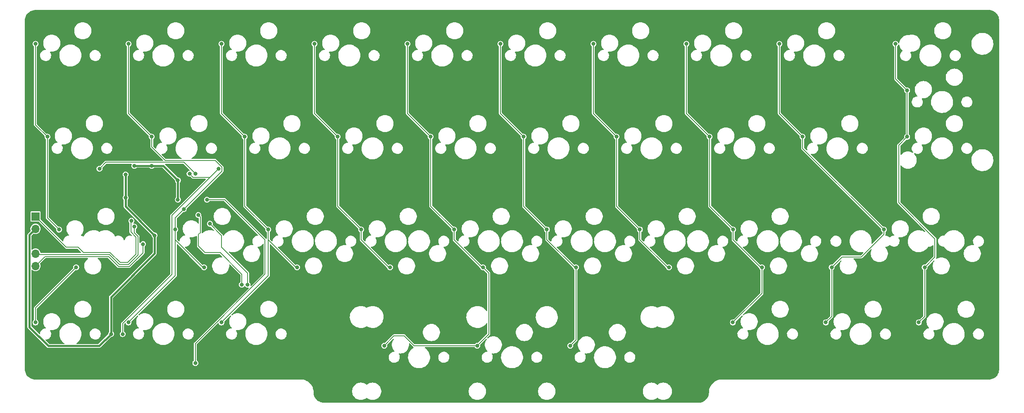
<source format=gtl>
%TF.GenerationSoftware,KiCad,Pcbnew,7.0.6*%
%TF.CreationDate,2023-12-03T11:50:15-05:00*%
%TF.ProjectId,cutiepie2040-dual-stagger-hotswap-pcb,63757469-6570-4696-9532-3034302d6475,rev?*%
%TF.SameCoordinates,PX2d6b3a0PY6f46b48*%
%TF.FileFunction,Copper,L1,Top*%
%TF.FilePolarity,Positive*%
%FSLAX46Y46*%
G04 Gerber Fmt 4.6, Leading zero omitted, Abs format (unit mm)*
G04 Created by KiCad (PCBNEW 7.0.6) date 2023-12-03 11:50:15*
%MOMM*%
%LPD*%
G01*
G04 APERTURE LIST*
%TA.AperFunction,ComponentPad*%
%ADD10C,0.800000*%
%TD*%
%TA.AperFunction,ComponentPad*%
%ADD11R,1.700000X1.700000*%
%TD*%
%TA.AperFunction,ComponentPad*%
%ADD12O,1.700000X1.700000*%
%TD*%
%TA.AperFunction,ViaPad*%
%ADD13C,0.800000*%
%TD*%
%TA.AperFunction,Conductor*%
%ADD14C,0.400000*%
%TD*%
%TA.AperFunction,Conductor*%
%ADD15C,0.200000*%
%TD*%
G04 APERTURE END LIST*
D10*
%TO.P,U1,57,GND*%
%TO.N,GND*%
X27553188Y41587608D03*
X27553188Y42862608D03*
X27553188Y44137608D03*
X26278188Y41587608D03*
X26278188Y42862608D03*
X26278188Y44137608D03*
X25003188Y41587608D03*
X25003188Y42862608D03*
X25003188Y44137608D03*
%TD*%
D11*
%TO.P,J2,1,Pin_1*%
%TO.N,RESET*%
X2381172Y38417724D03*
D12*
%TO.P,J2,2,Pin_2*%
%TO.N,+3V3*%
X2381172Y35877724D03*
%TO.P,J2,3,Pin_3*%
%TO.N,GND*%
X2381172Y33337724D03*
%TO.P,J2,4,Pin_4*%
%TO.N,SWDIO*%
X2381172Y30797724D03*
%TO.P,J2,5,Pin_5*%
%TO.N,SWCLK*%
X2381172Y28257724D03*
%TD*%
D13*
%TO.N,GND*%
X25003066Y60722122D03*
X46434334Y64889313D03*
X29170257Y27384594D03*
X30360883Y52387740D03*
X25598379Y32742411D03*
X17859310Y60722122D03*
X35718700Y41862608D03*
X20240562Y5953326D03*
X18454623Y50601801D03*
X29170257Y29170533D03*
X21431188Y52387740D03*
X48815586Y60722122D03*
X17263997Y42267419D03*
%TO.N,+3V3*%
X20835875Y42267419D03*
X26193692Y48815862D03*
X22621814Y48815862D03*
X26789005Y34528350D03*
X20835875Y47029923D03*
X31551509Y41862608D03*
X31551509Y45839297D03*
X17859310Y14287708D03*
%TO.N,row1*%
X35123387Y47165862D03*
X15478058Y48220549D03*
%TO.N,row3*%
X37504639Y41862608D03*
X35123387Y8334578D03*
%TO.N,RESET*%
X22026501Y37504915D03*
%TO.N,SWDIO*%
X22621814Y36314289D03*
%TO.N,SWCLK*%
X24407753Y32742411D03*
%TO.N,col0*%
X2381172Y73819008D03*
X2381172Y16668960D03*
X7202380Y35718976D03*
X10715554Y27979907D03*
X4821130Y54768992D03*
%TO.N,col1*%
X31014880Y35718976D03*
X21431188Y73819008D03*
X21431188Y16668960D03*
X26193692Y54768992D03*
X36909326Y27979907D03*
X32742135Y39886167D03*
%TO.N,col2*%
X40481204Y16668960D03*
X45243708Y54768992D03*
X40481204Y73819008D03*
X55959342Y27979907D03*
X50064880Y35718976D03*
%TO.N,col3*%
X59531220Y73819008D03*
X75009358Y27979907D03*
X64293724Y54768992D03*
X69114880Y35718976D03*
%TO.N,col4*%
X92868748Y11906456D03*
X94059374Y27979907D03*
X83343740Y54768992D03*
X78581236Y73819008D03*
X73818732Y11906456D03*
X88164880Y35718976D03*
%TO.N,col5*%
X111918764Y11906456D03*
X102393756Y54768992D03*
X97631252Y73819008D03*
X113109390Y27979907D03*
X107156260Y35718976D03*
%TO.N,col6*%
X132159406Y27979907D03*
X116681268Y73819008D03*
X121443772Y54768992D03*
X126206276Y35718976D03*
%TO.N,col7*%
X135731284Y73819008D03*
X140493788Y54768992D03*
X145314880Y35718976D03*
X145256292Y16668960D03*
X151209422Y27979907D03*
%TO.N,col8*%
X176212568Y35718976D03*
X45839021Y24408029D03*
X159543804Y54768992D03*
X164306308Y16668960D03*
X154781300Y73819008D03*
X165496934Y27979907D03*
X38099952Y36909602D03*
%TO.N,col9*%
X178593820Y73819008D03*
X44648395Y24408029D03*
X180975072Y64294000D03*
X183356324Y16668960D03*
X35718700Y38695541D03*
X180975072Y54768992D03*
X184546950Y27979907D03*
%TO.N,CS*%
X33932761Y47165862D03*
X39885891Y48220549D03*
X20240562Y14287708D03*
%TD*%
D14*
%TO.N,+3V3*%
X20835875Y40481480D02*
X26789005Y34528350D01*
X5013290Y11839894D02*
X1131172Y15722012D01*
X17859310Y21905146D02*
X26789005Y30834841D01*
X31551509Y45839297D02*
X28574944Y48815862D01*
X31551509Y45839297D02*
X31551509Y41862608D01*
X1131172Y34627724D02*
X2381172Y35877724D01*
X17859310Y14287708D02*
X17859310Y21905146D01*
X26193692Y48815862D02*
X22621814Y48815862D01*
X28574944Y48815862D02*
X26193692Y48815862D01*
X17859310Y14287708D02*
X15411496Y11839894D01*
X15411496Y11839894D02*
X5013290Y11839894D01*
X20835875Y42267419D02*
X20835875Y40481480D01*
X1131172Y15722012D02*
X1131172Y34627724D01*
X26789005Y30834841D02*
X26789005Y34528350D01*
X20835875Y47029923D02*
X20835875Y42267419D01*
D15*
%TO.N,row1*%
X32773387Y49515862D02*
X35123387Y47165862D01*
X16773371Y49515862D02*
X32773387Y49515862D01*
X15478058Y48220549D02*
X16773371Y49515862D01*
%TO.N,row3*%
X41155618Y41862608D02*
X49410899Y33607327D01*
X35123387Y12301093D02*
X35123387Y8334578D01*
X49410899Y26588605D02*
X35123387Y12301093D01*
X37504639Y41862608D02*
X41155618Y41862608D01*
X49410899Y33607327D02*
X49410899Y26588605D01*
%TO.N,RESET*%
X22977684Y34172480D02*
X22977684Y30674772D01*
X19710732Y28943724D02*
X17664632Y30989824D01*
X21921814Y35228350D02*
X22977684Y34172480D01*
X11079616Y32108724D02*
X12198516Y30989824D01*
X21921814Y37400228D02*
X21921814Y35228350D01*
X22026501Y37504915D02*
X21921814Y37400228D01*
X8690172Y32108724D02*
X11079616Y32108724D01*
X22977684Y30674772D02*
X21246636Y28943724D01*
X21246636Y28943724D02*
X19710732Y28943724D01*
X12198516Y30989824D02*
X17664632Y30989824D01*
X2381172Y38417724D02*
X8690172Y32108724D01*
%TO.N,SWDIO*%
X23377684Y30509086D02*
X21412321Y28543724D01*
X17498946Y30589824D02*
X2589072Y30589824D01*
X22621814Y36314289D02*
X22621814Y35094036D01*
X21412321Y28543724D02*
X19545046Y28543724D01*
X23377684Y34338166D02*
X23377684Y30509086D01*
X19545046Y28543724D02*
X17498946Y30589824D01*
X22621814Y35094036D02*
X23377684Y34338166D01*
%TO.N,SWCLK*%
X19379360Y28143724D02*
X17333261Y30189824D01*
X21578006Y28143724D02*
X19379360Y28143724D01*
X17333261Y30189824D02*
X4313272Y30189824D01*
X24407753Y30973471D02*
X21578006Y28143724D01*
X24407753Y32742411D02*
X24407753Y30973471D01*
X4313272Y30189824D02*
X2381172Y28257724D01*
%TO.N,col0*%
X2381172Y57208950D02*
X4821130Y54768992D01*
X4821130Y38100226D02*
X7202380Y35718976D01*
X2381172Y19645525D02*
X2381172Y16668960D01*
X10715554Y27979907D02*
X2381172Y19645525D01*
X2381172Y73819008D02*
X2381172Y57208950D01*
X4821130Y54768992D02*
X4821130Y38100226D01*
%TO.N,col1*%
X31014880Y35718976D02*
X31014880Y33604726D01*
X31014880Y38158912D02*
X40585891Y47729923D01*
X26193692Y52713414D02*
X26193692Y54768992D01*
X21431188Y59531496D02*
X26193692Y54768992D01*
X31014880Y33604726D02*
X36639699Y27979907D01*
X31014880Y35718976D02*
X31014880Y38158912D01*
X31014880Y26252652D02*
X21431188Y16668960D01*
X28991244Y49915862D02*
X26193692Y52713414D01*
X40585891Y48510499D02*
X39180528Y49915862D01*
X36639699Y27979907D02*
X36909326Y27979907D01*
X21431188Y73819008D02*
X21431188Y59531496D01*
X31014880Y35718976D02*
X31014880Y26252652D01*
X40585891Y47729923D02*
X40585891Y48510499D01*
X39180528Y49915862D02*
X28991244Y49915862D01*
%TO.N,col2*%
X55689699Y27979907D02*
X55959342Y27979907D01*
X50064880Y35718976D02*
X50064880Y33604726D01*
X50064880Y33604726D02*
X55689699Y27979907D01*
X40481204Y73819008D02*
X40481204Y59531496D01*
X50064880Y35718976D02*
X50064880Y26252636D01*
X40481204Y59531496D02*
X45243708Y54768992D01*
X45243708Y40540148D02*
X50064880Y35718976D01*
X50064880Y26252636D02*
X40481204Y16668960D01*
X45243708Y54768992D02*
X45243708Y40540148D01*
%TO.N,col3*%
X74739699Y27979907D02*
X69114880Y33604726D01*
X69114880Y33604726D02*
X69114880Y35718976D01*
X64293724Y40540132D02*
X69114880Y35718976D01*
X64293724Y54768992D02*
X64293724Y40540132D01*
X59531220Y73819008D02*
X59531220Y59531496D01*
X75009358Y27979907D02*
X74739699Y27979907D01*
X59531220Y59531496D02*
X64293724Y54768992D01*
%TO.N,col4*%
X83343740Y40540116D02*
X88164880Y35718976D01*
X88164880Y35718976D02*
X88164880Y33604726D01*
X92868748Y11906456D02*
X79932900Y11906456D01*
X78581236Y59531496D02*
X83343740Y54768992D01*
X83343740Y54768992D02*
X83343740Y40540116D01*
X88164880Y33604726D02*
X93789699Y27979907D01*
X79932900Y11906456D02*
X77920332Y13919024D01*
X78581236Y73819008D02*
X78581236Y59531496D01*
X77920332Y13919024D02*
X75831300Y13919024D01*
X93789699Y27979907D02*
X94059374Y27979907D01*
X95248280Y26791001D02*
X95248280Y14285988D01*
X95248280Y14285988D02*
X92868748Y11906456D01*
X75831300Y13919024D02*
X73818732Y11906456D01*
X94059374Y27979907D02*
X95248280Y26791001D01*
%TO.N,col5*%
X102393756Y54768992D02*
X102393756Y40481480D01*
X112839699Y27979907D02*
X113109390Y27979907D01*
X113109390Y27979907D02*
X113109390Y13097082D01*
X113109390Y13097082D02*
X111918764Y11906456D01*
X102393756Y40481480D02*
X107156260Y35718976D01*
X107156260Y33663346D02*
X112839699Y27979907D01*
X107156260Y35718976D02*
X107156260Y33663346D01*
X97631252Y73819008D02*
X97631252Y59531496D01*
X97631252Y59531496D02*
X102393756Y54768992D01*
%TO.N,col6*%
X121443772Y54768992D02*
X121443772Y40481480D01*
X126206276Y33663330D02*
X131889699Y27979907D01*
X126206276Y35718976D02*
X126206276Y33663330D01*
X121443772Y40481480D02*
X126206276Y35718976D01*
X131889699Y27979907D02*
X132159406Y27979907D01*
X116681268Y73819008D02*
X116681268Y59531496D01*
X116681268Y59531496D02*
X121443772Y54768992D01*
%TO.N,col7*%
X145314880Y33604726D02*
X150939699Y27979907D01*
X151209422Y22622090D02*
X145256292Y16668960D01*
X150939699Y27979907D02*
X151209422Y27979907D01*
X135731284Y59531496D02*
X140493788Y54768992D01*
X151209422Y27979907D02*
X151209422Y22622090D01*
X140493788Y54768992D02*
X140493788Y40540068D01*
X140493788Y40540068D02*
X145314880Y35718976D01*
X135731284Y73819008D02*
X135731284Y59531496D01*
X145314880Y35718976D02*
X145314880Y33604726D01*
%TO.N,col8*%
X165496934Y27979907D02*
X165496934Y17859586D01*
X159543804Y52387740D02*
X176212568Y35718976D01*
X45839021Y26789281D02*
X45839021Y24408029D01*
X171544312Y30111794D02*
X167628821Y30111794D01*
X176212568Y34780050D02*
X171544312Y30111794D01*
X40481204Y32147098D02*
X45839021Y26789281D01*
X165496934Y17859586D02*
X164306308Y16668960D01*
X167628821Y30111794D02*
X165496934Y27979907D01*
X40481204Y34528350D02*
X40481204Y32147098D01*
X154781300Y73819008D02*
X154781300Y59531496D01*
X176212568Y35718976D02*
X176212568Y34780050D01*
X159543804Y54768992D02*
X159543804Y52387740D01*
X154781300Y59531496D02*
X159543804Y54768992D01*
X40481204Y34528350D02*
X38099952Y36909602D01*
%TO.N,col9*%
X179256224Y41239718D02*
X186649080Y33846862D01*
X179256224Y53050144D02*
X179256224Y41239718D01*
X186649080Y30082037D02*
X184546950Y27979907D01*
X36143880Y38270361D02*
X35718700Y38695541D01*
X178593820Y66675252D02*
X180975072Y64294000D01*
X180975072Y54768992D02*
X179256224Y53050144D01*
X180975072Y54768992D02*
X180975072Y64294000D01*
X44648395Y24408029D02*
X44648395Y26553715D01*
X37127348Y30989894D02*
X35751980Y32365262D01*
X35751980Y32365262D02*
X35751980Y34717942D01*
X178593820Y73819008D02*
X178593820Y66675252D01*
X40212216Y30989894D02*
X37127348Y30989894D01*
X44648395Y26553715D02*
X40212216Y30989894D01*
X184546950Y27979907D02*
X184546950Y17859586D01*
X36143880Y35109842D02*
X36143880Y38270361D01*
X186649080Y33846862D02*
X186649080Y30082037D01*
X184546950Y17859586D02*
X183356324Y16668960D01*
X35751980Y34717942D02*
X36143880Y35109842D01*
%TO.N,CS*%
X20240562Y16468284D02*
X30314880Y26542602D01*
X20240562Y14287708D02*
X20240562Y16468284D01*
X38131205Y46465862D02*
X39885891Y48220549D01*
X33932761Y47165862D02*
X34632761Y46465862D01*
X39885891Y48220549D02*
X30314880Y38649538D01*
X34632761Y46465862D02*
X38131205Y46465862D01*
X30314880Y38649538D02*
X30314880Y26542602D01*
%TD*%
%TA.AperFunction,Conductor*%
%TO.N,GND*%
G36*
X2396301Y80762238D02*
G01*
X2427392Y80760765D01*
X2430223Y80760630D01*
X2430223Y80760631D01*
X2430224Y80760630D01*
X2434003Y80761197D01*
X2448699Y80762294D01*
X197929543Y80762294D01*
X197944659Y80761134D01*
X198191021Y80723068D01*
X198197173Y80721710D01*
X198445998Y80649930D01*
X198451936Y80647798D01*
X198689608Y80544950D01*
X198695227Y80542080D01*
X198917890Y80409831D01*
X198923086Y80406278D01*
X199127124Y80246773D01*
X199131824Y80242589D01*
X199223254Y80150118D01*
X199313908Y80058431D01*
X199318054Y80053666D01*
X199475227Y79847851D01*
X199478732Y79842597D01*
X199608445Y79618463D01*
X199611254Y79612806D01*
X199711400Y79373996D01*
X199713467Y79368028D01*
X199782426Y79118408D01*
X199783716Y79112225D01*
X199820358Y78855871D01*
X199820851Y78849575D01*
X199824380Y78604944D01*
X199824380Y78583761D01*
X199824320Y78581321D01*
X199822657Y78547630D01*
X199823312Y78543205D01*
X199824379Y78528712D01*
X199824380Y6895604D01*
X199823277Y6880868D01*
X199785496Y6629866D01*
X199784160Y6623693D01*
X199712249Y6370713D01*
X199710138Y6364760D01*
X199606624Y6122976D01*
X199603773Y6117340D01*
X199470342Y5890688D01*
X199466797Y5885461D01*
X199305624Y5677634D01*
X199301443Y5672900D01*
X199115131Y5487257D01*
X199110382Y5483092D01*
X198905289Y5325216D01*
X198901976Y5322666D01*
X198896735Y5319140D01*
X198669602Y5186523D01*
X198663955Y5183692D01*
X198421815Y5081053D01*
X198415854Y5078964D01*
X198191732Y5016125D01*
X198162609Y5007959D01*
X198156434Y5006645D01*
X197896215Y4968435D01*
X197889920Y4967917D01*
X197636512Y4963294D01*
X197620352Y4963294D01*
X197618126Y4963345D01*
X197583953Y4964902D01*
X197583952Y4964902D01*
X197583951Y4964902D01*
X197580767Y4964418D01*
X197565894Y4963294D01*
X142923744Y4963294D01*
X142909224Y4964365D01*
X142904856Y4965013D01*
X142877362Y4963660D01*
X142871154Y4963354D01*
X142868730Y4963294D01*
X142852290Y4963294D01*
X142852288Y4963294D01*
X142846770Y4962672D01*
X142846747Y4962874D01*
X142838925Y4961798D01*
X142717675Y4955830D01*
X142717650Y4955827D01*
X142426430Y4908414D01*
X142142321Y4828684D01*
X142142320Y4828684D01*
X141868951Y4717654D01*
X141868940Y4717648D01*
X141609709Y4576701D01*
X141367886Y4407611D01*
X141249862Y4303590D01*
X141146524Y4212513D01*
X141146521Y4212511D01*
X141146520Y4212509D01*
X140948394Y3993854D01*
X140948384Y3993841D01*
X140775996Y3754389D01*
X140775989Y3754378D01*
X140631492Y3497120D01*
X140631490Y3497116D01*
X140537895Y3275473D01*
X140516701Y3225284D01*
X140516698Y3225276D01*
X140433072Y2942323D01*
X140433071Y2942317D01*
X140381651Y2651759D01*
X140381651Y2651758D01*
X140363088Y2357273D01*
X140363087Y2357264D01*
X140369255Y2232127D01*
X140368733Y2216002D01*
X140341252Y1975778D01*
X140340215Y1969885D01*
X140281276Y1723433D01*
X140279538Y1717719D01*
X140253753Y1648280D01*
X140191325Y1480171D01*
X140188907Y1474698D01*
X140072703Y1249516D01*
X140069645Y1244378D01*
X140010518Y1157436D01*
X139927151Y1034853D01*
X139923494Y1030118D01*
X139756775Y839288D01*
X139752573Y835028D01*
X139564072Y665689D01*
X139559388Y661967D01*
X139351848Y516583D01*
X139346760Y513459D01*
X139184394Y426806D01*
X139123206Y394150D01*
X139117767Y391657D01*
X138881459Y300164D01*
X138875760Y298345D01*
X138630157Y236006D01*
X138624280Y234887D01*
X138372958Y202608D01*
X138366988Y202205D01*
X138127749Y200553D01*
X138123157Y200794D01*
X138122470Y200794D01*
X138106563Y200794D01*
X138103921Y200865D01*
X138098829Y201138D01*
X138070778Y202641D01*
X138064949Y201802D01*
X138050857Y200794D01*
X61660648Y200794D01*
X61653917Y201253D01*
X61642438Y202828D01*
X61623914Y201713D01*
X61610111Y200883D01*
X61607162Y200794D01*
X61591708Y200794D01*
X61586580Y200521D01*
X61326704Y201916D01*
X61320239Y202374D01*
X61050101Y239414D01*
X61043754Y240712D01*
X60780750Y312698D01*
X60774624Y314814D01*
X60523267Y420512D01*
X60517479Y423404D01*
X60282062Y561009D01*
X60276697Y564635D01*
X60151247Y661967D01*
X60061260Y731785D01*
X60056415Y736079D01*
X59864636Y929923D01*
X59860392Y934815D01*
X59695557Y1152027D01*
X59691985Y1157436D01*
X59556912Y1394302D01*
X59554081Y1400120D01*
X59451075Y1652602D01*
X59449026Y1658744D01*
X59388792Y1888441D01*
X59379861Y1922499D01*
X59378630Y1928862D01*
X59346115Y2186442D01*
X59345484Y2204267D01*
X59352270Y2327740D01*
X59352269Y2327745D01*
X59352270Y2327749D01*
X59352269Y2327755D01*
X59350576Y2357268D01*
X59347738Y2406741D01*
X67245880Y2406741D01*
X67285608Y2143167D01*
X67285610Y2143157D01*
X67364179Y1888441D01*
X67446400Y1717709D01*
X67479835Y1648281D01*
X67629994Y1428038D01*
X67629997Y1428035D01*
X67629999Y1428032D01*
X67811298Y1232638D01*
X67811304Y1232632D01*
X68019697Y1066445D01*
X68019706Y1066438D01*
X68019710Y1066436D01*
X68019711Y1066435D01*
X68250541Y933165D01*
X68250545Y933163D01*
X68250554Y933158D01*
X68415976Y868235D01*
X68495482Y837030D01*
X68498688Y835772D01*
X68758565Y776457D01*
X68838272Y770484D01*
X68957827Y761524D01*
X68957833Y761524D01*
X69090933Y761524D01*
X69199618Y769670D01*
X69290195Y776457D01*
X69550072Y835772D01*
X69798206Y933158D01*
X70029054Y1066438D01*
X70169154Y1178166D01*
X70226438Y1199664D01*
X70285418Y1183387D01*
X70292606Y1178165D01*
X70432704Y1066439D01*
X70663541Y933165D01*
X70663545Y933163D01*
X70663554Y933158D01*
X70828976Y868234D01*
X70908482Y837030D01*
X70911688Y835772D01*
X71171565Y776457D01*
X71251272Y770484D01*
X71370827Y761524D01*
X71370833Y761524D01*
X71503933Y761524D01*
X71612618Y769670D01*
X71703195Y776457D01*
X71963072Y835772D01*
X72211206Y933158D01*
X72442054Y1066438D01*
X72552622Y1154613D01*
X72650455Y1232632D01*
X72650461Y1232638D01*
X72831760Y1428032D01*
X72831766Y1428038D01*
X72981925Y1648280D01*
X73097581Y1888443D01*
X73176151Y2143161D01*
X73215880Y2406741D01*
X91121880Y2406741D01*
X91161608Y2143167D01*
X91161610Y2143157D01*
X91240179Y1888441D01*
X91322400Y1717709D01*
X91355835Y1648281D01*
X91505994Y1428038D01*
X91505997Y1428035D01*
X91505999Y1428032D01*
X91687298Y1232638D01*
X91687304Y1232632D01*
X91895697Y1066445D01*
X91895706Y1066438D01*
X91895710Y1066436D01*
X91895711Y1066435D01*
X92126541Y933165D01*
X92126545Y933163D01*
X92126554Y933158D01*
X92291976Y868235D01*
X92371482Y837030D01*
X92374688Y835772D01*
X92634565Y776457D01*
X92714272Y770484D01*
X92833827Y761524D01*
X92833833Y761524D01*
X92966933Y761524D01*
X93075618Y769670D01*
X93166195Y776457D01*
X93426072Y835772D01*
X93674206Y933158D01*
X93905054Y1066438D01*
X94015622Y1154613D01*
X94113455Y1232632D01*
X94113461Y1232638D01*
X94294760Y1428032D01*
X94294766Y1428038D01*
X94444925Y1648280D01*
X94560581Y1888443D01*
X94639151Y2143161D01*
X94678880Y2406741D01*
X105345880Y2406741D01*
X105385608Y2143167D01*
X105385610Y2143157D01*
X105464179Y1888441D01*
X105546400Y1717709D01*
X105579835Y1648281D01*
X105729994Y1428038D01*
X105729997Y1428035D01*
X105729999Y1428032D01*
X105911298Y1232638D01*
X105911304Y1232632D01*
X106119697Y1066445D01*
X106119706Y1066438D01*
X106119710Y1066436D01*
X106119711Y1066435D01*
X106350541Y933165D01*
X106350545Y933163D01*
X106350554Y933158D01*
X106515976Y868235D01*
X106595482Y837030D01*
X106598688Y835772D01*
X106858565Y776457D01*
X106938272Y770484D01*
X107057827Y761524D01*
X107057833Y761524D01*
X107190933Y761524D01*
X107299618Y769670D01*
X107390195Y776457D01*
X107650072Y835772D01*
X107898206Y933158D01*
X108129054Y1066438D01*
X108239622Y1154613D01*
X108337455Y1232632D01*
X108337461Y1232638D01*
X108518760Y1428032D01*
X108518766Y1428038D01*
X108668925Y1648280D01*
X108784581Y1888443D01*
X108863151Y2143161D01*
X108902880Y2406741D01*
X126808880Y2406741D01*
X126848608Y2143167D01*
X126848610Y2143157D01*
X126927179Y1888441D01*
X127009400Y1717709D01*
X127042835Y1648281D01*
X127192994Y1428038D01*
X127192997Y1428035D01*
X127192999Y1428032D01*
X127374298Y1232638D01*
X127374304Y1232632D01*
X127582697Y1066445D01*
X127582706Y1066438D01*
X127582710Y1066436D01*
X127582711Y1066435D01*
X127813541Y933165D01*
X127813545Y933163D01*
X127813554Y933158D01*
X127978976Y868234D01*
X128058482Y837030D01*
X128061688Y835772D01*
X128321565Y776457D01*
X128401272Y770484D01*
X128520827Y761524D01*
X128520833Y761524D01*
X128653933Y761524D01*
X128762618Y769670D01*
X128853195Y776457D01*
X129113072Y835772D01*
X129361206Y933158D01*
X129592054Y1066438D01*
X129732154Y1178166D01*
X129789438Y1199664D01*
X129848418Y1183387D01*
X129855606Y1178165D01*
X129995704Y1066439D01*
X130226541Y933165D01*
X130226545Y933163D01*
X130226554Y933158D01*
X130391976Y868235D01*
X130471482Y837030D01*
X130474688Y835772D01*
X130734565Y776457D01*
X130814272Y770484D01*
X130933827Y761524D01*
X130933833Y761524D01*
X131066933Y761524D01*
X131175618Y769670D01*
X131266195Y776457D01*
X131526072Y835772D01*
X131774206Y933158D01*
X132005054Y1066438D01*
X132115622Y1154613D01*
X132213455Y1232632D01*
X132213461Y1232638D01*
X132394760Y1428032D01*
X132394766Y1428038D01*
X132544925Y1648280D01*
X132660581Y1888443D01*
X132739151Y2143161D01*
X132778880Y2406744D01*
X132778880Y2673304D01*
X132739151Y2936887D01*
X132660581Y3191605D01*
X132655733Y3201671D01*
X132544928Y3431760D01*
X132544925Y3431767D01*
X132394766Y3652010D01*
X132334840Y3716595D01*
X132213461Y3847411D01*
X132213455Y3847417D01*
X132005062Y4013604D01*
X132005048Y4013614D01*
X131774218Y4146884D01*
X131774209Y4146889D01*
X131774206Y4146890D01*
X131774202Y4146892D01*
X131774199Y4146893D01*
X131526074Y4244276D01*
X131266199Y4303590D01*
X131266190Y4303592D01*
X131066933Y4318524D01*
X131066927Y4318524D01*
X130933833Y4318524D01*
X130933827Y4318524D01*
X130734569Y4303592D01*
X130734560Y4303590D01*
X130474685Y4244276D01*
X130226560Y4146893D01*
X130226541Y4146884D01*
X129995711Y4013614D01*
X129995705Y4013610D01*
X129855604Y3901883D01*
X129798320Y3880385D01*
X129739340Y3896663D01*
X129732153Y3901884D01*
X129616827Y3993854D01*
X129592054Y4013610D01*
X129592051Y4013612D01*
X129592048Y4013614D01*
X129361218Y4146884D01*
X129361209Y4146889D01*
X129361206Y4146890D01*
X129361202Y4146892D01*
X129361199Y4146893D01*
X129113074Y4244276D01*
X128853199Y4303590D01*
X128853190Y4303592D01*
X128653933Y4318524D01*
X128653927Y4318524D01*
X128520833Y4318524D01*
X128520827Y4318524D01*
X128321569Y4303592D01*
X128321560Y4303590D01*
X128061685Y4244276D01*
X127813560Y4146893D01*
X127813541Y4146884D01*
X127582711Y4013614D01*
X127582697Y4013604D01*
X127374304Y3847417D01*
X127374298Y3847411D01*
X127192999Y3652017D01*
X127192994Y3652011D01*
X127192994Y3652010D01*
X127042835Y3431768D01*
X127042835Y3431767D01*
X127042831Y3431761D01*
X126927179Y3191608D01*
X126848610Y2936892D01*
X126848608Y2936882D01*
X126808880Y2673308D01*
X126808880Y2406741D01*
X108902880Y2406741D01*
X108902880Y2406744D01*
X108902880Y2673304D01*
X108863151Y2936887D01*
X108784581Y3191605D01*
X108779733Y3201671D01*
X108668928Y3431760D01*
X108668925Y3431767D01*
X108518766Y3652010D01*
X108458840Y3716595D01*
X108337461Y3847411D01*
X108337455Y3847417D01*
X108129062Y4013604D01*
X108129048Y4013614D01*
X107898218Y4146884D01*
X107898209Y4146889D01*
X107898206Y4146890D01*
X107898202Y4146892D01*
X107898199Y4146893D01*
X107650074Y4244276D01*
X107390199Y4303590D01*
X107390190Y4303592D01*
X107190933Y4318524D01*
X107190927Y4318524D01*
X107057833Y4318524D01*
X107057827Y4318524D01*
X106858569Y4303592D01*
X106858560Y4303590D01*
X106598685Y4244276D01*
X106350560Y4146893D01*
X106350541Y4146884D01*
X106119711Y4013614D01*
X106119697Y4013604D01*
X105911304Y3847417D01*
X105911298Y3847411D01*
X105729999Y3652017D01*
X105729994Y3652011D01*
X105729994Y3652010D01*
X105579835Y3431768D01*
X105579835Y3431767D01*
X105579831Y3431761D01*
X105464179Y3191608D01*
X105385610Y2936892D01*
X105385608Y2936882D01*
X105345880Y2673308D01*
X105345880Y2406741D01*
X94678880Y2406741D01*
X94678880Y2406744D01*
X94678880Y2673304D01*
X94639151Y2936887D01*
X94560581Y3191605D01*
X94555733Y3201671D01*
X94444928Y3431760D01*
X94444925Y3431767D01*
X94294766Y3652010D01*
X94234840Y3716595D01*
X94113461Y3847411D01*
X94113455Y3847417D01*
X93905062Y4013604D01*
X93905048Y4013614D01*
X93674218Y4146884D01*
X93674209Y4146889D01*
X93674206Y4146890D01*
X93674202Y4146892D01*
X93674199Y4146893D01*
X93426074Y4244276D01*
X93166199Y4303590D01*
X93166190Y4303592D01*
X92966933Y4318524D01*
X92966927Y4318524D01*
X92833833Y4318524D01*
X92833827Y4318524D01*
X92634569Y4303592D01*
X92634560Y4303590D01*
X92374685Y4244276D01*
X92126560Y4146893D01*
X92126541Y4146884D01*
X91895711Y4013614D01*
X91895697Y4013604D01*
X91687304Y3847417D01*
X91687298Y3847411D01*
X91505999Y3652017D01*
X91505994Y3652011D01*
X91505994Y3652010D01*
X91355835Y3431768D01*
X91355835Y3431767D01*
X91355831Y3431761D01*
X91240179Y3191608D01*
X91161610Y2936892D01*
X91161608Y2936882D01*
X91121880Y2673308D01*
X91121880Y2406741D01*
X73215880Y2406741D01*
X73215880Y2406744D01*
X73215880Y2673304D01*
X73176151Y2936887D01*
X73097581Y3191605D01*
X73092733Y3201671D01*
X72981928Y3431760D01*
X72981925Y3431767D01*
X72831766Y3652010D01*
X72771840Y3716595D01*
X72650461Y3847411D01*
X72650455Y3847417D01*
X72442062Y4013604D01*
X72442048Y4013614D01*
X72211218Y4146884D01*
X72211209Y4146889D01*
X72211206Y4146890D01*
X72211202Y4146892D01*
X72211199Y4146893D01*
X71963074Y4244276D01*
X71703199Y4303590D01*
X71703190Y4303592D01*
X71503933Y4318524D01*
X71503927Y4318524D01*
X71370833Y4318524D01*
X71370827Y4318524D01*
X71171569Y4303592D01*
X71171560Y4303590D01*
X70911685Y4244276D01*
X70663560Y4146893D01*
X70663541Y4146884D01*
X70432711Y4013614D01*
X70432705Y4013610D01*
X70292604Y3901883D01*
X70235320Y3880385D01*
X70176340Y3896663D01*
X70169162Y3901878D01*
X70029054Y4013610D01*
X70029051Y4013612D01*
X70029048Y4013614D01*
X69798218Y4146884D01*
X69798209Y4146889D01*
X69798206Y4146890D01*
X69798202Y4146892D01*
X69798199Y4146893D01*
X69550074Y4244276D01*
X69290199Y4303590D01*
X69290190Y4303592D01*
X69090933Y4318524D01*
X69090927Y4318524D01*
X68957833Y4318524D01*
X68957827Y4318524D01*
X68758569Y4303592D01*
X68758560Y4303590D01*
X68498685Y4244276D01*
X68250560Y4146893D01*
X68250541Y4146884D01*
X68019711Y4013614D01*
X68019697Y4013604D01*
X67811304Y3847417D01*
X67811298Y3847411D01*
X67629999Y3652017D01*
X67629994Y3652011D01*
X67629994Y3652010D01*
X67479835Y3431768D01*
X67479835Y3431767D01*
X67479831Y3431761D01*
X67364179Y3191608D01*
X67285610Y2936892D01*
X67285608Y2936882D01*
X67245880Y2673308D01*
X67245880Y2406741D01*
X59347738Y2406741D01*
X59335271Y2624043D01*
X59285204Y2916580D01*
X59202698Y3201671D01*
X59162903Y3297417D01*
X59088791Y3475731D01*
X59088788Y3475737D01*
X58944915Y3735315D01*
X58944911Y3735322D01*
X58772880Y3977158D01*
X58772877Y3977162D01*
X58574845Y4198223D01*
X58574841Y4198227D01*
X58353316Y4395714D01*
X58353305Y4395723D01*
X58111064Y4567164D01*
X58111056Y4567169D01*
X58111051Y4567172D01*
X57851120Y4710422D01*
X57833615Y4717648D01*
X57794975Y4733599D01*
X57576785Y4823669D01*
X57291496Y4905488D01*
X57274148Y4908414D01*
X56998849Y4954849D01*
X56998839Y4954850D01*
X56876070Y4961596D01*
X56867787Y4962760D01*
X56867778Y4962672D01*
X56862256Y4963294D01*
X56846531Y4963294D01*
X56843815Y4963369D01*
X56810848Y4965180D01*
X56810847Y4965180D01*
X56810845Y4965180D01*
X56810842Y4965180D01*
X56801083Y4963789D01*
X56794093Y4963294D01*
X2120574Y4963294D01*
X2105250Y4964487D01*
X1855029Y5003691D01*
X1848863Y5005065D01*
X1596095Y5078570D01*
X1590161Y5080715D01*
X1353601Y5183692D01*
X1348800Y5185782D01*
X1343180Y5188667D01*
X1117145Y5323595D01*
X1111938Y5327172D01*
X904913Y5489757D01*
X900203Y5493968D01*
X715540Y5681578D01*
X711411Y5686346D01*
X552114Y5895935D01*
X548630Y5901184D01*
X544426Y5908487D01*
X417294Y6129340D01*
X414508Y6134985D01*
X313271Y6377991D01*
X311221Y6383957D01*
X241724Y6637877D01*
X240455Y6644033D01*
X203829Y6904737D01*
X203352Y6911024D01*
X201684Y7050086D01*
X200384Y7158415D01*
X200467Y7159613D01*
X200380Y7159613D01*
X200380Y7181324D01*
X200445Y7183863D01*
X202176Y7217242D01*
X202173Y7217249D01*
X201412Y7222487D01*
X200380Y7236747D01*
X200380Y15658575D01*
X730672Y15658575D01*
X738125Y15635638D01*
X741751Y15620538D01*
X745526Y15596706D01*
X756473Y15575224D01*
X762419Y15560870D01*
X769875Y15537924D01*
X769874Y15537924D01*
X784056Y15518404D01*
X792169Y15505165D01*
X803122Y15483670D01*
X803123Y15483669D01*
X823203Y15463588D01*
X4752383Y11534408D01*
X4770990Y11515802D01*
X4774948Y11511844D01*
X4796437Y11500895D01*
X4809682Y11492779D01*
X4829200Y11478598D01*
X4852141Y11471145D01*
X4866491Y11465200D01*
X4887981Y11454250D01*
X4887983Y11454250D01*
X4887986Y11454248D01*
X4911807Y11450476D01*
X4926903Y11446852D01*
X4949857Y11439394D01*
X4949859Y11439394D01*
X15474928Y11439394D01*
X15474929Y11439394D01*
X15497878Y11446851D01*
X15512961Y11450473D01*
X15536800Y11454248D01*
X15558298Y11465204D01*
X15572647Y11471146D01*
X15595586Y11478598D01*
X15615108Y11492783D01*
X15628345Y11500894D01*
X15649838Y11511844D01*
X15666757Y11528765D01*
X15666761Y11528767D01*
X15672403Y11534409D01*
X15672405Y11534410D01*
X17791024Y13653031D01*
X17845541Y13680807D01*
X17856757Y13681690D01*
X17859309Y13682027D01*
X17859310Y13682026D01*
X18016072Y13702664D01*
X18162151Y13763172D01*
X18287592Y13859426D01*
X18383846Y13984867D01*
X18444354Y14130946D01*
X18464992Y14287708D01*
X18444354Y14444470D01*
X18442365Y14449271D01*
X18383847Y14590547D01*
X18383847Y14590548D01*
X18283642Y14721138D01*
X18285021Y14722197D01*
X18261027Y14769307D01*
X18259810Y14784780D01*
X18259810Y21698246D01*
X18278717Y21756437D01*
X18288806Y21768250D01*
X22649728Y26129172D01*
X27094489Y30573932D01*
X27094490Y30573934D01*
X27100132Y30579576D01*
X27100134Y30579580D01*
X27117055Y30596499D01*
X27128009Y30618000D01*
X27136115Y30631228D01*
X27150301Y30650752D01*
X27157755Y30673695D01*
X27163696Y30688039D01*
X27174651Y30709537D01*
X27178426Y30733374D01*
X27182051Y30748470D01*
X27183774Y30753772D01*
X27189505Y30771408D01*
X27189505Y30898274D01*
X27189505Y34031279D01*
X27208412Y34089470D01*
X27215720Y34098026D01*
X27235109Y34123294D01*
X27313541Y34225509D01*
X27374049Y34371588D01*
X27394687Y34528350D01*
X27394087Y34532904D01*
X27386866Y34587759D01*
X27374049Y34685112D01*
X27373018Y34687602D01*
X27313542Y34831189D01*
X27313542Y34831190D01*
X27217291Y34956627D01*
X27217290Y34956628D01*
X27217287Y34956632D01*
X27217282Y34956636D01*
X27217281Y34956637D01*
X27146109Y35011249D01*
X27091846Y35052886D01*
X27091845Y35052887D01*
X27091843Y35052888D01*
X26945771Y35113393D01*
X26945763Y35113395D01*
X26782572Y35134879D01*
X26782799Y35136607D01*
X26732532Y35152939D01*
X26720719Y35163028D01*
X21265371Y40618377D01*
X21237594Y40672894D01*
X21236375Y40688381D01*
X21236375Y41770348D01*
X21255282Y41828539D01*
X21262590Y41837095D01*
X21282167Y41862608D01*
X21360411Y41964578D01*
X21420919Y42110657D01*
X21441557Y42267419D01*
X21420919Y42424181D01*
X21411197Y42447653D01*
X21360412Y42570258D01*
X21360412Y42570259D01*
X21260207Y42700849D01*
X21261588Y42701910D01*
X21237594Y42749003D01*
X21236375Y42764490D01*
X21236375Y46532852D01*
X21255282Y46591043D01*
X21262590Y46599599D01*
X21264157Y46601641D01*
X21360411Y46727082D01*
X21420919Y46873161D01*
X21441557Y47029923D01*
X21420919Y47186685D01*
X21396920Y47244623D01*
X21360412Y47332762D01*
X21360412Y47332763D01*
X21264161Y47458200D01*
X21264160Y47458201D01*
X21264157Y47458205D01*
X21264152Y47458209D01*
X21264151Y47458210D01*
X21179515Y47523153D01*
X21138716Y47554459D01*
X21138715Y47554460D01*
X21138713Y47554461D01*
X20992641Y47614966D01*
X20992633Y47614968D01*
X20835876Y47635605D01*
X20835874Y47635605D01*
X20679116Y47614968D01*
X20679108Y47614966D01*
X20533036Y47554461D01*
X20533035Y47554461D01*
X20407598Y47458210D01*
X20407588Y47458200D01*
X20311337Y47332763D01*
X20311337Y47332762D01*
X20250832Y47186690D01*
X20250830Y47186682D01*
X20230193Y47029924D01*
X20230193Y47029923D01*
X20250830Y46873165D01*
X20250832Y46873157D01*
X20311337Y46727085D01*
X20311337Y46727084D01*
X20411543Y46596492D01*
X20410158Y46595430D01*
X20434154Y46548354D01*
X20435375Y46532852D01*
X20435375Y42764490D01*
X20416468Y42706299D01*
X20409151Y42697732D01*
X20311337Y42570259D01*
X20311337Y42570258D01*
X20250832Y42424186D01*
X20250830Y42424178D01*
X20230193Y42267420D01*
X20230193Y42267419D01*
X20250830Y42110661D01*
X20250832Y42110653D01*
X20311337Y41964581D01*
X20311337Y41964580D01*
X20411543Y41833988D01*
X20410158Y41832926D01*
X20434154Y41785850D01*
X20435375Y41770348D01*
X20435375Y40418043D01*
X20442828Y40395106D01*
X20446454Y40380006D01*
X20450229Y40356174D01*
X20461176Y40334692D01*
X20467122Y40320338D01*
X20474578Y40297392D01*
X20474577Y40297392D01*
X20488759Y40277872D01*
X20496872Y40264633D01*
X20507825Y40243138D01*
X20507826Y40243137D01*
X20527906Y40223056D01*
X26154327Y34596636D01*
X26182104Y34542119D01*
X26182986Y34530903D01*
X26203960Y34371592D01*
X26203962Y34371584D01*
X26264467Y34225512D01*
X26264467Y34225511D01*
X26364673Y34094919D01*
X26363288Y34093857D01*
X26387284Y34046781D01*
X26388505Y34031279D01*
X26388505Y31041742D01*
X26369598Y30983551D01*
X26359509Y30971738D01*
X17553825Y22166054D01*
X17531260Y22143488D01*
X17531258Y22143486D01*
X17520307Y22121995D01*
X17512197Y22108761D01*
X17498016Y22089240D01*
X17498011Y22089231D01*
X17490559Y22066294D01*
X17484615Y22051944D01*
X17473665Y22030455D01*
X17473662Y22030445D01*
X17469887Y22006617D01*
X17466263Y21991522D01*
X17458811Y21968584D01*
X17458810Y21968577D01*
X17458810Y14784780D01*
X17439903Y14726589D01*
X17432589Y14718026D01*
X17334772Y14590548D01*
X17334772Y14590547D01*
X17274267Y14444475D01*
X17274265Y14444467D01*
X17252781Y14281275D01*
X17251052Y14281503D01*
X17234721Y14231237D01*
X17224632Y14219424D01*
X15274599Y12269390D01*
X15220082Y12241613D01*
X15204595Y12240394D01*
X10834292Y12240394D01*
X10776101Y12259301D01*
X10740137Y12308801D01*
X10740137Y12369987D01*
X10776101Y12419487D01*
X10778263Y12421014D01*
X10838010Y12462028D01*
X10921444Y12519302D01*
X11144700Y12721225D01*
X11144705Y12721232D01*
X11144711Y12721237D01*
X11339046Y12951097D01*
X11339048Y12951102D01*
X11339051Y12951104D01*
X11501027Y13204836D01*
X11627739Y13477893D01*
X11716926Y13765403D01*
X11766995Y14062235D01*
X11776341Y14341780D01*
X13471527Y14341780D01*
X13481791Y14126318D01*
X13481792Y14126311D01*
X13532644Y13916693D01*
X13578425Y13816449D01*
X13622255Y13720475D01*
X13622256Y13720474D01*
X13622255Y13720474D01*
X13747377Y13544765D01*
X13747379Y13544763D01*
X13903494Y13395907D01*
X14084952Y13279292D01*
X14084955Y13279291D01*
X14084959Y13279288D01*
X14285216Y13199117D01*
X14497026Y13158294D01*
X14497029Y13158294D01*
X14658688Y13158294D01*
X14658689Y13158294D01*
X14819612Y13173660D01*
X15026582Y13234432D01*
X15218312Y13333276D01*
X15387870Y13466618D01*
X15529129Y13629639D01*
X15636983Y13816448D01*
X15707534Y14020293D01*
X15738233Y14233806D01*
X15727969Y14449270D01*
X15693696Y14590547D01*
X15677115Y14658896D01*
X15650111Y14718026D01*
X15587505Y14855113D01*
X15491742Y14989593D01*
X15462382Y15030824D01*
X15462380Y15030826D01*
X15306265Y15179682D01*
X15124807Y15296297D01*
X15124797Y15296302D01*
X15012756Y15341156D01*
X14924544Y15376471D01*
X14712734Y15417294D01*
X14551071Y15417294D01*
X14510840Y15413453D01*
X14390145Y15401928D01*
X14183178Y15341157D01*
X13991447Y15242312D01*
X13821889Y15108971D01*
X13680630Y14945949D01*
X13572776Y14759140D01*
X13502227Y14555300D01*
X13502225Y14555293D01*
X13471527Y14341787D01*
X13471527Y14341780D01*
X11776341Y14341780D01*
X11777054Y14363092D01*
X11746922Y14662606D01*
X11677139Y14955431D01*
X11568948Y15236342D01*
X11565676Y15242312D01*
X11502480Y15357630D01*
X11424280Y15500326D01*
X11245718Y15742672D01*
X11036448Y15959057D01*
X11036447Y15959058D01*
X11036444Y15959061D01*
X10800216Y16145608D01*
X10800202Y16145618D01*
X10562722Y16286278D01*
X10541201Y16299025D01*
X10541198Y16299026D01*
X10541197Y16299027D01*
X10541193Y16299029D01*
X10264072Y16416539D01*
X10264062Y16416542D01*
X10166280Y16443327D01*
X9973732Y16496071D01*
X9675393Y16536194D01*
X9449710Y16536194D01*
X9324608Y16527820D01*
X9224523Y16521120D01*
X8929541Y16461162D01*
X8929526Y16461158D01*
X8645160Y16362415D01*
X8645157Y16362414D01*
X8376499Y16226653D01*
X8376482Y16226643D01*
X8128318Y16056289D01*
X7905057Y15854361D01*
X7905048Y15854352D01*
X7710713Y15624492D01*
X7548730Y15370749D01*
X7422022Y15097699D01*
X7422021Y15097697D01*
X7332837Y14810196D01*
X7332834Y14810185D01*
X7282765Y14513360D01*
X7282765Y14513359D01*
X7275747Y14303442D01*
X7273419Y14233806D01*
X7272706Y14212495D01*
X7292043Y14020289D01*
X7302838Y13912982D01*
X7315601Y13859426D01*
X7372620Y13620159D01*
X7372621Y13620157D01*
X7480812Y13339246D01*
X7480813Y13339245D01*
X7480815Y13339239D01*
X7583793Y13151330D01*
X7625480Y13075262D01*
X7804042Y12832916D01*
X7925032Y12707812D01*
X8013315Y12616528D01*
X8249543Y12429981D01*
X8249557Y12429971D01*
X8258669Y12424574D01*
X8299101Y12378650D01*
X8304818Y12317733D01*
X8273637Y12265089D01*
X8217467Y12240827D01*
X8208217Y12240394D01*
X5220191Y12240394D01*
X5162000Y12259301D01*
X5150187Y12269390D01*
X4430287Y12989290D01*
X4402510Y13043807D01*
X4412081Y13104239D01*
X4455346Y13147504D01*
X4496379Y13157355D01*
X4496348Y13158001D01*
X4496342Y13158070D01*
X4496345Y13158071D01*
X4496340Y13158182D01*
X4498682Y13158294D01*
X4498689Y13158294D01*
X4659612Y13173660D01*
X4866582Y13234432D01*
X5058312Y13333276D01*
X5227870Y13466618D01*
X5369129Y13629639D01*
X5476983Y13816448D01*
X5547534Y14020293D01*
X5578233Y14233806D01*
X5567969Y14449270D01*
X5533696Y14590547D01*
X5517115Y14658896D01*
X5490111Y14718026D01*
X5427505Y14855113D01*
X5373306Y14931225D01*
X5354953Y14989593D01*
X5374414Y15047602D01*
X5424254Y15083093D01*
X5461344Y15087374D01*
X5573565Y15078964D01*
X5649220Y15073294D01*
X5649226Y15073294D01*
X5780540Y15073294D01*
X5887756Y15081330D01*
X5977108Y15088025D01*
X6233478Y15146540D01*
X6478264Y15242611D01*
X6705997Y15374093D01*
X6911590Y15538048D01*
X7090450Y15730814D01*
X7238582Y15948084D01*
X7352678Y16185006D01*
X7430188Y16436286D01*
X7469380Y16696312D01*
X7469380Y16959276D01*
X7430188Y17219302D01*
X7352678Y17470582D01*
X7238582Y17707504D01*
X7090450Y17924774D01*
X7053762Y17964314D01*
X6911591Y18117539D01*
X6911579Y18117550D01*
X6706005Y18281489D01*
X6706002Y18281491D01*
X6705997Y18281495D01*
X6627563Y18326779D01*
X6478276Y18412971D01*
X6478268Y18412975D01*
X6478266Y18412976D01*
X6478264Y18412977D01*
X6233478Y18509048D01*
X6233473Y18509050D01*
X6233471Y18509050D01*
X5977112Y18567562D01*
X5977103Y18567564D01*
X5780540Y18582294D01*
X5780534Y18582294D01*
X5649226Y18582294D01*
X5649220Y18582294D01*
X5452656Y18567564D01*
X5452647Y18567562D01*
X5196288Y18509050D01*
X5196284Y18509049D01*
X5196282Y18509048D01*
X4951496Y18412977D01*
X4951491Y18412975D01*
X4951483Y18412971D01*
X4723769Y18281499D01*
X4723754Y18281489D01*
X4518180Y18117550D01*
X4518168Y18117539D01*
X4339315Y17924781D01*
X4339310Y17924775D01*
X4339310Y17924774D01*
X4191178Y17707504D01*
X4191176Y17707501D01*
X4191174Y17707497D01*
X4077082Y17470583D01*
X3999573Y17219307D01*
X3999571Y17219298D01*
X3960380Y16959280D01*
X3960380Y16696309D01*
X3999571Y16436291D01*
X3999573Y16436282D01*
X4077082Y16185006D01*
X4125764Y16083916D01*
X4191178Y15948084D01*
X4339310Y15730814D01*
X4339313Y15730811D01*
X4339315Y15730808D01*
X4475875Y15583631D01*
X4501595Y15528114D01*
X4489770Y15468082D01*
X4444918Y15426465D01*
X4403303Y15417294D01*
X4391071Y15417294D01*
X4350840Y15413453D01*
X4230145Y15401928D01*
X4023178Y15341157D01*
X3831447Y15242312D01*
X3661889Y15108971D01*
X3520630Y14945949D01*
X3412776Y14759140D01*
X3342227Y14555300D01*
X3342225Y14555293D01*
X3310856Y14337114D01*
X3309683Y14337283D01*
X3289890Y14284985D01*
X3238733Y14251420D01*
X3177617Y14254334D01*
X3142656Y14276921D01*
X2429984Y14989593D01*
X1560668Y15858910D01*
X1532891Y15913427D01*
X1531672Y15928914D01*
X1531672Y16668960D01*
X1775490Y16668960D01*
X1796127Y16512202D01*
X1796129Y16512194D01*
X1856634Y16366122D01*
X1856634Y16366121D01*
X1917898Y16286280D01*
X1952890Y16240678D01*
X2078331Y16144424D01*
X2224410Y16083916D01*
X2341981Y16068438D01*
X2381171Y16063278D01*
X2381172Y16063278D01*
X2381173Y16063278D01*
X2412524Y16067406D01*
X2537934Y16083916D01*
X2684013Y16144424D01*
X2809454Y16240678D01*
X2905708Y16366119D01*
X2966216Y16512198D01*
X2986854Y16668960D01*
X2985834Y16676704D01*
X2966216Y16825719D01*
X2966216Y16825722D01*
X2910896Y16959276D01*
X2905709Y16971799D01*
X2905709Y16971800D01*
X2809458Y17097237D01*
X2809457Y17097238D01*
X2809454Y17097242D01*
X2809449Y17097246D01*
X2809448Y17097247D01*
X2720405Y17165572D01*
X2685749Y17215997D01*
X2681672Y17244114D01*
X2681672Y19236309D01*
X10310380Y19236309D01*
X10349571Y18976291D01*
X10349572Y18976286D01*
X10427082Y18725006D01*
X10541178Y18488084D01*
X10689310Y18270814D01*
X10689313Y18270811D01*
X10689315Y18270808D01*
X10868168Y18078050D01*
X10868180Y18078039D01*
X11073754Y17914100D01*
X11073763Y17914093D01*
X11137941Y17877040D01*
X11301483Y17782618D01*
X11301489Y17782615D01*
X11301496Y17782611D01*
X11546282Y17686540D01*
X11802652Y17628025D01*
X11881281Y17622133D01*
X11999220Y17613294D01*
X11999226Y17613294D01*
X12130540Y17613294D01*
X12237756Y17621330D01*
X12327108Y17628025D01*
X12583478Y17686540D01*
X12828264Y17782611D01*
X13055997Y17914093D01*
X13225764Y18049478D01*
X13261579Y18078039D01*
X13261580Y18078041D01*
X13261590Y18078048D01*
X13440450Y18270814D01*
X13588582Y18488084D01*
X13702678Y18725006D01*
X13780188Y18976286D01*
X13819380Y19236312D01*
X13819380Y19499276D01*
X13780188Y19759302D01*
X13702678Y20010582D01*
X13588582Y20247504D01*
X13440450Y20464774D01*
X13261590Y20657540D01*
X13261589Y20657541D01*
X13261579Y20657550D01*
X13056005Y20821489D01*
X13056002Y20821491D01*
X13055997Y20821495D01*
X13046253Y20827121D01*
X12828276Y20952971D01*
X12828268Y20952975D01*
X12828266Y20952976D01*
X12828264Y20952977D01*
X12583478Y21049048D01*
X12583473Y21049050D01*
X12583471Y21049050D01*
X12327112Y21107562D01*
X12327103Y21107564D01*
X12130540Y21122294D01*
X12130534Y21122294D01*
X11999226Y21122294D01*
X11999220Y21122294D01*
X11802656Y21107564D01*
X11802647Y21107562D01*
X11546288Y21049050D01*
X11546284Y21049049D01*
X11546282Y21049048D01*
X11301496Y20952977D01*
X11301491Y20952975D01*
X11301483Y20952971D01*
X11073769Y20821499D01*
X11073754Y20821489D01*
X10868180Y20657550D01*
X10868168Y20657539D01*
X10689315Y20464781D01*
X10689310Y20464775D01*
X10689310Y20464774D01*
X10541178Y20247504D01*
X10541176Y20247501D01*
X10541174Y20247497D01*
X10427082Y20010583D01*
X10349573Y19759307D01*
X10349571Y19759298D01*
X10310380Y19499280D01*
X10310380Y19236309D01*
X2681672Y19236309D01*
X2681672Y19480047D01*
X2700579Y19538238D01*
X2710662Y19550045D01*
X10521345Y27360729D01*
X10575860Y27388504D01*
X10604268Y27388876D01*
X10659358Y27381624D01*
X10715553Y27374225D01*
X10715554Y27374225D01*
X10715555Y27374225D01*
X10759731Y27380041D01*
X10872316Y27394863D01*
X11018395Y27455371D01*
X11143836Y27551625D01*
X11240090Y27677066D01*
X11300598Y27823145D01*
X11321236Y27979907D01*
X11300598Y28136669D01*
X11240091Y28282746D01*
X11240091Y28282747D01*
X11143840Y28408184D01*
X11143839Y28408185D01*
X11143836Y28408189D01*
X11143831Y28408193D01*
X11143830Y28408194D01*
X11055983Y28475601D01*
X11018395Y28504443D01*
X11018394Y28504444D01*
X11018392Y28504445D01*
X10872320Y28564950D01*
X10872312Y28564952D01*
X10715555Y28585589D01*
X10715553Y28585589D01*
X10558795Y28564952D01*
X10558787Y28564950D01*
X10412715Y28504445D01*
X10412714Y28504445D01*
X10287277Y28408194D01*
X10287267Y28408184D01*
X10191016Y28282747D01*
X10191016Y28282746D01*
X10130511Y28136674D01*
X10130509Y28136666D01*
X10109872Y27979908D01*
X10109872Y27979907D01*
X10124522Y27868625D01*
X10113372Y27808464D01*
X10096373Y27785699D01*
X2214762Y19904088D01*
X2203533Y19895975D01*
X2204262Y19895010D01*
X2196943Y19889484D01*
X2164544Y19853945D01*
X2162968Y19852294D01*
X2149002Y19838327D01*
X2148989Y19838312D01*
X2146985Y19835387D01*
X2142733Y19830021D01*
X2121256Y19806460D01*
X2121255Y19806458D01*
X2117701Y19797285D01*
X2107068Y19777113D01*
X2101518Y19769010D01*
X2101514Y19769001D01*
X2094217Y19737980D01*
X2092188Y19731427D01*
X2080672Y19701701D01*
X2080672Y19691874D01*
X2078042Y19669207D01*
X2075793Y19659646D01*
X2080197Y19628073D01*
X2080672Y19621227D01*
X2080672Y17244114D01*
X2061765Y17185923D01*
X2041939Y17165572D01*
X1952895Y17097247D01*
X1952885Y17097237D01*
X1856634Y16971800D01*
X1856634Y16971799D01*
X1796129Y16825727D01*
X1796127Y16825719D01*
X1775490Y16668961D01*
X1775490Y16668960D01*
X1531672Y16668960D01*
X1531672Y27386601D01*
X1550579Y27444792D01*
X1600079Y27480756D01*
X1661265Y27480756D01*
X1693473Y27463131D01*
X1730347Y27432870D01*
X1794719Y27380041D01*
X1794720Y27380041D01*
X1794722Y27380039D01*
X1977218Y27282492D01*
X2115169Y27240646D01*
X2175237Y27222424D01*
X2175242Y27222423D01*
X2381169Y27202141D01*
X2381172Y27202141D01*
X2381175Y27202141D01*
X2587101Y27222423D01*
X2587106Y27222424D01*
X2785126Y27282492D01*
X2967622Y27380039D01*
X3127582Y27511314D01*
X3258857Y27671274D01*
X3356404Y27853770D01*
X3416472Y28051790D01*
X3416473Y28051795D01*
X3436755Y28257721D01*
X3436755Y28257728D01*
X3416473Y28463654D01*
X3416472Y28463659D01*
X3385745Y28564952D01*
X3356404Y28661678D01*
X3356401Y28661684D01*
X3340053Y28692270D01*
X3329297Y28752503D01*
X3355999Y28807554D01*
X3357308Y28808891D01*
X4408746Y29860328D01*
X4463264Y29888105D01*
X4478751Y29889324D01*
X13077720Y29889324D01*
X13135911Y29870417D01*
X13171875Y29820917D01*
X13171875Y29759731D01*
X13139445Y29712923D01*
X12931984Y29547480D01*
X12931972Y29547469D01*
X12753119Y29354711D01*
X12753114Y29354705D01*
X12753114Y29354704D01*
X12604982Y29137434D01*
X12604980Y29137431D01*
X12604978Y29137427D01*
X12490886Y28900513D01*
X12413377Y28649237D01*
X12413375Y28649228D01*
X12374184Y28389210D01*
X12374184Y28126239D01*
X12413375Y27866221D01*
X12413377Y27866212D01*
X12471720Y27677069D01*
X12490886Y27614936D01*
X12604982Y27378014D01*
X12753114Y27160744D01*
X12753117Y27160741D01*
X12753119Y27160738D01*
X12931972Y26967980D01*
X12931984Y26967969D01*
X13137470Y26804100D01*
X13137567Y26804023D01*
X13181123Y26778876D01*
X13365287Y26672548D01*
X13365293Y26672545D01*
X13365300Y26672541D01*
X13610086Y26576470D01*
X13866456Y26517955D01*
X13945085Y26512063D01*
X14063024Y26503224D01*
X14063030Y26503224D01*
X14194344Y26503224D01*
X14304535Y26511482D01*
X14390912Y26517955D01*
X14647282Y26576470D01*
X14892068Y26672541D01*
X15119801Y26804023D01*
X15317961Y26962050D01*
X15325383Y26967969D01*
X15325384Y26967971D01*
X15325394Y26967978D01*
X15504254Y27160744D01*
X15652386Y27378014D01*
X15766482Y27614936D01*
X15843992Y27866216D01*
X15883184Y28126242D01*
X15883184Y28389206D01*
X15843992Y28649232D01*
X15766482Y28900512D01*
X15652386Y29137434D01*
X15504254Y29354704D01*
X15504189Y29354774D01*
X15325395Y29547469D01*
X15325383Y29547480D01*
X15117923Y29712923D01*
X15084216Y29763986D01*
X15086961Y29825110D01*
X15125109Y29872947D01*
X15179648Y29889324D01*
X17167782Y29889324D01*
X17225973Y29870417D01*
X17237786Y29860328D01*
X19120796Y27977317D01*
X19128897Y27966077D01*
X19129876Y27966815D01*
X19135404Y27959494D01*
X19170929Y27927108D01*
X19172583Y27925529D01*
X19180307Y27917806D01*
X19186563Y27911550D01*
X19189488Y27909546D01*
X19194865Y27905287D01*
X19218423Y27883811D01*
X19218424Y27883811D01*
X19218427Y27883808D01*
X19227593Y27880257D01*
X19247772Y27869621D01*
X19255880Y27864067D01*
X19286918Y27856767D01*
X19293456Y27854742D01*
X19323187Y27843224D01*
X19333012Y27843224D01*
X19355676Y27840595D01*
X19365241Y27838345D01*
X19393005Y27842218D01*
X19396813Y27842749D01*
X19403659Y27843224D01*
X21512842Y27843224D01*
X21526517Y27840992D01*
X21526689Y27842218D01*
X21535770Y27840952D01*
X21535771Y27840951D01*
X21535771Y27840952D01*
X21535772Y27840951D01*
X21544513Y27841356D01*
X21583799Y27843172D01*
X21586076Y27843224D01*
X21605847Y27843224D01*
X21605850Y27843224D01*
X21609343Y27843878D01*
X21616147Y27844668D01*
X21647998Y27846139D01*
X21656982Y27850107D01*
X21678783Y27856859D01*
X21688439Y27858663D01*
X21715549Y27875450D01*
X21721595Y27878636D01*
X21750771Y27891518D01*
X21757715Y27898464D01*
X21775607Y27912635D01*
X21783958Y27917805D01*
X21803171Y27943250D01*
X21807668Y27948416D01*
X23189506Y29330254D01*
X24574160Y30714908D01*
X24585418Y30722977D01*
X24584658Y30723984D01*
X24591974Y30729510D01*
X24591981Y30729513D01*
X24624396Y30765073D01*
X24625908Y30766656D01*
X24639928Y30780674D01*
X24641941Y30783614D01*
X24646190Y30788979D01*
X24667669Y30812538D01*
X24671218Y30821702D01*
X24681864Y30841896D01*
X24687410Y30849991D01*
X24694709Y30881028D01*
X24696733Y30887563D01*
X24708253Y30917298D01*
X24708253Y30927123D01*
X24710882Y30949788D01*
X24713132Y30959352D01*
X24708728Y30990927D01*
X24708253Y30997773D01*
X24708253Y32167257D01*
X24727160Y32225448D01*
X24746986Y32245799D01*
X24796968Y32284152D01*
X24836035Y32314129D01*
X24932289Y32439570D01*
X24992797Y32585649D01*
X25013435Y32742411D01*
X24992797Y32899173D01*
X24966396Y32962911D01*
X24932290Y33045250D01*
X24932290Y33045251D01*
X24836039Y33170688D01*
X24836038Y33170689D01*
X24836035Y33170693D01*
X24836030Y33170697D01*
X24836029Y33170698D01*
X24716761Y33262215D01*
X24710594Y33266947D01*
X24710593Y33266948D01*
X24710591Y33266949D01*
X24564519Y33327454D01*
X24564511Y33327456D01*
X24407754Y33348093D01*
X24407752Y33348093D01*
X24250994Y33327456D01*
X24250986Y33327454D01*
X24104914Y33266949D01*
X24104913Y33266949D01*
X23979476Y33170698D01*
X23979466Y33170688D01*
X23883216Y33045251D01*
X23868648Y33010080D01*
X23828911Y32963555D01*
X23769416Y32949271D01*
X23712889Y32972686D01*
X23680919Y33024855D01*
X23678184Y33047966D01*
X23678184Y34272995D01*
X23680415Y34286672D01*
X23679190Y34286842D01*
X23680458Y34295933D01*
X23678237Y34343963D01*
X23678184Y34346249D01*
X23678184Y34366005D01*
X23678184Y34366010D01*
X23677529Y34369512D01*
X23676741Y34376301D01*
X23675269Y34408157D01*
X23671299Y34417147D01*
X23664549Y34438946D01*
X23664073Y34441493D01*
X23662745Y34448599D01*
X23645962Y34475704D01*
X23642769Y34481760D01*
X23633774Y34502135D01*
X23629891Y34510930D01*
X23622941Y34517880D01*
X23608772Y34535770D01*
X23603604Y34544117D01*
X23603603Y34544118D01*
X23578167Y34563327D01*
X23572990Y34567832D01*
X22951310Y35189511D01*
X22923533Y35244028D01*
X22922314Y35259515D01*
X22922314Y35739135D01*
X22941221Y35797326D01*
X22961047Y35817677D01*
X23036713Y35875738D01*
X23050096Y35886007D01*
X23146350Y36011448D01*
X23206858Y36157527D01*
X23227496Y36314289D01*
X23206858Y36471051D01*
X23202606Y36481316D01*
X23146351Y36617128D01*
X23146351Y36617129D01*
X23050100Y36742566D01*
X23050099Y36742567D01*
X23050096Y36742571D01*
X23050091Y36742575D01*
X23050090Y36742576D01*
X22924652Y36838827D01*
X22778580Y36899332D01*
X22778572Y36899334D01*
X22621815Y36919971D01*
X22621812Y36919971D01*
X22538193Y36908963D01*
X22478033Y36920113D01*
X22435916Y36964496D01*
X22427930Y37025158D01*
X22451883Y37070679D01*
X22450833Y37071485D01*
X22494235Y37128048D01*
X22551037Y37202074D01*
X22611545Y37348153D01*
X22632183Y37504915D01*
X22611545Y37661677D01*
X22569493Y37763200D01*
X22551038Y37807754D01*
X22551038Y37807755D01*
X22454787Y37933192D01*
X22454786Y37933193D01*
X22454783Y37933197D01*
X22454778Y37933201D01*
X22454777Y37933202D01*
X22353729Y38010738D01*
X22329342Y38029451D01*
X22329341Y38029452D01*
X22329339Y38029453D01*
X22183267Y38089958D01*
X22183259Y38089960D01*
X22026502Y38110597D01*
X22026500Y38110597D01*
X21869742Y38089960D01*
X21869734Y38089958D01*
X21723662Y38029453D01*
X21723661Y38029453D01*
X21598224Y37933202D01*
X21598214Y37933192D01*
X21501963Y37807755D01*
X21501963Y37807754D01*
X21441458Y37661682D01*
X21441456Y37661674D01*
X21420819Y37504916D01*
X21420819Y37504915D01*
X21441456Y37348157D01*
X21441458Y37348149D01*
X21501963Y37202077D01*
X21501964Y37202076D01*
X21501965Y37202074D01*
X21558980Y37127770D01*
X21600856Y37073197D01*
X21621280Y37015522D01*
X21621314Y37012930D01*
X21621314Y35293515D01*
X21619094Y35279837D01*
X21620308Y35279667D01*
X21619040Y35270584D01*
X21621261Y35222567D01*
X21621314Y35220281D01*
X21621314Y35200508D01*
X21621966Y35197018D01*
X21622757Y35190201D01*
X21624228Y35158363D01*
X21624229Y35158356D01*
X21628198Y35149368D01*
X21634946Y35127578D01*
X21636753Y35117917D01*
X21653531Y35090817D01*
X21656729Y35084750D01*
X21667955Y35059329D01*
X21669608Y35055585D01*
X21676559Y35048634D01*
X21690721Y35030754D01*
X21695895Y35022398D01*
X21721325Y35003194D01*
X21726504Y34998688D01*
X22125486Y34599707D01*
X22153263Y34545190D01*
X22143692Y34484758D01*
X22100427Y34441493D01*
X22039995Y34431922D01*
X22036747Y34432492D01*
X21935901Y34451928D01*
X21856538Y34467224D01*
X21694875Y34467224D01*
X21654644Y34463383D01*
X21533949Y34451858D01*
X21326982Y34391087D01*
X21135251Y34292242D01*
X20965693Y34158901D01*
X20824434Y33995879D01*
X20716580Y33809070D01*
X20649737Y33615938D01*
X20612837Y33567132D01*
X20554297Y33549336D01*
X20496477Y33569348D01*
X20461462Y33619524D01*
X20459973Y33624978D01*
X20439615Y33708896D01*
X20430343Y33729198D01*
X20350005Y33905113D01*
X20341644Y33916854D01*
X20224882Y34080824D01*
X20224880Y34080826D01*
X20068765Y34229682D01*
X19887307Y34346297D01*
X19887297Y34346302D01*
X19779982Y34389264D01*
X19687044Y34426471D01*
X19475234Y34467294D01*
X19313571Y34467294D01*
X19273340Y34463453D01*
X19152645Y34451928D01*
X18945676Y34391156D01*
X18945675Y34391156D01*
X18805039Y34318652D01*
X18744654Y34308793D01*
X18690005Y34336311D01*
X18672860Y34359065D01*
X18568084Y34550256D01*
X18389522Y34792602D01*
X18180252Y35008987D01*
X18180251Y35008988D01*
X18180248Y35008991D01*
X17944020Y35195538D01*
X17944006Y35195548D01*
X17782389Y35291274D01*
X17685005Y35348955D01*
X17685002Y35348956D01*
X17685001Y35348957D01*
X17684997Y35348959D01*
X17407876Y35466469D01*
X17407866Y35466472D01*
X17336555Y35486006D01*
X17117536Y35546001D01*
X16819197Y35586124D01*
X16593514Y35586124D01*
X16468412Y35577750D01*
X16368327Y35571050D01*
X16073345Y35511092D01*
X16073330Y35511088D01*
X15788964Y35412345D01*
X15788961Y35412344D01*
X15517840Y35275339D01*
X15457376Y35265969D01*
X15422740Y35278518D01*
X15303701Y35349025D01*
X15303698Y35349026D01*
X15303697Y35349027D01*
X15303693Y35349029D01*
X15026572Y35466539D01*
X15026562Y35466542D01*
X14954466Y35486291D01*
X14736232Y35546071D01*
X14437893Y35586194D01*
X14212210Y35586194D01*
X14087108Y35577820D01*
X13987023Y35571120D01*
X13692041Y35511162D01*
X13692026Y35511158D01*
X13407660Y35412415D01*
X13407657Y35412414D01*
X13138999Y35276653D01*
X13138982Y35276643D01*
X12890818Y35106289D01*
X12667557Y34904361D01*
X12667552Y34904355D01*
X12473213Y34674492D01*
X12311232Y34420752D01*
X12285846Y34366046D01*
X12244200Y34321220D01*
X12184160Y34309435D01*
X12142522Y34324434D01*
X12108609Y34346228D01*
X12108601Y34346232D01*
X12033454Y34376316D01*
X11908348Y34426401D01*
X11757579Y34455460D01*
X11704019Y34485038D01*
X11678073Y34540449D01*
X11689653Y34600529D01*
X11703744Y34620007D01*
X11800121Y34723878D01*
X11852950Y34780814D01*
X12001082Y34998084D01*
X12115178Y35235006D01*
X12192688Y35486286D01*
X12231880Y35746312D01*
X12231880Y36009276D01*
X12192688Y36269302D01*
X12115178Y36520582D01*
X12001082Y36757504D01*
X11852950Y36974774D01*
X11847749Y36980379D01*
X11674091Y37167539D01*
X11674079Y37167550D01*
X11468505Y37331489D01*
X11468502Y37331491D01*
X11468497Y37331495D01*
X11456835Y37338228D01*
X11240776Y37462971D01*
X11240768Y37462975D01*
X11240766Y37462976D01*
X11240764Y37462977D01*
X10995978Y37559048D01*
X10995973Y37559050D01*
X10995971Y37559050D01*
X10740839Y37617282D01*
X10739608Y37617563D01*
X10739607Y37617564D01*
X10739603Y37617564D01*
X10543040Y37632294D01*
X10543034Y37632294D01*
X10411726Y37632294D01*
X10411720Y37632294D01*
X10215156Y37617564D01*
X10215147Y37617562D01*
X9958788Y37559050D01*
X9958784Y37559049D01*
X9958782Y37559048D01*
X9794688Y37494646D01*
X9713991Y37462975D01*
X9713983Y37462971D01*
X9486269Y37331499D01*
X9486254Y37331489D01*
X9280680Y37167550D01*
X9280668Y37167539D01*
X9101815Y36974781D01*
X9101810Y36974775D01*
X9101810Y36974774D01*
X8953678Y36757504D01*
X8953676Y36757501D01*
X8953674Y36757497D01*
X8839582Y36520583D01*
X8762073Y36269307D01*
X8762071Y36269298D01*
X8722880Y36009280D01*
X8722880Y35746309D01*
X8762071Y35486291D01*
X8762073Y35486282D01*
X8839582Y35235006D01*
X8952736Y35000039D01*
X8953678Y34998084D01*
X9101810Y34780814D01*
X9101813Y34780811D01*
X9101815Y34780808D01*
X9238375Y34633631D01*
X9264095Y34578114D01*
X9252270Y34518082D01*
X9207418Y34476465D01*
X9165803Y34467294D01*
X9153571Y34467294D01*
X9113340Y34463453D01*
X8992645Y34451928D01*
X8785678Y34391157D01*
X8593947Y34292312D01*
X8424389Y34158971D01*
X8283130Y33995949D01*
X8175276Y33809140D01*
X8104727Y33605300D01*
X8104725Y33605293D01*
X8074027Y33391787D01*
X8073803Y33387069D01*
X8072201Y33387146D01*
X8057825Y33334503D01*
X8010091Y33296227D01*
X7948975Y33293317D01*
X7905052Y33318816D01*
X3460668Y37763200D01*
X3432891Y37817717D01*
X3431672Y37833204D01*
X3431672Y39287471D01*
X3431670Y39287483D01*
X3428764Y39302093D01*
X3420039Y39345955D01*
X3375724Y39412276D01*
X3375720Y39412279D01*
X3309405Y39456590D01*
X3309403Y39456591D01*
X3309400Y39456592D01*
X3309399Y39456592D01*
X3250930Y39468223D01*
X3250920Y39468224D01*
X1511424Y39468224D01*
X1511423Y39468224D01*
X1511413Y39468223D01*
X1452944Y39456592D01*
X1452938Y39456590D01*
X1386623Y39412279D01*
X1386617Y39412273D01*
X1342306Y39345958D01*
X1342304Y39345952D01*
X1330673Y39287483D01*
X1330672Y39287471D01*
X1330672Y37547978D01*
X1330673Y37547966D01*
X1342304Y37489497D01*
X1342306Y37489491D01*
X1386617Y37423176D01*
X1386620Y37423172D01*
X1452941Y37378857D01*
X1497403Y37370013D01*
X1511413Y37367226D01*
X1511418Y37367226D01*
X1511424Y37367224D01*
X2965693Y37367224D01*
X3023884Y37348317D01*
X3035697Y37338228D01*
X8431608Y31942317D01*
X8439709Y31931077D01*
X8440688Y31931815D01*
X8446216Y31924494D01*
X8481741Y31892108D01*
X8483395Y31890529D01*
X8491009Y31882916D01*
X8497375Y31876550D01*
X8500300Y31874546D01*
X8505677Y31870287D01*
X8529236Y31848810D01*
X8529237Y31848810D01*
X8529239Y31848808D01*
X8538402Y31845258D01*
X8558588Y31834619D01*
X8566691Y31829068D01*
X8597725Y31821769D01*
X8604262Y31819745D01*
X8633999Y31808224D01*
X8643824Y31808224D01*
X8666488Y31805595D01*
X8676053Y31803345D01*
X8700666Y31806779D01*
X8707625Y31807749D01*
X8714471Y31808224D01*
X10914137Y31808224D01*
X10972328Y31789317D01*
X10984141Y31779228D01*
X11704040Y31059328D01*
X11731817Y31004811D01*
X11722246Y30944379D01*
X11678981Y30901114D01*
X11634036Y30890324D01*
X3517363Y30890324D01*
X3459172Y30909231D01*
X3423208Y30958731D01*
X3418840Y30979621D01*
X3416473Y31003653D01*
X3416472Y31003659D01*
X3392410Y31082982D01*
X3356404Y31201678D01*
X3258857Y31384174D01*
X3246970Y31398658D01*
X3127586Y31544129D01*
X3127582Y31544134D01*
X3127576Y31544139D01*
X2967624Y31675408D01*
X2785126Y31772956D01*
X2587106Y31833025D01*
X2587101Y31833026D01*
X2381175Y31853307D01*
X2381169Y31853307D01*
X2175242Y31833026D01*
X2175237Y31833025D01*
X1977217Y31772956D01*
X1794719Y31675408D01*
X1794719Y31675407D01*
X1693477Y31592320D01*
X1636500Y31570020D01*
X1577297Y31585469D01*
X1538482Y31632766D01*
X1531672Y31668848D01*
X1531672Y34420825D01*
X1550579Y34479016D01*
X1560662Y34490823D01*
X1931513Y34861674D01*
X1986028Y34889449D01*
X2030249Y34886406D01*
X2135417Y34854504D01*
X2175237Y34842424D01*
X2175242Y34842423D01*
X2381169Y34822141D01*
X2381172Y34822141D01*
X2381175Y34822141D01*
X2587101Y34842423D01*
X2587106Y34842424D01*
X2594190Y34844573D01*
X2785126Y34902492D01*
X2967622Y35000039D01*
X3127582Y35131314D01*
X3258857Y35291274D01*
X3356404Y35473770D01*
X3416472Y35671790D01*
X3416473Y35671795D01*
X3436755Y35877721D01*
X3436755Y35877728D01*
X3416473Y36083654D01*
X3416472Y36083659D01*
X3397178Y36147263D01*
X3356404Y36281678D01*
X3258857Y36464174D01*
X3253213Y36471051D01*
X3127586Y36624129D01*
X3127582Y36624134D01*
X3127576Y36624139D01*
X2967624Y36755408D01*
X2785126Y36852956D01*
X2587106Y36913025D01*
X2587101Y36913026D01*
X2381175Y36933307D01*
X2381169Y36933307D01*
X2175242Y36913026D01*
X2175237Y36913025D01*
X1977217Y36852956D01*
X1794719Y36755408D01*
X1634767Y36624139D01*
X1634757Y36624129D01*
X1503488Y36464177D01*
X1405940Y36281679D01*
X1345871Y36083659D01*
X1345870Y36083654D01*
X1325589Y35877728D01*
X1325589Y35877721D01*
X1345870Y35671795D01*
X1345871Y35671790D01*
X1389851Y35526807D01*
X1388650Y35465633D01*
X1365118Y35428066D01*
X825693Y34888640D01*
X825687Y34888632D01*
X803122Y34866066D01*
X803120Y34866064D01*
X792169Y34844573D01*
X784059Y34831339D01*
X769878Y34811818D01*
X769873Y34811809D01*
X762421Y34788872D01*
X756477Y34774522D01*
X745527Y34753033D01*
X745524Y34753023D01*
X741749Y34729195D01*
X738125Y34714100D01*
X730673Y34691162D01*
X730672Y34691155D01*
X730672Y15658575D01*
X200380Y15658575D01*
X200380Y73819008D01*
X1775490Y73819008D01*
X1796127Y73662250D01*
X1796129Y73662242D01*
X1856634Y73516170D01*
X1856634Y73516169D01*
X1952885Y73390732D01*
X1952890Y73390726D01*
X1952894Y73390723D01*
X1952895Y73390722D01*
X2041939Y73322396D01*
X2076595Y73271971D01*
X2080672Y73243854D01*
X2080672Y57274115D01*
X2078452Y57260437D01*
X2079666Y57260267D01*
X2078398Y57251184D01*
X2080619Y57203167D01*
X2080672Y57200881D01*
X2080672Y57181108D01*
X2081324Y57177618D01*
X2082115Y57170801D01*
X2083586Y57138963D01*
X2083587Y57138956D01*
X2087556Y57129968D01*
X2094305Y57108177D01*
X2096111Y57098517D01*
X2112889Y57071417D01*
X2116087Y57065350D01*
X2128965Y57036187D01*
X2128966Y57036185D01*
X2135917Y57029234D01*
X2150079Y57011354D01*
X2155253Y57002998D01*
X2180683Y56983794D01*
X2185862Y56979288D01*
X4201949Y54963202D01*
X4229726Y54908685D01*
X4230098Y54880277D01*
X4215448Y54768994D01*
X4215448Y54768992D01*
X4236085Y54612234D01*
X4236087Y54612226D01*
X4296592Y54466154D01*
X4296592Y54466153D01*
X4348101Y54399025D01*
X4392848Y54340710D01*
X4392852Y54340707D01*
X4392853Y54340706D01*
X4481897Y54272380D01*
X4516553Y54221955D01*
X4520630Y54193838D01*
X4520630Y38165391D01*
X4518410Y38151713D01*
X4519624Y38151543D01*
X4518356Y38142460D01*
X4520577Y38094443D01*
X4520630Y38092157D01*
X4520630Y38072384D01*
X4521282Y38068894D01*
X4522073Y38062077D01*
X4523544Y38030239D01*
X4523545Y38030232D01*
X4527514Y38021244D01*
X4534263Y37999453D01*
X4536069Y37989793D01*
X4552847Y37962693D01*
X4556045Y37956626D01*
X4566389Y37933202D01*
X4568924Y37927461D01*
X4575875Y37920510D01*
X4590037Y37902630D01*
X4595211Y37894274D01*
X4620641Y37875070D01*
X4625820Y37870564D01*
X6583199Y35913186D01*
X6610976Y35858669D01*
X6611348Y35830261D01*
X6596698Y35718978D01*
X6596698Y35718976D01*
X6617335Y35562218D01*
X6617337Y35562210D01*
X6677842Y35416138D01*
X6677842Y35416137D01*
X6771933Y35293515D01*
X6774098Y35290694D01*
X6774102Y35290691D01*
X6774103Y35290690D01*
X6794109Y35275339D01*
X6899539Y35194440D01*
X6899540Y35194440D01*
X6899541Y35194439D01*
X7045613Y35133934D01*
X7045618Y35133932D01*
X7163189Y35118454D01*
X7202379Y35113294D01*
X7202380Y35113294D01*
X7202381Y35113294D01*
X7237495Y35117917D01*
X7359142Y35133932D01*
X7505221Y35194440D01*
X7630662Y35290694D01*
X7726916Y35416135D01*
X7787424Y35562214D01*
X7808062Y35718976D01*
X7787424Y35875738D01*
X7783172Y35886003D01*
X7726917Y36021815D01*
X7726917Y36021816D01*
X7630666Y36147253D01*
X7630665Y36147254D01*
X7630662Y36147258D01*
X7630657Y36147262D01*
X7630656Y36147263D01*
X7505218Y36243514D01*
X7359146Y36304019D01*
X7359138Y36304021D01*
X7202381Y36324658D01*
X7202378Y36324658D01*
X7091095Y36310008D01*
X7030935Y36321158D01*
X7008170Y36338157D01*
X6133884Y37212443D01*
X5150623Y38195704D01*
X5122848Y38250218D01*
X5121630Y38265693D01*
X5121630Y38286309D01*
X15072880Y38286309D01*
X15112071Y38026291D01*
X15112073Y38026282D01*
X15189582Y37775006D01*
X15258443Y37632014D01*
X15303678Y37538084D01*
X15451810Y37320814D01*
X15451813Y37320811D01*
X15451815Y37320808D01*
X15630668Y37128050D01*
X15630680Y37128039D01*
X15836254Y36964100D01*
X15836263Y36964093D01*
X15924715Y36913025D01*
X16063983Y36832618D01*
X16063989Y36832615D01*
X16063996Y36832611D01*
X16308782Y36736540D01*
X16565152Y36678025D01*
X16643781Y36672133D01*
X16761720Y36663294D01*
X16761726Y36663294D01*
X16893040Y36663294D01*
X17000256Y36671330D01*
X17089608Y36678025D01*
X17345978Y36736540D01*
X17590764Y36832611D01*
X17818497Y36964093D01*
X18023739Y37127768D01*
X18024079Y37128039D01*
X18024080Y37128041D01*
X18024090Y37128048D01*
X18202950Y37320814D01*
X18351082Y37538084D01*
X18465178Y37775006D01*
X18542688Y38026286D01*
X18581880Y38286312D01*
X18581880Y38549276D01*
X18542688Y38809302D01*
X18465178Y39060582D01*
X18351082Y39297504D01*
X18202950Y39514774D01*
X18139343Y39583326D01*
X18024091Y39707539D01*
X18024079Y39707550D01*
X17818505Y39871489D01*
X17818502Y39871491D01*
X17818497Y39871495D01*
X17794106Y39885577D01*
X17590776Y40002971D01*
X17590768Y40002975D01*
X17590766Y40002976D01*
X17590764Y40002977D01*
X17345978Y40099048D01*
X17345973Y40099050D01*
X17345971Y40099050D01*
X17090839Y40157282D01*
X17089608Y40157563D01*
X17089607Y40157564D01*
X17089603Y40157564D01*
X16893040Y40172294D01*
X16893034Y40172294D01*
X16761726Y40172294D01*
X16761720Y40172294D01*
X16565156Y40157564D01*
X16565147Y40157562D01*
X16308788Y40099050D01*
X16308784Y40099049D01*
X16308782Y40099048D01*
X16063996Y40002977D01*
X16063991Y40002975D01*
X16063983Y40002971D01*
X15836269Y39871499D01*
X15836254Y39871489D01*
X15630680Y39707550D01*
X15630668Y39707539D01*
X15451815Y39514781D01*
X15451810Y39514775D01*
X15451810Y39514774D01*
X15303678Y39297504D01*
X15303676Y39297501D01*
X15303674Y39297497D01*
X15189582Y39060583D01*
X15112073Y38809307D01*
X15112071Y38809298D01*
X15072880Y38549280D01*
X15072880Y38286309D01*
X5121630Y38286309D01*
X5121630Y48220549D01*
X14872376Y48220549D01*
X14893013Y48063791D01*
X14893015Y48063783D01*
X14953520Y47917711D01*
X14953520Y47917710D01*
X15008615Y47845909D01*
X15049776Y47792267D01*
X15049780Y47792264D01*
X15049781Y47792263D01*
X15073719Y47773895D01*
X15175217Y47696013D01*
X15175218Y47696013D01*
X15175219Y47696012D01*
X15321291Y47635507D01*
X15321296Y47635505D01*
X15438867Y47620027D01*
X15478057Y47614867D01*
X15478058Y47614867D01*
X15478059Y47614867D01*
X15509410Y47618995D01*
X15634820Y47635505D01*
X15780899Y47696013D01*
X15906340Y47792267D01*
X16002594Y47917708D01*
X16063102Y48063787D01*
X16083740Y48220549D01*
X16077176Y48270404D01*
X16069089Y48331834D01*
X16080239Y48391995D01*
X16097239Y48414760D01*
X16868847Y49186366D01*
X16923363Y49214143D01*
X16938850Y49215362D01*
X21989151Y49215362D01*
X22047342Y49196455D01*
X22083306Y49146955D01*
X22083306Y49085769D01*
X22080615Y49078477D01*
X22036771Y48972630D01*
X22036769Y48972621D01*
X22016132Y48815863D01*
X22016132Y48815862D01*
X22036769Y48659104D01*
X22036771Y48659096D01*
X22097276Y48513024D01*
X22097276Y48513023D01*
X22193527Y48387586D01*
X22193532Y48387580D01*
X22193536Y48387577D01*
X22193537Y48387576D01*
X22222896Y48365049D01*
X22318973Y48291326D01*
X22318974Y48291326D01*
X22318975Y48291325D01*
X22369483Y48270404D01*
X22465052Y48230818D01*
X22582623Y48215340D01*
X22621813Y48210180D01*
X22621814Y48210180D01*
X22621815Y48210180D01*
X22653166Y48214308D01*
X22778576Y48230818D01*
X22924655Y48291326D01*
X23021207Y48365414D01*
X23055244Y48391530D01*
X23056304Y48390149D01*
X23103398Y48414143D01*
X23118885Y48415362D01*
X25696621Y48415362D01*
X25754812Y48396455D01*
X25763379Y48389139D01*
X25765408Y48387582D01*
X25765410Y48387580D01*
X25890851Y48291326D01*
X25890852Y48291326D01*
X25890853Y48291325D01*
X25941361Y48270404D01*
X26036930Y48230818D01*
X26154501Y48215340D01*
X26193691Y48210180D01*
X26193692Y48210180D01*
X26193693Y48210180D01*
X26225044Y48214308D01*
X26350454Y48230818D01*
X26496533Y48291326D01*
X26593085Y48365414D01*
X26627122Y48391530D01*
X26628182Y48390149D01*
X26675276Y48414143D01*
X26690763Y48415362D01*
X28368043Y48415362D01*
X28426234Y48396455D01*
X28438047Y48386366D01*
X30916831Y45907582D01*
X30944608Y45853065D01*
X30945490Y45841852D01*
X30966464Y45682539D01*
X30966466Y45682531D01*
X31026971Y45536459D01*
X31026971Y45536458D01*
X31127177Y45405867D01*
X31125794Y45404807D01*
X31149789Y45357714D01*
X31151008Y45342227D01*
X31151008Y42359678D01*
X31132101Y42301487D01*
X31124786Y42292923D01*
X31026971Y42165448D01*
X31026971Y42165447D01*
X30966466Y42019375D01*
X30966464Y42019367D01*
X30945827Y41862609D01*
X30945827Y41862608D01*
X30966464Y41705850D01*
X30966466Y41705842D01*
X31026971Y41559770D01*
X31026971Y41559769D01*
X31047426Y41533112D01*
X31123227Y41434326D01*
X31248668Y41338072D01*
X31394747Y41277564D01*
X31512318Y41262086D01*
X31551508Y41256926D01*
X31551509Y41256926D01*
X31551510Y41256926D01*
X31582861Y41261054D01*
X31708271Y41277564D01*
X31854350Y41338072D01*
X31979791Y41434326D01*
X32076045Y41559767D01*
X32136553Y41705846D01*
X32157191Y41862608D01*
X32136553Y42019370D01*
X32076046Y42165447D01*
X32076046Y42165448D01*
X31975841Y42296038D01*
X31977222Y42297099D01*
X31953228Y42344192D01*
X31952009Y42359679D01*
X31952009Y45342226D01*
X31970916Y45400417D01*
X31978224Y45408973D01*
X31979791Y45411015D01*
X32076045Y45536456D01*
X32136553Y45682535D01*
X32157191Y45839297D01*
X32155378Y45853065D01*
X32136553Y45996056D01*
X32136553Y45996059D01*
X32120105Y46035769D01*
X32076046Y46142136D01*
X32076046Y46142137D01*
X31979795Y46267574D01*
X31979794Y46267575D01*
X31979791Y46267579D01*
X31979786Y46267583D01*
X31979785Y46267584D01*
X31854347Y46363835D01*
X31708275Y46424340D01*
X31708267Y46424342D01*
X31545076Y46445826D01*
X31545303Y46447554D01*
X31495037Y46463886D01*
X31483224Y46473975D01*
X30200305Y47756894D01*
X28910838Y49046361D01*
X28883063Y49100875D01*
X28892634Y49161307D01*
X28935899Y49204572D01*
X28980844Y49215362D01*
X32607908Y49215362D01*
X32666099Y49196455D01*
X32677912Y49186366D01*
X33932169Y47932109D01*
X33959946Y47877592D01*
X33950375Y47817160D01*
X33907110Y47773895D01*
X33875088Y47763952D01*
X33776001Y47750907D01*
X33775994Y47750905D01*
X33629922Y47690400D01*
X33629921Y47690400D01*
X33504484Y47594149D01*
X33504474Y47594139D01*
X33408223Y47468702D01*
X33408223Y47468701D01*
X33347718Y47322629D01*
X33347716Y47322621D01*
X33327079Y47165863D01*
X33327079Y47165862D01*
X33347716Y47009104D01*
X33347718Y47009096D01*
X33408223Y46863024D01*
X33408223Y46863023D01*
X33504474Y46737586D01*
X33504479Y46737580D01*
X33629920Y46641326D01*
X33629921Y46641326D01*
X33629922Y46641325D01*
X33773657Y46581788D01*
X33775999Y46580818D01*
X33893570Y46565340D01*
X33932760Y46560180D01*
X33932761Y46560180D01*
X34044045Y46574831D01*
X34104204Y46563681D01*
X34126970Y46546682D01*
X34374197Y46299455D01*
X34382298Y46288215D01*
X34383277Y46288953D01*
X34388805Y46281632D01*
X34424330Y46249246D01*
X34425984Y46247667D01*
X34433708Y46239944D01*
X34439964Y46233688D01*
X34442889Y46231684D01*
X34448266Y46227425D01*
X34471825Y46205948D01*
X34471826Y46205948D01*
X34471828Y46205946D01*
X34480991Y46202396D01*
X34501177Y46191757D01*
X34509280Y46186206D01*
X34540314Y46178907D01*
X34546851Y46176883D01*
X34576588Y46165362D01*
X34586413Y46165362D01*
X34609077Y46162733D01*
X34618642Y46160483D01*
X34643255Y46163917D01*
X34650214Y46164887D01*
X34657060Y46165362D01*
X37166725Y46165362D01*
X37224916Y46146455D01*
X37260880Y46096955D01*
X37260880Y46035769D01*
X37236729Y45996358D01*
X30148470Y38908101D01*
X30137241Y38899988D01*
X30137970Y38899023D01*
X30130651Y38893497D01*
X30098252Y38857958D01*
X30096676Y38856307D01*
X30082710Y38842340D01*
X30082697Y38842325D01*
X30080693Y38839400D01*
X30076441Y38834034D01*
X30054964Y38810473D01*
X30054963Y38810471D01*
X30051409Y38801298D01*
X30040776Y38781126D01*
X30035226Y38773023D01*
X30035222Y38773014D01*
X30027925Y38741993D01*
X30025896Y38735440D01*
X30014380Y38705714D01*
X30014380Y38695887D01*
X30011750Y38673220D01*
X30009501Y38663659D01*
X30013905Y38632086D01*
X30014380Y38625240D01*
X30014380Y26708083D01*
X29995473Y26649892D01*
X29985384Y26638079D01*
X20074152Y16726847D01*
X20062923Y16718734D01*
X20063652Y16717769D01*
X20056333Y16712243D01*
X20023934Y16676704D01*
X20022358Y16675053D01*
X20008392Y16661086D01*
X20008379Y16661071D01*
X20006375Y16658146D01*
X20002123Y16652780D01*
X19980646Y16629219D01*
X19980645Y16629217D01*
X19977091Y16620044D01*
X19966458Y16599872D01*
X19960908Y16591769D01*
X19960904Y16591760D01*
X19953607Y16560739D01*
X19951578Y16554186D01*
X19940062Y16524460D01*
X19940062Y16514633D01*
X19937432Y16491966D01*
X19935183Y16482403D01*
X19936638Y16471972D01*
X19939587Y16450832D01*
X19940062Y16443986D01*
X19940062Y14862862D01*
X19921155Y14804671D01*
X19901329Y14784320D01*
X19812285Y14715995D01*
X19812275Y14715985D01*
X19716024Y14590548D01*
X19716024Y14590547D01*
X19655519Y14444475D01*
X19655517Y14444467D01*
X19634880Y14287709D01*
X19634880Y14287708D01*
X19655517Y14130950D01*
X19655519Y14130942D01*
X19716024Y13984870D01*
X19716024Y13984869D01*
X19771187Y13912979D01*
X19812280Y13859426D01*
X19937721Y13763172D01*
X19937722Y13763172D01*
X19937723Y13763171D01*
X20040803Y13720474D01*
X20083800Y13702664D01*
X20201371Y13687186D01*
X20240561Y13682026D01*
X20240562Y13682026D01*
X20240563Y13682026D01*
X20275282Y13686597D01*
X20397324Y13702664D01*
X20543403Y13763172D01*
X20668844Y13859426D01*
X20765098Y13984867D01*
X20825606Y14130946D01*
X20846244Y14287708D01*
X20825606Y14444470D01*
X20823617Y14449271D01*
X20765099Y14590547D01*
X20765099Y14590548D01*
X20668848Y14715985D01*
X20668847Y14715986D01*
X20668844Y14715990D01*
X20668839Y14715994D01*
X20668838Y14715995D01*
X20579795Y14784320D01*
X20545139Y14834745D01*
X20541062Y14862862D01*
X20541062Y16302807D01*
X20559969Y16360998D01*
X20570046Y16372798D01*
X20701340Y16504093D01*
X20755855Y16531868D01*
X20816287Y16522297D01*
X20859552Y16479032D01*
X20862806Y16471972D01*
X20906650Y16366122D01*
X20906650Y16366121D01*
X20967914Y16286280D01*
X21002906Y16240678D01*
X21128347Y16144424D01*
X21274426Y16083916D01*
X21391997Y16068438D01*
X21431187Y16063278D01*
X21431188Y16063278D01*
X21431189Y16063278D01*
X21462540Y16067406D01*
X21587950Y16083916D01*
X21734029Y16144424D01*
X21859470Y16240678D01*
X21955724Y16366119D01*
X22016232Y16512198D01*
X22036870Y16668960D01*
X22035850Y16676704D01*
X22022219Y16780245D01*
X22033369Y16840406D01*
X22050365Y16863168D01*
X23237004Y18049807D01*
X23291519Y18077582D01*
X23351951Y18068011D01*
X23395216Y18024746D01*
X23404787Y17964314D01*
X23388804Y17924033D01*
X23241175Y17707501D01*
X23127082Y17470583D01*
X23049573Y17219307D01*
X23049571Y17219298D01*
X23010380Y16959280D01*
X23010380Y16696309D01*
X23049571Y16436291D01*
X23049573Y16436282D01*
X23127082Y16185006D01*
X23175764Y16083916D01*
X23241178Y15948084D01*
X23389310Y15730814D01*
X23389313Y15730811D01*
X23389315Y15730808D01*
X23525875Y15583631D01*
X23551595Y15528114D01*
X23539770Y15468082D01*
X23494918Y15426465D01*
X23453303Y15417294D01*
X23441071Y15417294D01*
X23400840Y15413453D01*
X23280145Y15401928D01*
X23073178Y15341157D01*
X22881447Y15242312D01*
X22711889Y15108971D01*
X22570630Y14945949D01*
X22462776Y14759140D01*
X22392227Y14555300D01*
X22392225Y14555293D01*
X22361527Y14341787D01*
X22361527Y14341780D01*
X22371791Y14126318D01*
X22371792Y14126311D01*
X22422644Y13916693D01*
X22468425Y13816449D01*
X22512255Y13720475D01*
X22512256Y13720474D01*
X22512255Y13720474D01*
X22637377Y13544765D01*
X22637379Y13544763D01*
X22793494Y13395907D01*
X22974952Y13279292D01*
X22974955Y13279291D01*
X22974959Y13279288D01*
X23175216Y13199117D01*
X23387026Y13158294D01*
X23387029Y13158294D01*
X23548688Y13158294D01*
X23548689Y13158294D01*
X23709612Y13173660D01*
X23916582Y13234432D01*
X24108312Y13333276D01*
X24277870Y13466618D01*
X24419129Y13629639D01*
X24526983Y13816448D01*
X24597534Y14020293D01*
X24625169Y14212495D01*
X26322706Y14212495D01*
X26342043Y14020289D01*
X26352838Y13912982D01*
X26365601Y13859426D01*
X26422620Y13620159D01*
X26422621Y13620157D01*
X26530812Y13339246D01*
X26530813Y13339245D01*
X26530815Y13339239D01*
X26633793Y13151330D01*
X26675480Y13075262D01*
X26854042Y12832916D01*
X26975032Y12707812D01*
X27063315Y12616528D01*
X27299543Y12429981D01*
X27299557Y12429971D01*
X27558559Y12276563D01*
X27558565Y12276561D01*
X27558566Y12276560D01*
X27835687Y12159050D01*
X27835692Y12159049D01*
X27835698Y12159046D01*
X28126028Y12079517D01*
X28424367Y12039394D01*
X28424369Y12039394D01*
X28650045Y12039394D01*
X28650050Y12039394D01*
X28875233Y12054468D01*
X29170226Y12114428D01*
X29454596Y12213172D01*
X29723266Y12348938D01*
X29971444Y12519302D01*
X30194700Y12721225D01*
X30194705Y12721232D01*
X30194711Y12721237D01*
X30389046Y12951097D01*
X30389048Y12951102D01*
X30389051Y12951104D01*
X30551027Y13204836D01*
X30677739Y13477893D01*
X30766926Y13765403D01*
X30816995Y14062235D01*
X30826341Y14341780D01*
X32521527Y14341780D01*
X32531791Y14126318D01*
X32531792Y14126311D01*
X32582644Y13916693D01*
X32628425Y13816449D01*
X32672255Y13720475D01*
X32672256Y13720474D01*
X32672255Y13720474D01*
X32797377Y13544765D01*
X32797379Y13544763D01*
X32953494Y13395907D01*
X33134952Y13279292D01*
X33134955Y13279291D01*
X33134959Y13279288D01*
X33335216Y13199117D01*
X33547026Y13158294D01*
X33547029Y13158294D01*
X33708688Y13158294D01*
X33708689Y13158294D01*
X33869612Y13173660D01*
X34076582Y13234432D01*
X34268312Y13333276D01*
X34437870Y13466618D01*
X34579129Y13629639D01*
X34686983Y13816448D01*
X34757534Y14020293D01*
X34788233Y14233806D01*
X34777969Y14449270D01*
X34743696Y14590547D01*
X34727115Y14658896D01*
X34700111Y14718026D01*
X34637505Y14855113D01*
X34541742Y14989593D01*
X34512382Y15030824D01*
X34512380Y15030826D01*
X34356265Y15179682D01*
X34174807Y15296297D01*
X34174797Y15296302D01*
X34062756Y15341156D01*
X33974544Y15376471D01*
X33762734Y15417294D01*
X33601071Y15417294D01*
X33560840Y15413453D01*
X33440145Y15401928D01*
X33233178Y15341157D01*
X33041447Y15242312D01*
X32871889Y15108971D01*
X32730630Y14945949D01*
X32622776Y14759140D01*
X32552227Y14555300D01*
X32552225Y14555293D01*
X32521527Y14341787D01*
X32521527Y14341780D01*
X30826341Y14341780D01*
X30827054Y14363092D01*
X30796922Y14662606D01*
X30727139Y14955431D01*
X30618948Y15236342D01*
X30615676Y15242312D01*
X30552480Y15357630D01*
X30474280Y15500326D01*
X30295718Y15742672D01*
X30086448Y15959057D01*
X30086447Y15959058D01*
X30086444Y15959061D01*
X29850216Y16145608D01*
X29850202Y16145618D01*
X29612722Y16286278D01*
X29591201Y16299025D01*
X29591198Y16299026D01*
X29591197Y16299027D01*
X29591193Y16299029D01*
X29314072Y16416539D01*
X29314062Y16416542D01*
X29216280Y16443327D01*
X29023732Y16496071D01*
X28725393Y16536194D01*
X28499710Y16536194D01*
X28374608Y16527820D01*
X28274523Y16521120D01*
X27979541Y16461162D01*
X27979526Y16461158D01*
X27695160Y16362415D01*
X27695157Y16362414D01*
X27426499Y16226653D01*
X27426482Y16226643D01*
X27178318Y16056289D01*
X26955057Y15854361D01*
X26955048Y15854352D01*
X26760713Y15624492D01*
X26598730Y15370749D01*
X26472022Y15097699D01*
X26472021Y15097697D01*
X26382837Y14810196D01*
X26382834Y14810185D01*
X26332765Y14513360D01*
X26332765Y14513359D01*
X26325747Y14303442D01*
X26323419Y14233806D01*
X26322706Y14212495D01*
X24625169Y14212495D01*
X24628233Y14233806D01*
X24617969Y14449270D01*
X24583696Y14590547D01*
X24567115Y14658896D01*
X24540111Y14718026D01*
X24477505Y14855113D01*
X24423306Y14931225D01*
X24404953Y14989593D01*
X24424414Y15047602D01*
X24474254Y15083093D01*
X24511344Y15087374D01*
X24623565Y15078964D01*
X24699220Y15073294D01*
X24699226Y15073294D01*
X24830540Y15073294D01*
X24937756Y15081330D01*
X25027108Y15088025D01*
X25283478Y15146540D01*
X25528264Y15242611D01*
X25755997Y15374093D01*
X25961590Y15538048D01*
X26140450Y15730814D01*
X26288582Y15948084D01*
X26402678Y16185006D01*
X26480188Y16436286D01*
X26519380Y16696312D01*
X26519380Y16959276D01*
X26480188Y17219302D01*
X26402678Y17470582D01*
X26288582Y17707504D01*
X26140450Y17924774D01*
X26103762Y17964314D01*
X25961591Y18117539D01*
X25961579Y18117550D01*
X25756005Y18281489D01*
X25756002Y18281491D01*
X25755997Y18281495D01*
X25677563Y18326779D01*
X25528276Y18412971D01*
X25528268Y18412975D01*
X25528266Y18412976D01*
X25528264Y18412977D01*
X25283478Y18509048D01*
X25283473Y18509050D01*
X25283471Y18509050D01*
X25027112Y18567562D01*
X25027103Y18567564D01*
X24830540Y18582294D01*
X24830534Y18582294D01*
X24699226Y18582294D01*
X24699220Y18582294D01*
X24502656Y18567564D01*
X24502647Y18567562D01*
X24246288Y18509050D01*
X24246284Y18509049D01*
X24246282Y18509048D01*
X24001496Y18412977D01*
X24001491Y18412975D01*
X24001483Y18412971D01*
X23773769Y18281499D01*
X23773762Y18281495D01*
X23645705Y18179373D01*
X23588421Y18157875D01*
X23529441Y18174153D01*
X23491293Y18221989D01*
X23488548Y18283113D01*
X23513974Y18326777D01*
X24423506Y19236309D01*
X29360380Y19236309D01*
X29399571Y18976291D01*
X29399572Y18976286D01*
X29477082Y18725006D01*
X29591178Y18488084D01*
X29739310Y18270814D01*
X29739313Y18270811D01*
X29739315Y18270808D01*
X29918168Y18078050D01*
X29918180Y18078039D01*
X30123754Y17914100D01*
X30123763Y17914093D01*
X30187941Y17877040D01*
X30351483Y17782618D01*
X30351489Y17782615D01*
X30351496Y17782611D01*
X30596282Y17686540D01*
X30852652Y17628025D01*
X30931281Y17622133D01*
X31049220Y17613294D01*
X31049226Y17613294D01*
X31180540Y17613294D01*
X31287756Y17621330D01*
X31377108Y17628025D01*
X31633478Y17686540D01*
X31878264Y17782611D01*
X32105997Y17914093D01*
X32275764Y18049478D01*
X32311579Y18078039D01*
X32311580Y18078041D01*
X32311590Y18078048D01*
X32490450Y18270814D01*
X32638582Y18488084D01*
X32752678Y18725006D01*
X32830188Y18976286D01*
X32869380Y19236312D01*
X32869380Y19499276D01*
X32830188Y19759302D01*
X32752678Y20010582D01*
X32638582Y20247504D01*
X32490450Y20464774D01*
X32311590Y20657540D01*
X32311589Y20657541D01*
X32311579Y20657550D01*
X32106005Y20821489D01*
X32106002Y20821491D01*
X32105997Y20821495D01*
X32096253Y20827121D01*
X31878276Y20952971D01*
X31878268Y20952975D01*
X31878266Y20952976D01*
X31878264Y20952977D01*
X31633478Y21049048D01*
X31633473Y21049050D01*
X31633471Y21049050D01*
X31377112Y21107562D01*
X31377103Y21107564D01*
X31180540Y21122294D01*
X31180534Y21122294D01*
X31049226Y21122294D01*
X31049220Y21122294D01*
X30852656Y21107564D01*
X30852647Y21107562D01*
X30596288Y21049050D01*
X30596284Y21049049D01*
X30596282Y21049048D01*
X30351496Y20952977D01*
X30351491Y20952975D01*
X30351483Y20952971D01*
X30123769Y20821499D01*
X30123754Y20821489D01*
X29918180Y20657550D01*
X29918168Y20657539D01*
X29739315Y20464781D01*
X29739310Y20464775D01*
X29739310Y20464774D01*
X29591178Y20247504D01*
X29591176Y20247501D01*
X29591174Y20247497D01*
X29477082Y20010583D01*
X29399573Y19759307D01*
X29399571Y19759298D01*
X29360380Y19499280D01*
X29360380Y19236309D01*
X24423506Y19236309D01*
X31181285Y25994088D01*
X31192544Y26002159D01*
X31191785Y26003165D01*
X31199101Y26008691D01*
X31199108Y26008694D01*
X31231512Y26044241D01*
X31233066Y26045869D01*
X31247054Y26059855D01*
X31249061Y26062787D01*
X31253320Y26068162D01*
X31274796Y26091719D01*
X31278345Y26100882D01*
X31288986Y26121070D01*
X31294536Y26129171D01*
X31301835Y26160209D01*
X31303857Y26166738D01*
X31315380Y26196479D01*
X31315380Y26206304D01*
X31318009Y26228969D01*
X31320259Y26238533D01*
X31315855Y26270106D01*
X31315380Y26276953D01*
X31315380Y32640248D01*
X31334287Y32698439D01*
X31383787Y32734403D01*
X31444973Y32734403D01*
X31484381Y32710254D01*
X33905311Y30289324D01*
X36293361Y27901274D01*
X36321138Y27846757D01*
X36321510Y27844196D01*
X36324282Y27823144D01*
X36384788Y27677069D01*
X36384788Y27677068D01*
X36432502Y27614886D01*
X36481044Y27551625D01*
X36606485Y27455371D01*
X36752564Y27394863D01*
X36865149Y27380041D01*
X36909325Y27374225D01*
X36909326Y27374225D01*
X36909327Y27374225D01*
X36953503Y27380041D01*
X37066088Y27394863D01*
X37212167Y27455371D01*
X37337608Y27551625D01*
X37433862Y27677066D01*
X37494370Y27823145D01*
X37515008Y27979907D01*
X37494370Y28136669D01*
X37433863Y28282746D01*
X37433863Y28282747D01*
X37337612Y28408184D01*
X37337611Y28408185D01*
X37337608Y28408189D01*
X37337603Y28408193D01*
X37337602Y28408194D01*
X37249755Y28475601D01*
X37212167Y28504443D01*
X37212166Y28504444D01*
X37212164Y28504445D01*
X37066092Y28564950D01*
X37066084Y28564952D01*
X36909327Y28585589D01*
X36909325Y28585589D01*
X36752567Y28564952D01*
X36752558Y28564950D01*
X36620682Y28510325D01*
X36559685Y28505525D01*
X36512793Y28531785D01*
X34765178Y30279400D01*
X33005286Y32039291D01*
X32977510Y32093807D01*
X32987081Y32154239D01*
X33030346Y32197504D01*
X33071379Y32207355D01*
X33071348Y32208001D01*
X33071342Y32208070D01*
X33071345Y32208071D01*
X33071340Y32208182D01*
X33073682Y32208294D01*
X33073689Y32208294D01*
X33234612Y32223660D01*
X33441582Y32284432D01*
X33633312Y32383276D01*
X33802870Y32516618D01*
X33944129Y32679639D01*
X34051983Y32866448D01*
X34122534Y33070293D01*
X34153233Y33283806D01*
X34142969Y33499270D01*
X34124140Y33576884D01*
X34092115Y33708896D01*
X34082843Y33729198D01*
X34002505Y33905113D01*
X33994144Y33916854D01*
X33948306Y33981225D01*
X33929953Y34039593D01*
X33949414Y34097602D01*
X33999254Y34133093D01*
X34036344Y34137374D01*
X34148565Y34128964D01*
X34224220Y34123294D01*
X34224226Y34123294D01*
X34355540Y34123294D01*
X34462756Y34131330D01*
X34552108Y34138025D01*
X34808478Y34196540D01*
X35053264Y34292611D01*
X35280997Y34424093D01*
X35290753Y34431874D01*
X35348035Y34453374D01*
X35407016Y34437099D01*
X35445166Y34389264D01*
X35451480Y34354474D01*
X35451480Y32430427D01*
X35449260Y32416749D01*
X35450474Y32416579D01*
X35449206Y32407496D01*
X35451427Y32359479D01*
X35451480Y32357193D01*
X35451480Y32337420D01*
X35452132Y32333930D01*
X35452923Y32327113D01*
X35454394Y32295275D01*
X35454395Y32295268D01*
X35458364Y32286280D01*
X35465113Y32264489D01*
X35466919Y32254829D01*
X35483697Y32227729D01*
X35486895Y32221662D01*
X35499773Y32192499D01*
X35499774Y32192497D01*
X35506725Y32185546D01*
X35520887Y32167666D01*
X35524046Y32162564D01*
X35526061Y32159310D01*
X35551491Y32140106D01*
X35556670Y32135600D01*
X36868784Y30823487D01*
X36876885Y30812247D01*
X36877864Y30812985D01*
X36883392Y30805664D01*
X36918917Y30773278D01*
X36920571Y30771699D01*
X36934549Y30757722D01*
X36934551Y30757720D01*
X36937476Y30755716D01*
X36942853Y30751457D01*
X36966412Y30729980D01*
X36966413Y30729980D01*
X36966415Y30729978D01*
X36975578Y30726428D01*
X36995764Y30715789D01*
X37003867Y30710238D01*
X37034901Y30702939D01*
X37041438Y30700915D01*
X37071175Y30689394D01*
X37081000Y30689394D01*
X37103664Y30686765D01*
X37113229Y30684515D01*
X37138548Y30688047D01*
X37144801Y30688919D01*
X37151647Y30689394D01*
X40046737Y30689394D01*
X40104928Y30670487D01*
X40116741Y30660398D01*
X40606775Y30170364D01*
X40634552Y30115847D01*
X40624981Y30055415D01*
X40581716Y30012150D01*
X40529373Y30001637D01*
X40388095Y30012224D01*
X40388088Y30012224D01*
X40256780Y30012224D01*
X40256774Y30012224D01*
X40060210Y29997494D01*
X40060201Y29997492D01*
X39803842Y29938980D01*
X39803838Y29938979D01*
X39803836Y29938978D01*
X39565203Y29845322D01*
X39559045Y29842905D01*
X39559037Y29842901D01*
X39331323Y29711429D01*
X39331308Y29711419D01*
X39125734Y29547480D01*
X39125722Y29547469D01*
X38946869Y29354711D01*
X38946864Y29354705D01*
X38946864Y29354704D01*
X38798732Y29137434D01*
X38798730Y29137431D01*
X38798728Y29137427D01*
X38684636Y28900513D01*
X38607127Y28649237D01*
X38607125Y28649228D01*
X38567934Y28389210D01*
X38567934Y28126239D01*
X38607125Y27866221D01*
X38607127Y27866212D01*
X38665470Y27677069D01*
X38684636Y27614936D01*
X38798732Y27378014D01*
X38946864Y27160744D01*
X38946867Y27160741D01*
X38946869Y27160738D01*
X39125722Y26967980D01*
X39125734Y26967969D01*
X39331220Y26804100D01*
X39331317Y26804023D01*
X39374873Y26778876D01*
X39559037Y26672548D01*
X39559043Y26672545D01*
X39559050Y26672541D01*
X39803836Y26576470D01*
X40060206Y26517955D01*
X40138835Y26512063D01*
X40256774Y26503224D01*
X40256780Y26503224D01*
X40388094Y26503224D01*
X40498285Y26511482D01*
X40584662Y26517955D01*
X40841032Y26576470D01*
X41085818Y26672541D01*
X41313551Y26804023D01*
X41511711Y26962050D01*
X41519133Y26967969D01*
X41519134Y26967971D01*
X41519144Y26967978D01*
X41698004Y27160744D01*
X41846136Y27378014D01*
X41960232Y27614936D01*
X42037742Y27866216D01*
X42076934Y28126242D01*
X42076934Y28389206D01*
X42066579Y28457905D01*
X42076602Y28518261D01*
X42120188Y28561201D01*
X42180690Y28570321D01*
X42234477Y28542662D01*
X44318899Y26458240D01*
X44346676Y26403723D01*
X44347895Y26388236D01*
X44347895Y24983183D01*
X44328988Y24924992D01*
X44309162Y24904641D01*
X44220118Y24836316D01*
X44220108Y24836306D01*
X44123857Y24710869D01*
X44123857Y24710868D01*
X44063352Y24564796D01*
X44063350Y24564788D01*
X44042713Y24408030D01*
X44042713Y24408029D01*
X44063350Y24251271D01*
X44063352Y24251263D01*
X44123857Y24105191D01*
X44123857Y24105190D01*
X44220108Y23979753D01*
X44220113Y23979747D01*
X44345554Y23883493D01*
X44491633Y23822985D01*
X44606907Y23807809D01*
X44648394Y23802347D01*
X44648395Y23802347D01*
X44648396Y23802347D01*
X44689883Y23807809D01*
X44805157Y23822985D01*
X44951236Y23883493D01*
X45076677Y23979747D01*
X45165166Y24095070D01*
X45215590Y24129725D01*
X45276754Y24128124D01*
X45322249Y24095070D01*
X45410739Y23979747D01*
X45536180Y23883493D01*
X45682259Y23822985D01*
X45839021Y23802347D01*
X45965199Y23818959D01*
X46025358Y23807809D01*
X46067476Y23763427D01*
X46075462Y23702765D01*
X46048124Y23650802D01*
X34956977Y12559656D01*
X34945748Y12551543D01*
X34946477Y12550578D01*
X34939158Y12545052D01*
X34906759Y12509513D01*
X34905183Y12507862D01*
X34891217Y12493895D01*
X34891204Y12493880D01*
X34889200Y12490955D01*
X34884948Y12485589D01*
X34863471Y12462028D01*
X34863470Y12462026D01*
X34859916Y12452853D01*
X34849283Y12432681D01*
X34843733Y12424578D01*
X34843729Y12424569D01*
X34836432Y12393548D01*
X34834403Y12386995D01*
X34822887Y12357269D01*
X34822887Y12347442D01*
X34820257Y12324775D01*
X34818008Y12315212D01*
X34820918Y12294351D01*
X34822412Y12283641D01*
X34822887Y12276795D01*
X34822886Y8909732D01*
X34803979Y8851541D01*
X34784154Y8831190D01*
X34695107Y8762862D01*
X34695100Y8762855D01*
X34598849Y8637418D01*
X34598849Y8637417D01*
X34538344Y8491345D01*
X34538342Y8491337D01*
X34517705Y8334579D01*
X34517705Y8334578D01*
X34538342Y8177820D01*
X34538344Y8177812D01*
X34598849Y8031740D01*
X34598849Y8031739D01*
X34655082Y7958455D01*
X34695105Y7906296D01*
X34820546Y7810042D01*
X34966625Y7749534D01*
X35084196Y7734056D01*
X35123386Y7728896D01*
X35123387Y7728896D01*
X35123388Y7728896D01*
X35154739Y7733024D01*
X35280149Y7749534D01*
X35426228Y7810042D01*
X35551669Y7906296D01*
X35647923Y8031737D01*
X35708431Y8177816D01*
X35729069Y8334578D01*
X35708431Y8491340D01*
X35673167Y8576475D01*
X35647924Y8637417D01*
X35647924Y8637418D01*
X35551673Y8762855D01*
X35551672Y8762856D01*
X35551669Y8762860D01*
X35551664Y8762864D01*
X35551663Y8762865D01*
X35462620Y8831190D01*
X35427964Y8881615D01*
X35423887Y8909732D01*
X35423887Y11906456D01*
X73213050Y11906456D01*
X73233687Y11749698D01*
X73233689Y11749690D01*
X73294194Y11603618D01*
X73294194Y11603617D01*
X73390126Y11478596D01*
X73390450Y11478174D01*
X73390454Y11478171D01*
X73390455Y11478170D01*
X73404101Y11467699D01*
X73515891Y11381920D01*
X73661970Y11321412D01*
X73779541Y11305934D01*
X73818731Y11300774D01*
X73818732Y11300774D01*
X73818733Y11300774D01*
X73850084Y11304902D01*
X73975494Y11321412D01*
X74121573Y11381920D01*
X74247014Y11478174D01*
X74343268Y11603615D01*
X74403776Y11749694D01*
X74424414Y11906456D01*
X74420848Y11933539D01*
X74409763Y12017741D01*
X74420913Y12077902D01*
X74437908Y12100663D01*
X75624977Y13287731D01*
X75679493Y13315507D01*
X75739925Y13305936D01*
X75783190Y13262671D01*
X75792761Y13202239D01*
X75776778Y13161958D01*
X75628675Y12944731D01*
X75514582Y12707813D01*
X75437073Y12456537D01*
X75437071Y12456528D01*
X75397880Y12196510D01*
X75397880Y11933539D01*
X75437071Y11673521D01*
X75437073Y11673512D01*
X75501736Y11463880D01*
X75514582Y11422236D01*
X75628678Y11185314D01*
X75776810Y10968044D01*
X75776813Y10968041D01*
X75776815Y10968038D01*
X75913375Y10820861D01*
X75939095Y10765344D01*
X75927270Y10705312D01*
X75882418Y10663695D01*
X75840803Y10654524D01*
X75828571Y10654524D01*
X75788340Y10650683D01*
X75667645Y10639158D01*
X75460678Y10578387D01*
X75268947Y10479542D01*
X75099389Y10346201D01*
X74958130Y10183179D01*
X74850276Y9996370D01*
X74779727Y9792530D01*
X74779725Y9792523D01*
X74749027Y9579017D01*
X74749027Y9579010D01*
X74759291Y9363548D01*
X74759292Y9363541D01*
X74810144Y9153923D01*
X74855925Y9053679D01*
X74899755Y8957705D01*
X74899756Y8957704D01*
X74899755Y8957704D01*
X75024877Y8781995D01*
X75024879Y8781993D01*
X75180994Y8633137D01*
X75362452Y8516522D01*
X75362455Y8516521D01*
X75362459Y8516518D01*
X75562716Y8436347D01*
X75774526Y8395524D01*
X75774529Y8395524D01*
X75936188Y8395524D01*
X75936189Y8395524D01*
X76097112Y8410890D01*
X76304082Y8471662D01*
X76495812Y8570506D01*
X76665370Y8703848D01*
X76806629Y8866869D01*
X76914483Y9053678D01*
X76985034Y9257523D01*
X77015733Y9471036D01*
X77005469Y9686500D01*
X76979747Y9792530D01*
X76954615Y9896126D01*
X76947998Y9910614D01*
X76865005Y10092343D01*
X76810806Y10168455D01*
X76792453Y10226823D01*
X76811914Y10284832D01*
X76861754Y10320323D01*
X76898844Y10324604D01*
X77011065Y10316194D01*
X77086720Y10310524D01*
X77086726Y10310524D01*
X77218040Y10310524D01*
X77325256Y10318560D01*
X77414608Y10325255D01*
X77670978Y10383770D01*
X77915764Y10479841D01*
X78143497Y10611323D01*
X78349090Y10775278D01*
X78527950Y10968044D01*
X78676082Y11185314D01*
X78790178Y11422236D01*
X78867688Y11673516D01*
X78906880Y11933542D01*
X78906880Y12196506D01*
X78896525Y12265205D01*
X78906548Y12325561D01*
X78950134Y12368501D01*
X79010636Y12377621D01*
X79064423Y12349962D01*
X79674336Y11740049D01*
X79682437Y11728809D01*
X79683416Y11729547D01*
X79688944Y11722226D01*
X79724469Y11689840D01*
X79726123Y11688261D01*
X79740101Y11674284D01*
X79740103Y11674282D01*
X79743028Y11672278D01*
X79748405Y11668019D01*
X79771964Y11646542D01*
X79771965Y11646542D01*
X79771967Y11646540D01*
X79781125Y11642993D01*
X79801311Y11632353D01*
X79811393Y11625447D01*
X79848716Y11576964D01*
X79850413Y11515802D01*
X79815836Y11465323D01*
X79811475Y11462151D01*
X79565814Y11293516D01*
X79342557Y11091591D01*
X79342548Y11091582D01*
X79148213Y10861722D01*
X78986230Y10607979D01*
X78859522Y10334929D01*
X78859521Y10334927D01*
X78770337Y10047426D01*
X78770334Y10047415D01*
X78720265Y9750590D01*
X78720265Y9750589D01*
X78711643Y9492706D01*
X78710919Y9471036D01*
X78710206Y9449725D01*
X78740338Y9150211D01*
X78740339Y9150209D01*
X78810120Y8857389D01*
X78810121Y8857386D01*
X78846527Y8762862D01*
X78918312Y8576476D01*
X78918313Y8576475D01*
X78918315Y8576469D01*
X79009056Y8410890D01*
X79062980Y8312492D01*
X79241542Y8070146D01*
X79349560Y7958455D01*
X79450815Y7853758D01*
X79687043Y7667211D01*
X79687057Y7667201D01*
X79946059Y7513793D01*
X79946065Y7513791D01*
X79946066Y7513790D01*
X80223187Y7396280D01*
X80223192Y7396279D01*
X80223198Y7396276D01*
X80513528Y7316747D01*
X80811867Y7276624D01*
X80811869Y7276624D01*
X81037545Y7276624D01*
X81037550Y7276624D01*
X81262733Y7291698D01*
X81557726Y7351658D01*
X81842096Y7450402D01*
X82110766Y7586168D01*
X82358944Y7756532D01*
X82582200Y7958455D01*
X82582205Y7958462D01*
X82582211Y7958467D01*
X82776546Y8188327D01*
X82776548Y8188332D01*
X82776551Y8188334D01*
X82938527Y8442066D01*
X83065239Y8715123D01*
X83154426Y9002633D01*
X83204495Y9299465D01*
X83213841Y9579010D01*
X84909027Y9579010D01*
X84919291Y9363548D01*
X84919292Y9363541D01*
X84970144Y9153923D01*
X85015925Y9053679D01*
X85059755Y8957705D01*
X85059756Y8957704D01*
X85059755Y8957704D01*
X85184877Y8781995D01*
X85184879Y8781993D01*
X85340994Y8633137D01*
X85522452Y8516522D01*
X85522455Y8516521D01*
X85522459Y8516518D01*
X85722716Y8436347D01*
X85934526Y8395524D01*
X85934529Y8395524D01*
X86096188Y8395524D01*
X86096189Y8395524D01*
X86257112Y8410890D01*
X86464082Y8471662D01*
X86655812Y8570506D01*
X86825370Y8703848D01*
X86966629Y8866869D01*
X87074483Y9053678D01*
X87145034Y9257523D01*
X87175733Y9471036D01*
X87165469Y9686500D01*
X87139747Y9792530D01*
X87114615Y9896126D01*
X87107998Y9910614D01*
X87025005Y10092343D01*
X86929242Y10226823D01*
X86899882Y10268054D01*
X86899880Y10268056D01*
X86743765Y10416912D01*
X86562307Y10533527D01*
X86562297Y10533532D01*
X86450256Y10578386D01*
X86362044Y10613701D01*
X86150234Y10654524D01*
X85988571Y10654524D01*
X85948340Y10650683D01*
X85827645Y10639158D01*
X85620678Y10578387D01*
X85428947Y10479542D01*
X85259389Y10346201D01*
X85118130Y10183179D01*
X85010276Y9996370D01*
X84939727Y9792530D01*
X84939725Y9792523D01*
X84909027Y9579017D01*
X84909027Y9579010D01*
X83213841Y9579010D01*
X83214554Y9600322D01*
X83184422Y9899836D01*
X83114639Y10192661D01*
X83006448Y10473572D01*
X83003176Y10479542D01*
X82939980Y10594860D01*
X82861780Y10737556D01*
X82683218Y10979902D01*
X82473948Y11196287D01*
X82473947Y11196288D01*
X82473944Y11196291D01*
X82237716Y11382838D01*
X82237702Y11382848D01*
X82171978Y11421776D01*
X82131546Y11467699D01*
X82125829Y11528617D01*
X82157010Y11581261D01*
X82213179Y11605523D01*
X82222430Y11605956D01*
X92293594Y11605956D01*
X92351785Y11587049D01*
X92372136Y11567223D01*
X92440142Y11478596D01*
X92440466Y11478174D01*
X92440470Y11478171D01*
X92440471Y11478170D01*
X92454117Y11467699D01*
X92565907Y11381920D01*
X92711986Y11321412D01*
X92829557Y11305934D01*
X92868747Y11300774D01*
X92868748Y11300774D01*
X92868749Y11300774D01*
X92900100Y11304902D01*
X93025510Y11321412D01*
X93171589Y11381920D01*
X93297030Y11478174D01*
X93393284Y11603615D01*
X93453792Y11749694D01*
X93474430Y11906456D01*
X93470864Y11933539D01*
X93459779Y12017741D01*
X93470929Y12077902D01*
X93487925Y12100664D01*
X94674945Y13287684D01*
X94729460Y13315459D01*
X94789892Y13305888D01*
X94833157Y13262623D01*
X94842728Y13202191D01*
X94826745Y13161910D01*
X94678675Y12944731D01*
X94564582Y12707813D01*
X94487073Y12456537D01*
X94487071Y12456528D01*
X94447880Y12196510D01*
X94447880Y11933539D01*
X94487071Y11673521D01*
X94487073Y11673512D01*
X94551736Y11463880D01*
X94564582Y11422236D01*
X94678678Y11185314D01*
X94826810Y10968044D01*
X94826813Y10968041D01*
X94826815Y10968038D01*
X94963375Y10820861D01*
X94989095Y10765344D01*
X94977270Y10705312D01*
X94932418Y10663695D01*
X94890803Y10654524D01*
X94878571Y10654524D01*
X94838340Y10650683D01*
X94717645Y10639158D01*
X94510678Y10578387D01*
X94318947Y10479542D01*
X94149389Y10346201D01*
X94008130Y10183179D01*
X93900276Y9996370D01*
X93829727Y9792530D01*
X93829725Y9792523D01*
X93799027Y9579017D01*
X93799027Y9579010D01*
X93809291Y9363548D01*
X93809292Y9363541D01*
X93860144Y9153923D01*
X93905925Y9053679D01*
X93949755Y8957705D01*
X93949756Y8957704D01*
X93949755Y8957704D01*
X94074877Y8781995D01*
X94074879Y8781993D01*
X94230994Y8633137D01*
X94412452Y8516522D01*
X94412455Y8516521D01*
X94412459Y8516518D01*
X94612716Y8436347D01*
X94824526Y8395524D01*
X94824529Y8395524D01*
X94986188Y8395524D01*
X94986189Y8395524D01*
X95147112Y8410890D01*
X95354082Y8471662D01*
X95545812Y8570506D01*
X95715370Y8703848D01*
X95856629Y8866869D01*
X95964483Y9053678D01*
X96035034Y9257523D01*
X96062669Y9449725D01*
X97760206Y9449725D01*
X97790338Y9150211D01*
X97790339Y9150209D01*
X97860120Y8857389D01*
X97860121Y8857386D01*
X97896527Y8762862D01*
X97968312Y8576476D01*
X97968313Y8576475D01*
X97968315Y8576469D01*
X98059056Y8410890D01*
X98112980Y8312492D01*
X98291542Y8070146D01*
X98399560Y7958455D01*
X98500815Y7853758D01*
X98737043Y7667211D01*
X98737057Y7667201D01*
X98996059Y7513793D01*
X98996065Y7513791D01*
X98996066Y7513790D01*
X99273187Y7396280D01*
X99273192Y7396279D01*
X99273198Y7396276D01*
X99563528Y7316747D01*
X99861867Y7276624D01*
X99861869Y7276624D01*
X100087545Y7276624D01*
X100087550Y7276624D01*
X100312733Y7291698D01*
X100607726Y7351658D01*
X100892096Y7450402D01*
X101160766Y7586168D01*
X101408944Y7756532D01*
X101632200Y7958455D01*
X101632205Y7958462D01*
X101632211Y7958467D01*
X101826546Y8188327D01*
X101826548Y8188332D01*
X101826551Y8188334D01*
X101988527Y8442066D01*
X102115239Y8715123D01*
X102204426Y9002633D01*
X102254495Y9299465D01*
X102263841Y9579010D01*
X103959027Y9579010D01*
X103969291Y9363548D01*
X103969292Y9363541D01*
X104020144Y9153923D01*
X104065925Y9053679D01*
X104109755Y8957705D01*
X104109756Y8957704D01*
X104109755Y8957704D01*
X104234877Y8781995D01*
X104234879Y8781993D01*
X104390994Y8633137D01*
X104572452Y8516522D01*
X104572455Y8516521D01*
X104572459Y8516518D01*
X104772716Y8436347D01*
X104984526Y8395524D01*
X104984529Y8395524D01*
X105146188Y8395524D01*
X105146189Y8395524D01*
X105307112Y8410890D01*
X105514082Y8471662D01*
X105705812Y8570506D01*
X105875370Y8703848D01*
X106016629Y8866869D01*
X106124483Y9053678D01*
X106195034Y9257523D01*
X106225733Y9471036D01*
X106220589Y9579010D01*
X112849027Y9579010D01*
X112859291Y9363548D01*
X112859292Y9363541D01*
X112910144Y9153923D01*
X112955925Y9053679D01*
X112999755Y8957705D01*
X112999756Y8957704D01*
X112999755Y8957704D01*
X113124877Y8781995D01*
X113124879Y8781993D01*
X113280994Y8633137D01*
X113462452Y8516522D01*
X113462455Y8516521D01*
X113462459Y8516518D01*
X113662716Y8436347D01*
X113874526Y8395524D01*
X113874529Y8395524D01*
X114036188Y8395524D01*
X114036189Y8395524D01*
X114197112Y8410890D01*
X114404082Y8471662D01*
X114595812Y8570506D01*
X114765370Y8703848D01*
X114906629Y8866869D01*
X115014483Y9053678D01*
X115085034Y9257523D01*
X115112669Y9449725D01*
X116810206Y9449725D01*
X116840338Y9150211D01*
X116840339Y9150209D01*
X116910120Y8857389D01*
X116910121Y8857386D01*
X116946527Y8762862D01*
X117018312Y8576476D01*
X117018313Y8576475D01*
X117018315Y8576469D01*
X117109056Y8410890D01*
X117162980Y8312492D01*
X117341542Y8070146D01*
X117449560Y7958455D01*
X117550815Y7853758D01*
X117787043Y7667211D01*
X117787057Y7667201D01*
X118046059Y7513793D01*
X118046065Y7513791D01*
X118046066Y7513790D01*
X118323187Y7396280D01*
X118323192Y7396279D01*
X118323198Y7396276D01*
X118613528Y7316747D01*
X118911867Y7276624D01*
X118911869Y7276624D01*
X119137545Y7276624D01*
X119137550Y7276624D01*
X119362733Y7291698D01*
X119657726Y7351658D01*
X119942096Y7450402D01*
X120210766Y7586168D01*
X120458944Y7756532D01*
X120682200Y7958455D01*
X120682205Y7958462D01*
X120682211Y7958467D01*
X120876546Y8188327D01*
X120876548Y8188332D01*
X120876551Y8188334D01*
X121038527Y8442066D01*
X121165239Y8715123D01*
X121254426Y9002633D01*
X121304495Y9299465D01*
X121313841Y9579010D01*
X123009027Y9579010D01*
X123019291Y9363548D01*
X123019292Y9363541D01*
X123070144Y9153923D01*
X123115925Y9053679D01*
X123159755Y8957705D01*
X123159756Y8957704D01*
X123159755Y8957704D01*
X123284877Y8781995D01*
X123284879Y8781993D01*
X123440994Y8633137D01*
X123622452Y8516522D01*
X123622455Y8516521D01*
X123622459Y8516518D01*
X123822716Y8436347D01*
X124034526Y8395524D01*
X124034529Y8395524D01*
X124196188Y8395524D01*
X124196189Y8395524D01*
X124357112Y8410890D01*
X124564082Y8471662D01*
X124755812Y8570506D01*
X124925370Y8703848D01*
X125066629Y8866869D01*
X125174483Y9053678D01*
X125245034Y9257523D01*
X125275733Y9471036D01*
X125265469Y9686500D01*
X125239747Y9792530D01*
X125214615Y9896126D01*
X125207998Y9910614D01*
X125125005Y10092343D01*
X125029242Y10226823D01*
X124999882Y10268054D01*
X124999880Y10268056D01*
X124843765Y10416912D01*
X124662307Y10533527D01*
X124662297Y10533532D01*
X124550256Y10578386D01*
X124462044Y10613701D01*
X124250234Y10654524D01*
X124088571Y10654524D01*
X124048340Y10650683D01*
X123927645Y10639158D01*
X123720678Y10578387D01*
X123528947Y10479542D01*
X123359389Y10346201D01*
X123218130Y10183179D01*
X123110276Y9996370D01*
X123039727Y9792530D01*
X123039725Y9792523D01*
X123009027Y9579017D01*
X123009027Y9579010D01*
X121313841Y9579010D01*
X121314554Y9600322D01*
X121284422Y9899836D01*
X121214639Y10192661D01*
X121106448Y10473572D01*
X121103176Y10479542D01*
X121039980Y10594860D01*
X120961780Y10737556D01*
X120783218Y10979902D01*
X120573948Y11196287D01*
X120573947Y11196288D01*
X120573944Y11196291D01*
X120337716Y11382838D01*
X120337702Y11382848D01*
X120176048Y11478596D01*
X120078701Y11536255D01*
X120078698Y11536256D01*
X120078697Y11536257D01*
X120078693Y11536259D01*
X119801572Y11653769D01*
X119801562Y11653772D01*
X119726688Y11674282D01*
X119511232Y11733301D01*
X119212893Y11773424D01*
X118987210Y11773424D01*
X118862108Y11765050D01*
X118762023Y11758350D01*
X118467041Y11698392D01*
X118467026Y11698388D01*
X118182660Y11599645D01*
X118182657Y11599644D01*
X117913999Y11463883D01*
X117913982Y11463873D01*
X117665818Y11293519D01*
X117442557Y11091591D01*
X117442548Y11091582D01*
X117248213Y10861722D01*
X117086230Y10607979D01*
X116959522Y10334929D01*
X116959521Y10334927D01*
X116870337Y10047426D01*
X116870334Y10047415D01*
X116820265Y9750590D01*
X116820265Y9750589D01*
X116811643Y9492706D01*
X116810919Y9471036D01*
X116810206Y9449725D01*
X115112669Y9449725D01*
X115115733Y9471036D01*
X115105469Y9686500D01*
X115079747Y9792530D01*
X115054615Y9896126D01*
X115047998Y9910614D01*
X114965005Y10092343D01*
X114910806Y10168455D01*
X114892453Y10226823D01*
X114911914Y10284832D01*
X114961754Y10320323D01*
X114998844Y10324604D01*
X115111065Y10316194D01*
X115186720Y10310524D01*
X115186726Y10310524D01*
X115318040Y10310524D01*
X115425256Y10318560D01*
X115514608Y10325255D01*
X115770978Y10383770D01*
X116015764Y10479841D01*
X116243497Y10611323D01*
X116449090Y10775278D01*
X116627950Y10968044D01*
X116776082Y11185314D01*
X116890178Y11422236D01*
X116967688Y11673516D01*
X117006880Y11933542D01*
X117006880Y12196506D01*
X116967688Y12456532D01*
X116890178Y12707812D01*
X116776082Y12944734D01*
X116627950Y13162004D01*
X116599600Y13192558D01*
X116449091Y13354769D01*
X116449079Y13354780D01*
X116243505Y13518719D01*
X116243502Y13518721D01*
X116243497Y13518725D01*
X116198396Y13544764D01*
X116015776Y13650201D01*
X116015768Y13650205D01*
X116015766Y13650206D01*
X116015764Y13650207D01*
X115770978Y13746278D01*
X115770973Y13746280D01*
X115770971Y13746280D01*
X115514612Y13804792D01*
X115514603Y13804794D01*
X115318040Y13819524D01*
X115318034Y13819524D01*
X115186726Y13819524D01*
X115186720Y13819524D01*
X114990156Y13804794D01*
X114990147Y13804792D01*
X114733788Y13746280D01*
X114733784Y13746279D01*
X114733782Y13746278D01*
X114622660Y13702666D01*
X114488991Y13650205D01*
X114488983Y13650201D01*
X114261269Y13518729D01*
X114261254Y13518719D01*
X114055680Y13354780D01*
X114055668Y13354769D01*
X113876815Y13162011D01*
X113876810Y13162005D01*
X113876810Y13162004D01*
X113728678Y12944734D01*
X113728676Y12944731D01*
X113728674Y12944727D01*
X113614582Y12707813D01*
X113537073Y12456537D01*
X113537071Y12456528D01*
X113497880Y12196510D01*
X113497880Y11933539D01*
X113537071Y11673521D01*
X113537073Y11673512D01*
X113601736Y11463880D01*
X113614582Y11422236D01*
X113728678Y11185314D01*
X113876810Y10968044D01*
X113876813Y10968041D01*
X113876815Y10968038D01*
X114013375Y10820861D01*
X114039095Y10765344D01*
X114027270Y10705312D01*
X113982418Y10663695D01*
X113940803Y10654524D01*
X113928571Y10654524D01*
X113888340Y10650683D01*
X113767645Y10639158D01*
X113560678Y10578387D01*
X113368947Y10479542D01*
X113199389Y10346201D01*
X113058130Y10183179D01*
X112950276Y9996370D01*
X112879727Y9792530D01*
X112879725Y9792523D01*
X112849027Y9579017D01*
X112849027Y9579010D01*
X106220589Y9579010D01*
X106215469Y9686500D01*
X106189747Y9792530D01*
X106164615Y9896126D01*
X106157998Y9910614D01*
X106075005Y10092343D01*
X105979242Y10226823D01*
X105949882Y10268054D01*
X105949880Y10268056D01*
X105793765Y10416912D01*
X105612307Y10533527D01*
X105612297Y10533532D01*
X105500256Y10578386D01*
X105412044Y10613701D01*
X105200234Y10654524D01*
X105038571Y10654524D01*
X104998340Y10650683D01*
X104877645Y10639158D01*
X104670678Y10578387D01*
X104478947Y10479542D01*
X104309389Y10346201D01*
X104168130Y10183179D01*
X104060276Y9996370D01*
X103989727Y9792530D01*
X103989725Y9792523D01*
X103959027Y9579017D01*
X103959027Y9579010D01*
X102263841Y9579010D01*
X102264554Y9600322D01*
X102234422Y9899836D01*
X102164639Y10192661D01*
X102056448Y10473572D01*
X102053176Y10479542D01*
X101989980Y10594860D01*
X101911780Y10737556D01*
X101733218Y10979902D01*
X101523948Y11196287D01*
X101523947Y11196288D01*
X101523944Y11196291D01*
X101287716Y11382838D01*
X101287702Y11382848D01*
X101126048Y11478596D01*
X101028701Y11536255D01*
X101028698Y11536256D01*
X101028697Y11536257D01*
X101028693Y11536259D01*
X100751572Y11653769D01*
X100751562Y11653772D01*
X100676688Y11674282D01*
X100461232Y11733301D01*
X100162893Y11773424D01*
X99937210Y11773424D01*
X99812108Y11765050D01*
X99712023Y11758350D01*
X99417041Y11698392D01*
X99417026Y11698388D01*
X99132660Y11599645D01*
X99132657Y11599644D01*
X98863999Y11463883D01*
X98863982Y11463873D01*
X98615818Y11293519D01*
X98392557Y11091591D01*
X98392548Y11091582D01*
X98198213Y10861722D01*
X98036230Y10607979D01*
X97909522Y10334929D01*
X97909521Y10334927D01*
X97820337Y10047426D01*
X97820334Y10047415D01*
X97770265Y9750590D01*
X97770265Y9750589D01*
X97761642Y9492706D01*
X97760919Y9471036D01*
X97760206Y9449725D01*
X96062669Y9449725D01*
X96065733Y9471036D01*
X96055469Y9686500D01*
X96029747Y9792530D01*
X96004615Y9896126D01*
X95997998Y9910614D01*
X95915005Y10092343D01*
X95860806Y10168455D01*
X95842453Y10226823D01*
X95861914Y10284832D01*
X95911754Y10320323D01*
X95948844Y10324604D01*
X96061065Y10316194D01*
X96136720Y10310524D01*
X96136726Y10310524D01*
X96268040Y10310524D01*
X96375256Y10318560D01*
X96464608Y10325255D01*
X96720978Y10383770D01*
X96965764Y10479841D01*
X97193497Y10611323D01*
X97399090Y10775278D01*
X97577950Y10968044D01*
X97726082Y11185314D01*
X97840178Y11422236D01*
X97917688Y11673516D01*
X97956880Y11933542D01*
X97956880Y12196506D01*
X97917688Y12456532D01*
X97840178Y12707812D01*
X97726082Y12944734D01*
X97577950Y13162004D01*
X97549600Y13192558D01*
X97399091Y13354769D01*
X97399079Y13354780D01*
X97193505Y13518719D01*
X97193502Y13518721D01*
X97193497Y13518725D01*
X97148396Y13544764D01*
X96965776Y13650201D01*
X96965768Y13650205D01*
X96965766Y13650206D01*
X96965764Y13650207D01*
X96720978Y13746278D01*
X96720973Y13746280D01*
X96720971Y13746280D01*
X96464612Y13804792D01*
X96464603Y13804794D01*
X96268040Y13819524D01*
X96268034Y13819524D01*
X96136726Y13819524D01*
X96136720Y13819524D01*
X95940156Y13804794D01*
X95940147Y13804792D01*
X95683788Y13746280D01*
X95683784Y13746279D01*
X95683782Y13746278D01*
X95572660Y13702666D01*
X95438991Y13650205D01*
X95438983Y13650201D01*
X95211269Y13518729D01*
X95211262Y13518725D01*
X95082188Y13415792D01*
X95024904Y13394294D01*
X94965924Y13410572D01*
X94927776Y13458408D01*
X94925031Y13519532D01*
X94950457Y13563196D01*
X95414685Y14027424D01*
X95425944Y14035495D01*
X95425185Y14036501D01*
X95432501Y14042027D01*
X95432508Y14042030D01*
X95464912Y14077577D01*
X95466466Y14079205D01*
X95480454Y14093191D01*
X95482461Y14096123D01*
X95486720Y14101498D01*
X95498420Y14114332D01*
X95508196Y14125055D01*
X95511745Y14134218D01*
X95522386Y14154406D01*
X95527936Y14162507D01*
X95535235Y14193545D01*
X95537257Y14200074D01*
X95548780Y14229815D01*
X95548780Y14239640D01*
X95551409Y14262305D01*
X95553659Y14271869D01*
X95549255Y14303442D01*
X95548780Y14310289D01*
X95548780Y14473539D01*
X100797880Y14473539D01*
X100837071Y14213521D01*
X100837073Y14213512D01*
X100914582Y13962236D01*
X101009371Y13765404D01*
X101028678Y13725314D01*
X101176810Y13508044D01*
X101176813Y13508041D01*
X101176815Y13508038D01*
X101355668Y13315280D01*
X101355680Y13315269D01*
X101552889Y13158001D01*
X101561263Y13151323D01*
X101619086Y13117939D01*
X101788983Y13019848D01*
X101788989Y13019845D01*
X101788996Y13019841D01*
X102033782Y12923770D01*
X102290152Y12865255D01*
X102368781Y12859363D01*
X102486720Y12850524D01*
X102486726Y12850524D01*
X102618040Y12850524D01*
X102725256Y12858560D01*
X102814608Y12865255D01*
X103070978Y12923770D01*
X103315764Y13019841D01*
X103543497Y13151323D01*
X103714546Y13287730D01*
X103749079Y13315269D01*
X103749080Y13315271D01*
X103749090Y13315278D01*
X103927950Y13508044D01*
X104076082Y13725314D01*
X104190178Y13962236D01*
X104267688Y14213516D01*
X104306880Y14473542D01*
X104306880Y14736506D01*
X104267688Y14996532D01*
X104190178Y15247812D01*
X104076082Y15484734D01*
X103927950Y15702004D01*
X103924797Y15705402D01*
X103749091Y15894769D01*
X103749079Y15894780D01*
X103543505Y16058719D01*
X103543502Y16058721D01*
X103543497Y16058725D01*
X103499862Y16083918D01*
X103315776Y16190201D01*
X103315768Y16190205D01*
X103315766Y16190206D01*
X103315764Y16190207D01*
X103070978Y16286278D01*
X103070973Y16286280D01*
X103070971Y16286280D01*
X102860204Y16334386D01*
X102814608Y16344793D01*
X102814607Y16344794D01*
X102814603Y16344794D01*
X102618040Y16359524D01*
X102618034Y16359524D01*
X102486726Y16359524D01*
X102486720Y16359524D01*
X102290156Y16344794D01*
X102290147Y16344792D01*
X102033788Y16286280D01*
X102033784Y16286279D01*
X102033782Y16286278D01*
X101881852Y16226650D01*
X101788991Y16190205D01*
X101788983Y16190201D01*
X101561269Y16058729D01*
X101561254Y16058719D01*
X101355680Y15894780D01*
X101355668Y15894769D01*
X101176815Y15702011D01*
X101176810Y15702005D01*
X101176810Y15702004D01*
X101028678Y15484734D01*
X101028676Y15484731D01*
X101028674Y15484727D01*
X100914582Y15247813D01*
X100837073Y14996537D01*
X100837071Y14996528D01*
X100797880Y14736510D01*
X100797880Y14473539D01*
X95548780Y14473539D01*
X95548780Y17704725D01*
X104872206Y17704725D01*
X104902338Y17405211D01*
X104902339Y17405209D01*
X104972120Y17112389D01*
X104972121Y17112387D01*
X105080312Y16831476D01*
X105080313Y16831475D01*
X105080315Y16831469D01*
X105202045Y16609343D01*
X105224980Y16567492D01*
X105403542Y16325146D01*
X105511560Y16213455D01*
X105612815Y16108758D01*
X105849043Y15922211D01*
X105849057Y15922201D01*
X106108059Y15768793D01*
X106108065Y15768791D01*
X106108066Y15768790D01*
X106385187Y15651280D01*
X106385192Y15651279D01*
X106385198Y15651276D01*
X106675528Y15571747D01*
X106973867Y15531624D01*
X106973869Y15531624D01*
X107199545Y15531624D01*
X107199550Y15531624D01*
X107424733Y15546698D01*
X107719726Y15606658D01*
X108004096Y15705402D01*
X108272766Y15841168D01*
X108520944Y16011532D01*
X108744200Y16213455D01*
X108744205Y16213462D01*
X108744211Y16213467D01*
X108938546Y16443327D01*
X108938548Y16443332D01*
X108938551Y16443334D01*
X109100527Y16697066D01*
X109107570Y16712242D01*
X109160232Y16825727D01*
X109227239Y16970123D01*
X109316426Y17257633D01*
X109366495Y17554465D01*
X109376554Y17855322D01*
X109346422Y18154836D01*
X109276639Y18447661D01*
X109168448Y18728572D01*
X109023780Y18992556D01*
X108845218Y19234902D01*
X108635948Y19451287D01*
X108635947Y19451288D01*
X108635944Y19451291D01*
X108399716Y19637838D01*
X108399702Y19637848D01*
X108230646Y19737980D01*
X108140701Y19791255D01*
X108140698Y19791256D01*
X108140697Y19791257D01*
X108140693Y19791259D01*
X107863572Y19908769D01*
X107863562Y19908772D01*
X107700686Y19953388D01*
X107573232Y19988301D01*
X107274893Y20028424D01*
X107049210Y20028424D01*
X106924108Y20020050D01*
X106824023Y20013350D01*
X106529041Y19953392D01*
X106529026Y19953388D01*
X106244660Y19854645D01*
X106244657Y19854644D01*
X105975999Y19718883D01*
X105975982Y19718873D01*
X105727818Y19548519D01*
X105504557Y19346591D01*
X105504548Y19346582D01*
X105310213Y19116722D01*
X105148230Y18862979D01*
X105021522Y18589929D01*
X105021521Y18589927D01*
X104932337Y18302426D01*
X104932334Y18302415D01*
X104882265Y18005590D01*
X104882265Y18005589D01*
X104872206Y17704725D01*
X95548780Y17704725D01*
X95548780Y26725833D01*
X95551011Y26739506D01*
X95549785Y26739677D01*
X95551053Y26748769D01*
X95548913Y26795066D01*
X95548832Y26796794D01*
X95548780Y26799073D01*
X95548780Y26818841D01*
X95548780Y26818845D01*
X95548126Y26822337D01*
X95547336Y26829142D01*
X95545865Y26860993D01*
X95541895Y26869984D01*
X95535144Y26891786D01*
X95533662Y26899713D01*
X95533341Y26901434D01*
X95516556Y26928543D01*
X95513364Y26934600D01*
X95500486Y26963766D01*
X95500485Y26963768D01*
X95493536Y26970717D01*
X95479370Y26988602D01*
X95474199Y26996953D01*
X95448763Y27016162D01*
X95443586Y27020667D01*
X94678554Y27785698D01*
X94650777Y27840215D01*
X94650405Y27868624D01*
X94650406Y27868625D01*
X94665056Y27979907D01*
X94645791Y28126239D01*
X95717934Y28126239D01*
X95757125Y27866221D01*
X95757127Y27866212D01*
X95815470Y27677069D01*
X95834636Y27614936D01*
X95948732Y27378014D01*
X96096864Y27160744D01*
X96096867Y27160741D01*
X96096869Y27160738D01*
X96275722Y26967980D01*
X96275734Y26967969D01*
X96481220Y26804100D01*
X96481317Y26804023D01*
X96524873Y26778876D01*
X96709037Y26672548D01*
X96709043Y26672545D01*
X96709050Y26672541D01*
X96953836Y26576470D01*
X97210206Y26517955D01*
X97288835Y26512063D01*
X97406774Y26503224D01*
X97406780Y26503224D01*
X97538094Y26503224D01*
X97648285Y26511482D01*
X97734662Y26517955D01*
X97991032Y26576470D01*
X98235818Y26672541D01*
X98463551Y26804023D01*
X98661711Y26962050D01*
X98669133Y26967969D01*
X98669134Y26967971D01*
X98669144Y26967978D01*
X98848004Y27160744D01*
X98996136Y27378014D01*
X99110232Y27614936D01*
X99187742Y27866216D01*
X99226934Y28126242D01*
X99226934Y28389206D01*
X99187742Y28649232D01*
X99110232Y28900512D01*
X98996136Y29137434D01*
X98848004Y29354704D01*
X98847939Y29354774D01*
X98669145Y29547469D01*
X98669133Y29547480D01*
X98463559Y29711419D01*
X98463556Y29711421D01*
X98463551Y29711425D01*
X98440269Y29724867D01*
X98235830Y29842901D01*
X98235822Y29842905D01*
X98235820Y29842906D01*
X98235818Y29842907D01*
X97991032Y29938978D01*
X97991027Y29938980D01*
X97991025Y29938980D01*
X97734881Y29997443D01*
X97734662Y29997493D01*
X97734661Y29997494D01*
X97734657Y29997494D01*
X97538094Y30012224D01*
X97538088Y30012224D01*
X97406780Y30012224D01*
X97406774Y30012224D01*
X97210210Y29997494D01*
X97210201Y29997492D01*
X96953842Y29938980D01*
X96953838Y29938979D01*
X96953836Y29938978D01*
X96715203Y29845322D01*
X96709045Y29842905D01*
X96709037Y29842901D01*
X96481323Y29711429D01*
X96481308Y29711419D01*
X96275734Y29547480D01*
X96275722Y29547469D01*
X96096869Y29354711D01*
X96096864Y29354705D01*
X96096864Y29354704D01*
X95948732Y29137434D01*
X95948730Y29137431D01*
X95948728Y29137427D01*
X95834636Y28900513D01*
X95757127Y28649237D01*
X95757125Y28649228D01*
X95717934Y28389210D01*
X95717934Y28126239D01*
X94645791Y28126239D01*
X94644418Y28136669D01*
X94583911Y28282746D01*
X94583911Y28282747D01*
X94487660Y28408184D01*
X94487659Y28408185D01*
X94487656Y28408189D01*
X94487651Y28408193D01*
X94487650Y28408194D01*
X94399803Y28475601D01*
X94362215Y28504443D01*
X94362214Y28504444D01*
X94362212Y28504445D01*
X94216140Y28564950D01*
X94216132Y28564952D01*
X94059375Y28585589D01*
X94059373Y28585589D01*
X93902615Y28564952D01*
X93902606Y28564950D01*
X93770696Y28510311D01*
X93709699Y28505511D01*
X93662807Y28531771D01*
X91915178Y30279400D01*
X91528339Y30666239D01*
X102067934Y30666239D01*
X102107125Y30406221D01*
X102107127Y30406212D01*
X102184636Y30154936D01*
X102288602Y29939048D01*
X102298732Y29918014D01*
X102446864Y29700744D01*
X102446867Y29700741D01*
X102446869Y29700738D01*
X102625722Y29507980D01*
X102625734Y29507969D01*
X102817923Y29354704D01*
X102831317Y29344023D01*
X102884519Y29313307D01*
X103059037Y29212548D01*
X103059043Y29212545D01*
X103059050Y29212541D01*
X103303836Y29116470D01*
X103560206Y29057955D01*
X103635401Y29052320D01*
X103756774Y29043224D01*
X103756780Y29043224D01*
X103888094Y29043224D01*
X103995310Y29051260D01*
X104084662Y29057955D01*
X104341032Y29116470D01*
X104585818Y29212541D01*
X104813551Y29344023D01*
X105019070Y29507919D01*
X105019133Y29507969D01*
X105019134Y29507971D01*
X105019144Y29507978D01*
X105198004Y29700744D01*
X105346136Y29918014D01*
X105460232Y30154936D01*
X105537742Y30406216D01*
X105576934Y30666242D01*
X105576934Y30929206D01*
X105537742Y31189232D01*
X105460232Y31440512D01*
X105346136Y31677434D01*
X105198004Y31894704D01*
X105197939Y31894774D01*
X105061439Y32041887D01*
X105035719Y32097404D01*
X105047544Y32157436D01*
X105092396Y32199053D01*
X105134011Y32208224D01*
X105146242Y32208224D01*
X105146243Y32208224D01*
X105307166Y32223590D01*
X105514136Y32284362D01*
X105705866Y32383206D01*
X105875424Y32516548D01*
X106016683Y32679569D01*
X106124537Y32866378D01*
X106195088Y33070223D01*
X106225787Y33283736D01*
X106215523Y33499200D01*
X106202496Y33552897D01*
X106164669Y33708826D01*
X106155365Y33729198D01*
X106075059Y33905043D01*
X106075009Y33905113D01*
X105949936Y34080754D01*
X105949934Y34080756D01*
X105793819Y34229612D01*
X105612361Y34346227D01*
X105612351Y34346232D01*
X105537204Y34376316D01*
X105412098Y34426401D01*
X105200288Y34467224D01*
X105038625Y34467224D01*
X104998394Y34463383D01*
X104877699Y34451858D01*
X104670732Y34391087D01*
X104479001Y34292242D01*
X104309443Y34158901D01*
X104168184Y33995879D01*
X104060330Y33809070D01*
X103989781Y33605230D01*
X103989779Y33605223D01*
X103959081Y33391717D01*
X103959081Y33391710D01*
X103969345Y33176248D01*
X103969346Y33176241D01*
X104020198Y32966623D01*
X104065946Y32866450D01*
X104109809Y32770405D01*
X104109810Y32770404D01*
X104109812Y32770399D01*
X104164007Y32694293D01*
X104182360Y32635925D01*
X104162899Y32577917D01*
X104113059Y32542426D01*
X104075966Y32538145D01*
X103888094Y32552224D01*
X103888088Y32552224D01*
X103756780Y32552224D01*
X103756774Y32552224D01*
X103560210Y32537494D01*
X103560201Y32537492D01*
X103303842Y32478980D01*
X103303838Y32478979D01*
X103303836Y32478978D01*
X103059279Y32382997D01*
X103059045Y32382905D01*
X103059037Y32382901D01*
X102831323Y32251429D01*
X102831308Y32251419D01*
X102625734Y32087480D01*
X102625722Y32087469D01*
X102446869Y31894711D01*
X102446864Y31894705D01*
X102446864Y31894704D01*
X102298732Y31677434D01*
X102298730Y31677431D01*
X102298728Y31677427D01*
X102184636Y31440513D01*
X102107127Y31189237D01*
X102107125Y31189228D01*
X102067934Y30929210D01*
X102067934Y30666239D01*
X91528339Y30666239D01*
X90155286Y32039291D01*
X90127510Y32093807D01*
X90137081Y32154239D01*
X90180346Y32197504D01*
X90221379Y32207355D01*
X90221348Y32208001D01*
X90221342Y32208070D01*
X90221345Y32208071D01*
X90221340Y32208182D01*
X90223682Y32208294D01*
X90223689Y32208294D01*
X90384612Y32223660D01*
X90591582Y32284432D01*
X90783312Y32383276D01*
X90952870Y32516618D01*
X91094129Y32679639D01*
X91201983Y32866448D01*
X91272534Y33070293D01*
X91300169Y33262495D01*
X92997706Y33262495D01*
X93019562Y33045250D01*
X93027838Y32962982D01*
X93050843Y32866449D01*
X93097620Y32670159D01*
X93097621Y32670156D01*
X93126766Y32594484D01*
X93205812Y32389246D01*
X93205813Y32389245D01*
X93205815Y32389239D01*
X93327466Y32167257D01*
X93350480Y32125262D01*
X93529042Y31882916D01*
X93637060Y31771225D01*
X93738315Y31666528D01*
X93974543Y31479981D01*
X93974557Y31479971D01*
X94233559Y31326563D01*
X94233565Y31326561D01*
X94233566Y31326560D01*
X94510687Y31209050D01*
X94510692Y31209049D01*
X94510698Y31209046D01*
X94801028Y31129517D01*
X95099367Y31089394D01*
X95099369Y31089394D01*
X95325045Y31089394D01*
X95325050Y31089394D01*
X95550233Y31104468D01*
X95845226Y31164428D01*
X96129596Y31263172D01*
X96398266Y31398938D01*
X96646444Y31569302D01*
X96869700Y31771225D01*
X96869705Y31771232D01*
X96869711Y31771237D01*
X97064046Y32001097D01*
X97064048Y32001102D01*
X97064051Y32001104D01*
X97226027Y32254836D01*
X97230507Y32264489D01*
X97261162Y32330549D01*
X97352739Y32527893D01*
X97441926Y32815403D01*
X97491995Y33112235D01*
X97497017Y33262425D01*
X97760260Y33262425D01*
X97782109Y33045250D01*
X97790392Y32962912D01*
X97813397Y32866379D01*
X97860174Y32670089D01*
X97860175Y32670086D01*
X97889293Y32594484D01*
X97968366Y32389176D01*
X97968367Y32389175D01*
X97968369Y32389169D01*
X98097116Y32154239D01*
X98113034Y32125192D01*
X98291596Y31882846D01*
X98498557Y31668848D01*
X98500869Y31666458D01*
X98737097Y31479911D01*
X98737111Y31479901D01*
X98996113Y31326493D01*
X98996119Y31326491D01*
X98996120Y31326490D01*
X99273241Y31208980D01*
X99273246Y31208979D01*
X99273252Y31208976D01*
X99563582Y31129447D01*
X99861921Y31089324D01*
X99861923Y31089324D01*
X100087599Y31089324D01*
X100087604Y31089324D01*
X100312787Y31104398D01*
X100607780Y31164358D01*
X100892150Y31263102D01*
X100892293Y31263174D01*
X100920771Y31277565D01*
X101160820Y31398868D01*
X101408998Y31569232D01*
X101632254Y31771155D01*
X101632259Y31771162D01*
X101632265Y31771167D01*
X101826600Y32001027D01*
X101826602Y32001032D01*
X101826605Y32001034D01*
X101988581Y32254766D01*
X101988614Y32254836D01*
X102022154Y32327113D01*
X102115293Y32527823D01*
X102204480Y32815333D01*
X102254549Y33112165D01*
X102264608Y33413022D01*
X102234476Y33712536D01*
X102164693Y34005361D01*
X102056502Y34286272D01*
X102056459Y34286350D01*
X101982870Y34420632D01*
X101911834Y34550256D01*
X101733272Y34792602D01*
X101524002Y35008987D01*
X101524001Y35008988D01*
X101523998Y35008991D01*
X101287770Y35195538D01*
X101287756Y35195548D01*
X101126139Y35291274D01*
X101028755Y35348955D01*
X101028752Y35348956D01*
X101028751Y35348957D01*
X101028747Y35348959D01*
X100751626Y35466469D01*
X100751616Y35466472D01*
X100680305Y35486006D01*
X100461286Y35546001D01*
X100162947Y35586124D01*
X99937264Y35586124D01*
X99812162Y35577750D01*
X99712077Y35571050D01*
X99417095Y35511092D01*
X99417080Y35511088D01*
X99132714Y35412345D01*
X99132711Y35412344D01*
X98864053Y35276583D01*
X98864036Y35276573D01*
X98615872Y35106219D01*
X98392611Y34904291D01*
X98392602Y34904282D01*
X98198267Y34674422D01*
X98036284Y34420679D01*
X97909576Y34147629D01*
X97909575Y34147627D01*
X97820391Y33860126D01*
X97820388Y33860115D01*
X97770319Y33563290D01*
X97770319Y33563289D01*
X97764430Y33387146D01*
X97760973Y33283736D01*
X97760260Y33262425D01*
X97497017Y33262425D01*
X97502054Y33413092D01*
X97471922Y33712606D01*
X97402139Y34005431D01*
X97293948Y34286342D01*
X97293767Y34286672D01*
X97220327Y34420682D01*
X97149280Y34550326D01*
X96970718Y34792672D01*
X96761448Y35009057D01*
X96761447Y35009058D01*
X96761444Y35009061D01*
X96525216Y35195608D01*
X96525202Y35195618D01*
X96364689Y35290690D01*
X96266201Y35349025D01*
X96266198Y35349026D01*
X96266197Y35349027D01*
X96266193Y35349029D01*
X95989072Y35466539D01*
X95989062Y35466542D01*
X95916966Y35486291D01*
X95698732Y35546071D01*
X95400393Y35586194D01*
X95174710Y35586194D01*
X95049608Y35577820D01*
X94949523Y35571120D01*
X94654541Y35511162D01*
X94654526Y35511158D01*
X94370160Y35412415D01*
X94370157Y35412414D01*
X94101499Y35276653D01*
X94101482Y35276643D01*
X93853318Y35106289D01*
X93630057Y34904361D01*
X93630052Y34904355D01*
X93435713Y34674492D01*
X93273730Y34420749D01*
X93147022Y34147699D01*
X93147021Y34147697D01*
X93057837Y33860196D01*
X93057834Y33860185D01*
X93007765Y33563360D01*
X93007765Y33563359D01*
X92999878Y33327456D01*
X92998419Y33283806D01*
X92997706Y33262495D01*
X91300169Y33262495D01*
X91303233Y33283806D01*
X91292969Y33499270D01*
X91274140Y33576884D01*
X91242115Y33708896D01*
X91232843Y33729198D01*
X91152505Y33905113D01*
X91144144Y33916854D01*
X91098306Y33981225D01*
X91079953Y34039593D01*
X91099414Y34097602D01*
X91149254Y34133093D01*
X91186344Y34137374D01*
X91298565Y34128964D01*
X91374220Y34123294D01*
X91374226Y34123294D01*
X91505540Y34123294D01*
X91612756Y34131330D01*
X91702108Y34138025D01*
X91958478Y34196540D01*
X92203264Y34292611D01*
X92430997Y34424093D01*
X92635593Y34587253D01*
X92636579Y34588039D01*
X92636580Y34588041D01*
X92636590Y34588048D01*
X92815450Y34780814D01*
X92963582Y34998084D01*
X93077678Y35235006D01*
X93155188Y35486286D01*
X93194380Y35746312D01*
X93194380Y36009276D01*
X93155188Y36269302D01*
X93077678Y36520582D01*
X92963582Y36757504D01*
X92815450Y36974774D01*
X92810249Y36980379D01*
X92636591Y37167539D01*
X92636579Y37167550D01*
X92431005Y37331489D01*
X92431002Y37331491D01*
X92430997Y37331495D01*
X92419335Y37338228D01*
X92203276Y37462971D01*
X92203268Y37462975D01*
X92203266Y37462976D01*
X92203264Y37462977D01*
X91958478Y37559048D01*
X91958473Y37559050D01*
X91958471Y37559050D01*
X91703339Y37617282D01*
X91702108Y37617563D01*
X91702107Y37617564D01*
X91702103Y37617564D01*
X91505540Y37632294D01*
X91505534Y37632294D01*
X91374226Y37632294D01*
X91374220Y37632294D01*
X91177656Y37617564D01*
X91177647Y37617562D01*
X90921288Y37559050D01*
X90921284Y37559049D01*
X90921282Y37559048D01*
X90757188Y37494646D01*
X90676491Y37462975D01*
X90676483Y37462971D01*
X90448769Y37331499D01*
X90448754Y37331489D01*
X90243180Y37167550D01*
X90243168Y37167539D01*
X90064315Y36974781D01*
X90064310Y36974775D01*
X90064310Y36974774D01*
X89916178Y36757504D01*
X89916176Y36757501D01*
X89916174Y36757497D01*
X89802082Y36520583D01*
X89724573Y36269307D01*
X89724571Y36269298D01*
X89685380Y36009280D01*
X89685380Y35746309D01*
X89724571Y35486291D01*
X89724573Y35486282D01*
X89802082Y35235006D01*
X89915236Y35000039D01*
X89916178Y34998084D01*
X90064310Y34780814D01*
X90064313Y34780811D01*
X90064315Y34780808D01*
X90200875Y34633631D01*
X90226595Y34578114D01*
X90214770Y34518082D01*
X90169918Y34476465D01*
X90128303Y34467294D01*
X90116071Y34467294D01*
X90075840Y34463453D01*
X89955145Y34451928D01*
X89748178Y34391157D01*
X89556447Y34292312D01*
X89386889Y34158971D01*
X89245630Y33995949D01*
X89137776Y33809140D01*
X89067227Y33605300D01*
X89067225Y33605293D01*
X89046497Y33461126D01*
X89036603Y33392307D01*
X89035856Y33387114D01*
X89034683Y33387283D01*
X89014889Y33334985D01*
X88963732Y33301421D01*
X88902616Y33304336D01*
X88867656Y33326922D01*
X88494376Y33700202D01*
X88466599Y33754719D01*
X88465380Y33770206D01*
X88465380Y35143822D01*
X88484287Y35202013D01*
X88504113Y35222364D01*
X88545108Y35253821D01*
X88593162Y35290694D01*
X88689416Y35416135D01*
X88749924Y35562214D01*
X88770562Y35718976D01*
X88749924Y35875738D01*
X88745672Y35886003D01*
X88689417Y36021815D01*
X88689417Y36021816D01*
X88593166Y36147253D01*
X88593165Y36147254D01*
X88593162Y36147258D01*
X88593157Y36147262D01*
X88593156Y36147263D01*
X88467718Y36243514D01*
X88321646Y36304019D01*
X88321638Y36304021D01*
X88164881Y36324658D01*
X88164878Y36324658D01*
X88053595Y36310008D01*
X87993435Y36321158D01*
X87970670Y36338157D01*
X86022518Y38286309D01*
X96035380Y38286309D01*
X96074571Y38026291D01*
X96074573Y38026282D01*
X96152082Y37775006D01*
X96220943Y37632014D01*
X96266178Y37538084D01*
X96414310Y37320814D01*
X96414313Y37320811D01*
X96414315Y37320808D01*
X96593168Y37128050D01*
X96593180Y37128039D01*
X96798754Y36964100D01*
X96798763Y36964093D01*
X96887215Y36913025D01*
X97026483Y36832618D01*
X97026489Y36832615D01*
X97026496Y36832611D01*
X97271282Y36736540D01*
X97527652Y36678025D01*
X97606281Y36672133D01*
X97724220Y36663294D01*
X97724226Y36663294D01*
X97855540Y36663294D01*
X97962756Y36671330D01*
X98052108Y36678025D01*
X98308478Y36736540D01*
X98553264Y36832611D01*
X98780997Y36964093D01*
X98986239Y37127768D01*
X98986579Y37128039D01*
X98986580Y37128041D01*
X98986590Y37128048D01*
X99165450Y37320814D01*
X99313582Y37538084D01*
X99427678Y37775006D01*
X99505188Y38026286D01*
X99544380Y38286312D01*
X99544380Y38549276D01*
X99505188Y38809302D01*
X99427678Y39060582D01*
X99313582Y39297504D01*
X99165450Y39514774D01*
X99101843Y39583326D01*
X98986591Y39707539D01*
X98986579Y39707550D01*
X98781005Y39871489D01*
X98781002Y39871491D01*
X98780997Y39871495D01*
X98756606Y39885577D01*
X98553276Y40002971D01*
X98553268Y40002975D01*
X98553266Y40002976D01*
X98553264Y40002977D01*
X98308478Y40099048D01*
X98308473Y40099050D01*
X98308471Y40099050D01*
X98053339Y40157282D01*
X98052108Y40157563D01*
X98052107Y40157564D01*
X98052103Y40157564D01*
X97855540Y40172294D01*
X97855534Y40172294D01*
X97724226Y40172294D01*
X97724220Y40172294D01*
X97527656Y40157564D01*
X97527647Y40157562D01*
X97271288Y40099050D01*
X97271284Y40099049D01*
X97271282Y40099048D01*
X97026496Y40002977D01*
X97026491Y40002975D01*
X97026483Y40002971D01*
X96798769Y39871499D01*
X96798754Y39871489D01*
X96593180Y39707550D01*
X96593168Y39707539D01*
X96414315Y39514781D01*
X96414310Y39514775D01*
X96414310Y39514774D01*
X96266178Y39297504D01*
X96266176Y39297501D01*
X96266174Y39297497D01*
X96152082Y39060583D01*
X96074573Y38809307D01*
X96074571Y38809298D01*
X96035380Y38549280D01*
X96035380Y38286309D01*
X86022518Y38286309D01*
X83673235Y40635592D01*
X83645458Y40690109D01*
X83644240Y40705584D01*
X83644240Y52441780D01*
X84274027Y52441780D01*
X84284291Y52226318D01*
X84284292Y52226311D01*
X84335144Y52016693D01*
X84380925Y51916449D01*
X84424755Y51820475D01*
X84424756Y51820474D01*
X84424755Y51820474D01*
X84549877Y51644765D01*
X84549879Y51644763D01*
X84705994Y51495907D01*
X84887452Y51379292D01*
X84887455Y51379291D01*
X84887459Y51379288D01*
X85087716Y51299117D01*
X85299526Y51258294D01*
X85299529Y51258294D01*
X85461188Y51258294D01*
X85461189Y51258294D01*
X85622112Y51273660D01*
X85829082Y51334432D01*
X86020812Y51433276D01*
X86190370Y51566618D01*
X86331629Y51729639D01*
X86439483Y51916448D01*
X86510034Y52120293D01*
X86537669Y52312495D01*
X88235206Y52312495D01*
X88261687Y52049278D01*
X88265338Y52012982D01*
X88269892Y51993874D01*
X88335120Y51720159D01*
X88335121Y51720157D01*
X88443312Y51439246D01*
X88443313Y51439245D01*
X88443315Y51439239D01*
X88548390Y51247504D01*
X88587980Y51175262D01*
X88766542Y50932916D01*
X88874560Y50821225D01*
X88975815Y50716528D01*
X89212043Y50529981D01*
X89212057Y50529971D01*
X89471059Y50376563D01*
X89471065Y50376561D01*
X89471066Y50376560D01*
X89748187Y50259050D01*
X89748192Y50259049D01*
X89748198Y50259046D01*
X90038528Y50179517D01*
X90336867Y50139394D01*
X90336869Y50139394D01*
X90562545Y50139394D01*
X90562550Y50139394D01*
X90787733Y50154468D01*
X91082726Y50214428D01*
X91367096Y50313172D01*
X91635766Y50448938D01*
X91883944Y50619302D01*
X92107200Y50821225D01*
X92107205Y50821232D01*
X92107211Y50821237D01*
X92301546Y51051097D01*
X92301548Y51051102D01*
X92301551Y51051104D01*
X92463527Y51304836D01*
X92590239Y51577893D01*
X92679426Y51865403D01*
X92729495Y52162235D01*
X92738841Y52441780D01*
X94434027Y52441780D01*
X94444291Y52226318D01*
X94444292Y52226311D01*
X94495144Y52016693D01*
X94540925Y51916449D01*
X94584755Y51820475D01*
X94584756Y51820474D01*
X94584755Y51820474D01*
X94709877Y51644765D01*
X94709879Y51644763D01*
X94865994Y51495907D01*
X95047452Y51379292D01*
X95047455Y51379291D01*
X95047459Y51379288D01*
X95247716Y51299117D01*
X95459526Y51258294D01*
X95459529Y51258294D01*
X95621188Y51258294D01*
X95621189Y51258294D01*
X95782112Y51273660D01*
X95989082Y51334432D01*
X96180812Y51433276D01*
X96350370Y51566618D01*
X96491629Y51729639D01*
X96599483Y51916448D01*
X96670034Y52120293D01*
X96700733Y52333806D01*
X96690469Y52549270D01*
X96677439Y52602981D01*
X96639615Y52758896D01*
X96616784Y52808889D01*
X96550005Y52955113D01*
X96497185Y53029288D01*
X96424882Y53130824D01*
X96424880Y53130826D01*
X96268765Y53279682D01*
X96087307Y53396297D01*
X96087297Y53396302D01*
X95975256Y53441156D01*
X95887044Y53476471D01*
X95675234Y53517294D01*
X95513571Y53517294D01*
X95473340Y53513453D01*
X95352645Y53501928D01*
X95145678Y53441157D01*
X94953947Y53342312D01*
X94784389Y53208971D01*
X94643130Y53045949D01*
X94535276Y52859140D01*
X94464727Y52655300D01*
X94464725Y52655293D01*
X94434027Y52441787D01*
X94434027Y52441780D01*
X92738841Y52441780D01*
X92739554Y52463092D01*
X92709422Y52762606D01*
X92639639Y53055431D01*
X92531448Y53336342D01*
X92528176Y53342312D01*
X92464980Y53457630D01*
X92386780Y53600326D01*
X92208218Y53842672D01*
X91998948Y54059057D01*
X91998947Y54059058D01*
X91998944Y54059061D01*
X91762716Y54245608D01*
X91762702Y54245618D01*
X91602145Y54340716D01*
X91503701Y54399025D01*
X91503698Y54399026D01*
X91503697Y54399027D01*
X91503693Y54399029D01*
X91226572Y54516539D01*
X91226562Y54516542D01*
X91063686Y54561158D01*
X90936232Y54596071D01*
X90637893Y54636194D01*
X90412210Y54636194D01*
X90287108Y54627820D01*
X90187023Y54621120D01*
X89892041Y54561162D01*
X89892026Y54561158D01*
X89607660Y54462415D01*
X89607657Y54462414D01*
X89338999Y54326653D01*
X89338982Y54326643D01*
X89090818Y54156289D01*
X88867557Y53954361D01*
X88867548Y53954352D01*
X88673213Y53724492D01*
X88511230Y53470749D01*
X88384522Y53197699D01*
X88384521Y53197697D01*
X88295337Y52910196D01*
X88295334Y52910185D01*
X88245265Y52613360D01*
X88245265Y52613359D01*
X88239361Y52436757D01*
X88235919Y52333806D01*
X88235206Y52312495D01*
X86537669Y52312495D01*
X86540733Y52333806D01*
X86530469Y52549270D01*
X86517439Y52602981D01*
X86479615Y52758896D01*
X86456784Y52808889D01*
X86390005Y52955113D01*
X86335806Y53031225D01*
X86317453Y53089593D01*
X86336914Y53147602D01*
X86386754Y53183093D01*
X86423844Y53187374D01*
X86536065Y53178964D01*
X86611720Y53173294D01*
X86611726Y53173294D01*
X86743040Y53173294D01*
X86850256Y53181330D01*
X86939608Y53188025D01*
X87195978Y53246540D01*
X87440764Y53342611D01*
X87668497Y53474093D01*
X87874090Y53638048D01*
X88052950Y53830814D01*
X88201082Y54048084D01*
X88315178Y54285006D01*
X88392688Y54536286D01*
X88431880Y54796312D01*
X88431880Y55059276D01*
X88392688Y55319302D01*
X88315178Y55570582D01*
X88201082Y55807504D01*
X88052950Y56024774D01*
X87910741Y56178039D01*
X87874091Y56217539D01*
X87874079Y56217550D01*
X87668505Y56381489D01*
X87668502Y56381491D01*
X87668497Y56381495D01*
X87658753Y56387121D01*
X87440776Y56512971D01*
X87440768Y56512975D01*
X87440766Y56512976D01*
X87440764Y56512977D01*
X87195978Y56609048D01*
X87195973Y56609050D01*
X87195971Y56609050D01*
X86939612Y56667562D01*
X86939603Y56667564D01*
X86743040Y56682294D01*
X86743034Y56682294D01*
X86611726Y56682294D01*
X86611720Y56682294D01*
X86415156Y56667564D01*
X86415147Y56667562D01*
X86158788Y56609050D01*
X86158784Y56609049D01*
X86158782Y56609048D01*
X85913996Y56512977D01*
X85913991Y56512975D01*
X85913983Y56512971D01*
X85686269Y56381499D01*
X85686254Y56381489D01*
X85480680Y56217550D01*
X85480668Y56217539D01*
X85301815Y56024781D01*
X85301810Y56024775D01*
X85301810Y56024774D01*
X85153678Y55807504D01*
X85153676Y55807501D01*
X85153674Y55807497D01*
X85039582Y55570583D01*
X84962073Y55319307D01*
X84962071Y55319298D01*
X84922880Y55059280D01*
X84922880Y54796309D01*
X84962071Y54536291D01*
X84962073Y54536282D01*
X85026736Y54326650D01*
X85039582Y54285006D01*
X85153678Y54048084D01*
X85301810Y53830814D01*
X85301813Y53830811D01*
X85301815Y53830808D01*
X85438375Y53683631D01*
X85464095Y53628114D01*
X85452270Y53568082D01*
X85407418Y53526465D01*
X85365803Y53517294D01*
X85353571Y53517294D01*
X85313340Y53513453D01*
X85192645Y53501928D01*
X84985678Y53441157D01*
X84793947Y53342312D01*
X84624389Y53208971D01*
X84483130Y53045949D01*
X84375276Y52859140D01*
X84304727Y52655300D01*
X84304725Y52655293D01*
X84274027Y52441787D01*
X84274027Y52441780D01*
X83644240Y52441780D01*
X83644240Y54193839D01*
X83663147Y54252029D01*
X83682973Y54272380D01*
X83753689Y54326643D01*
X83772022Y54340710D01*
X83868276Y54466151D01*
X83928784Y54612230D01*
X83949422Y54768992D01*
X83945824Y54796318D01*
X83928784Y54925751D01*
X83928784Y54925754D01*
X83913273Y54963202D01*
X83868277Y55071831D01*
X83868277Y55071832D01*
X83772026Y55197269D01*
X83772025Y55197270D01*
X83772022Y55197274D01*
X83772017Y55197278D01*
X83772016Y55197279D01*
X83646578Y55293530D01*
X83500506Y55354035D01*
X83500498Y55354037D01*
X83343741Y55374674D01*
X83343738Y55374674D01*
X83232455Y55360024D01*
X83172295Y55371174D01*
X83149530Y55388173D01*
X81201394Y57336309D01*
X91272880Y57336309D01*
X91312071Y57076291D01*
X91312073Y57076282D01*
X91334678Y57002998D01*
X91389582Y56825006D01*
X91503678Y56588084D01*
X91651810Y56370814D01*
X91651813Y56370811D01*
X91651815Y56370808D01*
X91830668Y56178050D01*
X91830680Y56178039D01*
X92022869Y56024774D01*
X92036263Y56014093D01*
X92145257Y55951165D01*
X92263983Y55882618D01*
X92263989Y55882615D01*
X92263996Y55882611D01*
X92508782Y55786540D01*
X92765152Y55728025D01*
X92843781Y55722133D01*
X92961720Y55713294D01*
X92961726Y55713294D01*
X93093040Y55713294D01*
X93200256Y55721330D01*
X93289608Y55728025D01*
X93545978Y55786540D01*
X93790764Y55882611D01*
X94018497Y56014093D01*
X94224090Y56178048D01*
X94402950Y56370814D01*
X94551082Y56588084D01*
X94665178Y56825006D01*
X94742688Y57076286D01*
X94781880Y57336312D01*
X94781880Y57599276D01*
X94742688Y57859302D01*
X94665178Y58110582D01*
X94551082Y58347504D01*
X94402950Y58564774D01*
X94224090Y58757540D01*
X94224089Y58757541D01*
X94224079Y58757550D01*
X94018505Y58921489D01*
X94018502Y58921491D01*
X94018497Y58921495D01*
X94008753Y58927121D01*
X93790776Y59052971D01*
X93790768Y59052975D01*
X93790766Y59052976D01*
X93790764Y59052977D01*
X93545978Y59149048D01*
X93545973Y59149050D01*
X93545971Y59149050D01*
X93289612Y59207562D01*
X93289603Y59207564D01*
X93093040Y59222294D01*
X93093034Y59222294D01*
X92961726Y59222294D01*
X92961720Y59222294D01*
X92765156Y59207564D01*
X92765147Y59207562D01*
X92508788Y59149050D01*
X92508784Y59149049D01*
X92508782Y59149048D01*
X92263996Y59052977D01*
X92263991Y59052975D01*
X92263983Y59052971D01*
X92036269Y58921499D01*
X92036254Y58921489D01*
X91830680Y58757550D01*
X91830668Y58757539D01*
X91651815Y58564781D01*
X91651810Y58564775D01*
X91651810Y58564774D01*
X91503678Y58347504D01*
X91503676Y58347501D01*
X91503674Y58347497D01*
X91389582Y58110583D01*
X91312073Y57859307D01*
X91312071Y57859298D01*
X91272880Y57599280D01*
X91272880Y57336309D01*
X81201394Y57336309D01*
X78910732Y59626971D01*
X78882955Y59681488D01*
X78881736Y59696975D01*
X78881736Y71491780D01*
X79511527Y71491780D01*
X79521791Y71276318D01*
X79521792Y71276311D01*
X79572644Y71066693D01*
X79618425Y70966449D01*
X79662255Y70870475D01*
X79662256Y70870474D01*
X79662255Y70870474D01*
X79787377Y70694765D01*
X79787379Y70694763D01*
X79943494Y70545907D01*
X80124952Y70429292D01*
X80124955Y70429291D01*
X80124959Y70429288D01*
X80325216Y70349117D01*
X80537026Y70308294D01*
X80537029Y70308294D01*
X80698688Y70308294D01*
X80698689Y70308294D01*
X80859612Y70323660D01*
X81066582Y70384432D01*
X81258312Y70483276D01*
X81427870Y70616618D01*
X81569129Y70779639D01*
X81676983Y70966448D01*
X81747534Y71170293D01*
X81775169Y71362495D01*
X83472706Y71362495D01*
X83502838Y71062981D01*
X83502839Y71062979D01*
X83572620Y70770159D01*
X83572621Y70770157D01*
X83680812Y70489246D01*
X83680813Y70489245D01*
X83680815Y70489239D01*
X83771556Y70323660D01*
X83825480Y70225262D01*
X84004042Y69982916D01*
X84112060Y69871225D01*
X84213315Y69766528D01*
X84449543Y69579981D01*
X84449557Y69579971D01*
X84708559Y69426563D01*
X84708565Y69426561D01*
X84708566Y69426560D01*
X84985687Y69309050D01*
X84985692Y69309049D01*
X84985698Y69309046D01*
X85276028Y69229517D01*
X85574367Y69189394D01*
X85574369Y69189394D01*
X85800045Y69189394D01*
X85800050Y69189394D01*
X86025233Y69204468D01*
X86320226Y69264428D01*
X86604596Y69363172D01*
X86873266Y69498938D01*
X87121444Y69669302D01*
X87344700Y69871225D01*
X87344705Y69871232D01*
X87344711Y69871237D01*
X87539046Y70101097D01*
X87539048Y70101102D01*
X87539051Y70101104D01*
X87701027Y70354836D01*
X87827739Y70627893D01*
X87916926Y70915403D01*
X87966995Y71212235D01*
X87976341Y71491780D01*
X89671527Y71491780D01*
X89681791Y71276318D01*
X89681792Y71276311D01*
X89732644Y71066693D01*
X89778425Y70966449D01*
X89822255Y70870475D01*
X89822256Y70870474D01*
X89822255Y70870474D01*
X89947377Y70694765D01*
X89947379Y70694763D01*
X90103494Y70545907D01*
X90284952Y70429292D01*
X90284955Y70429291D01*
X90284959Y70429288D01*
X90485216Y70349117D01*
X90697026Y70308294D01*
X90697029Y70308294D01*
X90858688Y70308294D01*
X90858689Y70308294D01*
X91019612Y70323660D01*
X91226582Y70384432D01*
X91418312Y70483276D01*
X91587870Y70616618D01*
X91729129Y70779639D01*
X91836983Y70966448D01*
X91907534Y71170293D01*
X91938233Y71383806D01*
X91927969Y71599270D01*
X91902247Y71705300D01*
X91877115Y71808896D01*
X91863173Y71839425D01*
X91787505Y72005113D01*
X91786752Y72006170D01*
X91662382Y72180824D01*
X91662380Y72180826D01*
X91506265Y72329682D01*
X91324807Y72446297D01*
X91324797Y72446302D01*
X91212756Y72491156D01*
X91124544Y72526471D01*
X90912734Y72567294D01*
X90751071Y72567294D01*
X90710840Y72563453D01*
X90590145Y72551928D01*
X90383178Y72491157D01*
X90191447Y72392312D01*
X90021889Y72258971D01*
X89880630Y72095949D01*
X89772776Y71909140D01*
X89702227Y71705300D01*
X89702225Y71705293D01*
X89671527Y71491787D01*
X89671527Y71491780D01*
X87976341Y71491780D01*
X87977054Y71513092D01*
X87946922Y71812606D01*
X87877139Y72105431D01*
X87768948Y72386342D01*
X87765676Y72392312D01*
X87699008Y72513966D01*
X87624280Y72650326D01*
X87445718Y72892672D01*
X87236448Y73109057D01*
X87236447Y73109058D01*
X87236444Y73109061D01*
X87000216Y73295608D01*
X87000202Y73295618D01*
X86839635Y73390722D01*
X86741201Y73449025D01*
X86741198Y73449026D01*
X86741197Y73449027D01*
X86741193Y73449029D01*
X86464072Y73566539D01*
X86464062Y73566542D01*
X86301186Y73611158D01*
X86173732Y73646071D01*
X85875393Y73686194D01*
X85649710Y73686194D01*
X85524608Y73677820D01*
X85424523Y73671120D01*
X85129541Y73611162D01*
X85129526Y73611158D01*
X84845160Y73512415D01*
X84845157Y73512414D01*
X84576499Y73376653D01*
X84576482Y73376643D01*
X84328318Y73206289D01*
X84105057Y73004361D01*
X84105048Y73004352D01*
X83910713Y72774492D01*
X83748730Y72520749D01*
X83622022Y72247699D01*
X83622021Y72247697D01*
X83532837Y71960196D01*
X83532834Y71960185D01*
X83482765Y71663360D01*
X83482765Y71663359D01*
X83474143Y71405476D01*
X83473419Y71383806D01*
X83472706Y71362495D01*
X81775169Y71362495D01*
X81778233Y71383806D01*
X81767969Y71599270D01*
X81742247Y71705300D01*
X81717115Y71808896D01*
X81703173Y71839425D01*
X81627505Y72005113D01*
X81626752Y72006170D01*
X81573306Y72081225D01*
X81554953Y72139593D01*
X81574414Y72197602D01*
X81624254Y72233093D01*
X81661344Y72237374D01*
X81773565Y72228964D01*
X81849220Y72223294D01*
X81849226Y72223294D01*
X81980540Y72223294D01*
X82087756Y72231330D01*
X82177108Y72238025D01*
X82433478Y72296540D01*
X82678264Y72392611D01*
X82905997Y72524093D01*
X83111590Y72688048D01*
X83290450Y72880814D01*
X83438582Y73098084D01*
X83552678Y73335006D01*
X83630188Y73586286D01*
X83665265Y73819008D01*
X97025570Y73819008D01*
X97046207Y73662250D01*
X97046209Y73662242D01*
X97106714Y73516170D01*
X97106714Y73516169D01*
X97202965Y73390732D01*
X97202970Y73390726D01*
X97202974Y73390723D01*
X97202975Y73390722D01*
X97292018Y73322397D01*
X97326674Y73271973D01*
X97330751Y73243855D01*
X97330751Y59596661D01*
X97328567Y59582978D01*
X97329746Y59582813D01*
X97328478Y59573730D01*
X97330699Y59525713D01*
X97330752Y59523427D01*
X97330752Y59503654D01*
X97331404Y59500164D01*
X97332195Y59493347D01*
X97333666Y59461509D01*
X97333667Y59461502D01*
X97337636Y59452514D01*
X97344385Y59430723D01*
X97346191Y59421063D01*
X97362969Y59393963D01*
X97366167Y59387896D01*
X97379045Y59358733D01*
X97379046Y59358731D01*
X97385997Y59351780D01*
X97400159Y59333900D01*
X97405332Y59325544D01*
X97405333Y59325544D01*
X97430763Y59306340D01*
X97435942Y59301834D01*
X101774575Y54963202D01*
X101802352Y54908685D01*
X101802724Y54880277D01*
X101788074Y54768994D01*
X101788074Y54768992D01*
X101808711Y54612234D01*
X101808713Y54612226D01*
X101869218Y54466154D01*
X101869218Y54466153D01*
X101920727Y54399025D01*
X101965474Y54340710D01*
X101965478Y54340707D01*
X101965479Y54340706D01*
X102054523Y54272380D01*
X102089179Y54221955D01*
X102093256Y54193838D01*
X102093256Y40546645D01*
X102091036Y40532967D01*
X102092250Y40532797D01*
X102090982Y40523714D01*
X102092456Y40491849D01*
X102093133Y40477199D01*
X102093203Y40475697D01*
X102093256Y40473411D01*
X102093256Y40453638D01*
X102093908Y40450148D01*
X102094698Y40443334D01*
X102094883Y40439343D01*
X102096170Y40411493D01*
X102096171Y40411486D01*
X102100140Y40402498D01*
X102106889Y40380707D01*
X102108695Y40371047D01*
X102125473Y40343947D01*
X102128671Y40337880D01*
X102139731Y40312835D01*
X102141550Y40308715D01*
X102148501Y40301764D01*
X102162663Y40283884D01*
X102166386Y40277872D01*
X102167837Y40275528D01*
X102193267Y40256324D01*
X102198446Y40251818D01*
X106537079Y35913186D01*
X106564856Y35858669D01*
X106565228Y35830261D01*
X106550578Y35718978D01*
X106550578Y35718976D01*
X106571215Y35562218D01*
X106571217Y35562210D01*
X106631722Y35416138D01*
X106631722Y35416137D01*
X106725813Y35293515D01*
X106727978Y35290694D01*
X106727982Y35290691D01*
X106727983Y35290690D01*
X106817027Y35222364D01*
X106851683Y35171939D01*
X106855760Y35143822D01*
X106855760Y33728511D01*
X106853540Y33714833D01*
X106854754Y33714663D01*
X106853486Y33705580D01*
X106855707Y33657563D01*
X106855760Y33655277D01*
X106855760Y33635504D01*
X106856412Y33632014D01*
X106857203Y33625197D01*
X106858674Y33593359D01*
X106858675Y33593352D01*
X106862644Y33584364D01*
X106869393Y33562573D01*
X106871199Y33552913D01*
X106887977Y33525813D01*
X106891175Y33519746D01*
X106900270Y33499150D01*
X106904054Y33490581D01*
X106911005Y33483630D01*
X106925167Y33465750D01*
X106930340Y33457395D01*
X106930341Y33457394D01*
X106955771Y33438190D01*
X106960950Y33433684D01*
X112493435Y27901199D01*
X112521212Y27846682D01*
X112521584Y27844120D01*
X112524346Y27823144D01*
X112584852Y27677069D01*
X112584852Y27677068D01*
X112632566Y27614886D01*
X112681108Y27551625D01*
X112681112Y27551622D01*
X112681113Y27551621D01*
X112770157Y27483295D01*
X112804813Y27432870D01*
X112808890Y27404753D01*
X112808890Y13262562D01*
X112789983Y13204371D01*
X112779894Y13192558D01*
X112112972Y12525637D01*
X112058455Y12497860D01*
X112030046Y12497488D01*
X111918765Y12512138D01*
X111918763Y12512138D01*
X111762005Y12491501D01*
X111761997Y12491499D01*
X111615925Y12430994D01*
X111615924Y12430994D01*
X111490487Y12334743D01*
X111490477Y12334733D01*
X111394226Y12209296D01*
X111394226Y12209295D01*
X111333721Y12063223D01*
X111333719Y12063215D01*
X111313082Y11906457D01*
X111313082Y11906456D01*
X111333719Y11749698D01*
X111333721Y11749690D01*
X111394226Y11603618D01*
X111394226Y11603617D01*
X111490158Y11478596D01*
X111490482Y11478174D01*
X111490486Y11478171D01*
X111490487Y11478170D01*
X111504133Y11467699D01*
X111615923Y11381920D01*
X111762002Y11321412D01*
X111879573Y11305934D01*
X111918763Y11300774D01*
X111918764Y11300774D01*
X111918765Y11300774D01*
X111950116Y11304902D01*
X112075526Y11321412D01*
X112221605Y11381920D01*
X112347046Y11478174D01*
X112443300Y11603615D01*
X112503808Y11749694D01*
X112524446Y11906456D01*
X112520880Y11933539D01*
X112509795Y12017741D01*
X112520945Y12077902D01*
X112537941Y12100664D01*
X113275795Y12838518D01*
X113287054Y12846589D01*
X113286295Y12847595D01*
X113293611Y12853121D01*
X113293618Y12853124D01*
X113326022Y12888671D01*
X113327576Y12890299D01*
X113341564Y12904285D01*
X113343571Y12907217D01*
X113347830Y12912592D01*
X113369306Y12936149D01*
X113372855Y12945312D01*
X113383496Y12965500D01*
X113389046Y12973601D01*
X113396345Y13004639D01*
X113398367Y13011168D01*
X113409890Y13040909D01*
X113409890Y13050735D01*
X113412519Y13073399D01*
X113414769Y13082963D01*
X113410365Y13114536D01*
X113409890Y13121383D01*
X113409890Y14473539D01*
X119847880Y14473539D01*
X119887071Y14213521D01*
X119887073Y14213512D01*
X119964582Y13962236D01*
X120059371Y13765404D01*
X120078678Y13725314D01*
X120226810Y13508044D01*
X120226813Y13508041D01*
X120226815Y13508038D01*
X120405668Y13315280D01*
X120405680Y13315269D01*
X120602889Y13158001D01*
X120611263Y13151323D01*
X120669086Y13117939D01*
X120838983Y13019848D01*
X120838989Y13019845D01*
X120838996Y13019841D01*
X121083782Y12923770D01*
X121340152Y12865255D01*
X121418781Y12859363D01*
X121536720Y12850524D01*
X121536726Y12850524D01*
X121668040Y12850524D01*
X121775256Y12858560D01*
X121864608Y12865255D01*
X122120978Y12923770D01*
X122365764Y13019841D01*
X122593497Y13151323D01*
X122764546Y13287730D01*
X122799079Y13315269D01*
X122799080Y13315271D01*
X122799090Y13315278D01*
X122977950Y13508044D01*
X123126082Y13725314D01*
X123240178Y13962236D01*
X123317688Y14213516D01*
X123356880Y14473542D01*
X123356880Y14736506D01*
X123317688Y14996532D01*
X123240178Y15247812D01*
X123126082Y15484734D01*
X122977950Y15702004D01*
X122974797Y15705402D01*
X122799091Y15894769D01*
X122799079Y15894780D01*
X122593505Y16058719D01*
X122593502Y16058721D01*
X122593497Y16058725D01*
X122549862Y16083918D01*
X122365776Y16190201D01*
X122365768Y16190205D01*
X122365766Y16190206D01*
X122365764Y16190207D01*
X122120978Y16286278D01*
X122120973Y16286280D01*
X122120971Y16286280D01*
X121910204Y16334386D01*
X121864608Y16344793D01*
X121864607Y16344794D01*
X121864603Y16344794D01*
X121668040Y16359524D01*
X121668034Y16359524D01*
X121536726Y16359524D01*
X121536720Y16359524D01*
X121340156Y16344794D01*
X121340147Y16344792D01*
X121083788Y16286280D01*
X121083784Y16286279D01*
X121083782Y16286278D01*
X120931852Y16226650D01*
X120838991Y16190205D01*
X120838983Y16190201D01*
X120611269Y16058729D01*
X120611254Y16058719D01*
X120405680Y15894780D01*
X120405668Y15894769D01*
X120226815Y15702011D01*
X120226810Y15702005D01*
X120226810Y15702004D01*
X120078678Y15484734D01*
X120078676Y15484731D01*
X120078674Y15484727D01*
X119964582Y15247813D01*
X119887073Y14996537D01*
X119887071Y14996528D01*
X119847880Y14736510D01*
X119847880Y14473539D01*
X113409890Y14473539D01*
X113409890Y17704725D01*
X126335206Y17704725D01*
X126365338Y17405211D01*
X126365339Y17405209D01*
X126435120Y17112389D01*
X126435121Y17112387D01*
X126543312Y16831476D01*
X126543313Y16831475D01*
X126543315Y16831469D01*
X126665045Y16609343D01*
X126687980Y16567492D01*
X126866542Y16325146D01*
X126974560Y16213455D01*
X127075815Y16108758D01*
X127312043Y15922211D01*
X127312057Y15922201D01*
X127571059Y15768793D01*
X127571065Y15768791D01*
X127571066Y15768790D01*
X127848187Y15651280D01*
X127848192Y15651279D01*
X127848198Y15651276D01*
X128138528Y15571747D01*
X128436867Y15531624D01*
X128436869Y15531624D01*
X128662545Y15531624D01*
X128662550Y15531624D01*
X128887733Y15546698D01*
X129182726Y15606658D01*
X129467096Y15705402D01*
X129735766Y15841168D01*
X129742065Y15845493D01*
X129800738Y15862841D01*
X129848549Y15849057D01*
X129984059Y15768793D01*
X129984065Y15768791D01*
X129984066Y15768790D01*
X130261187Y15651280D01*
X130261192Y15651279D01*
X130261198Y15651276D01*
X130551528Y15571747D01*
X130849867Y15531624D01*
X130849869Y15531624D01*
X131075545Y15531624D01*
X131075550Y15531624D01*
X131300733Y15546698D01*
X131595726Y15606658D01*
X131880096Y15705402D01*
X132148766Y15841168D01*
X132396944Y16011532D01*
X132620200Y16213455D01*
X132620205Y16213462D01*
X132620211Y16213467D01*
X132814546Y16443327D01*
X132814548Y16443332D01*
X132814551Y16443334D01*
X132976527Y16697066D01*
X132983570Y16712242D01*
X133036232Y16825727D01*
X133103239Y16970123D01*
X133192426Y17257633D01*
X133242495Y17554465D01*
X133252554Y17855322D01*
X133222422Y18154836D01*
X133152639Y18447661D01*
X133044448Y18728572D01*
X132899780Y18992556D01*
X132721218Y19234902D01*
X132511948Y19451287D01*
X132511947Y19451288D01*
X132511944Y19451291D01*
X132275716Y19637838D01*
X132275702Y19637848D01*
X132106646Y19737980D01*
X132016701Y19791255D01*
X132016698Y19791256D01*
X132016697Y19791257D01*
X132016693Y19791259D01*
X131739572Y19908769D01*
X131739562Y19908772D01*
X131576686Y19953388D01*
X131449232Y19988301D01*
X131150893Y20028424D01*
X130925210Y20028424D01*
X130800108Y20020050D01*
X130700023Y20013350D01*
X130405041Y19953392D01*
X130405026Y19953388D01*
X130120660Y19854645D01*
X130120657Y19854644D01*
X129851997Y19718883D01*
X129851996Y19718882D01*
X129845687Y19714551D01*
X129787011Y19697208D01*
X129739209Y19710993D01*
X129704710Y19731427D01*
X129603701Y19791255D01*
X129603698Y19791256D01*
X129603697Y19791257D01*
X129603693Y19791259D01*
X129326572Y19908769D01*
X129326562Y19908772D01*
X129163686Y19953388D01*
X129036232Y19988301D01*
X128737893Y20028424D01*
X128512210Y20028424D01*
X128387108Y20020050D01*
X128287023Y20013350D01*
X127992041Y19953392D01*
X127992026Y19953388D01*
X127707660Y19854645D01*
X127707657Y19854644D01*
X127438999Y19718883D01*
X127438982Y19718873D01*
X127190818Y19548519D01*
X126967557Y19346591D01*
X126967548Y19346582D01*
X126773213Y19116722D01*
X126611230Y18862979D01*
X126484522Y18589929D01*
X126484521Y18589927D01*
X126395337Y18302426D01*
X126395334Y18302415D01*
X126345265Y18005590D01*
X126345265Y18005589D01*
X126335206Y17704725D01*
X113409890Y17704725D01*
X113409890Y27404753D01*
X113428797Y27462944D01*
X113448623Y27483295D01*
X113488369Y27513795D01*
X113537672Y27551625D01*
X113633926Y27677066D01*
X113694434Y27823145D01*
X113715072Y27979907D01*
X113695814Y28126189D01*
X114767934Y28126189D01*
X114807125Y27866171D01*
X114807127Y27866162D01*
X114884636Y27614886D01*
X114994572Y27386601D01*
X114998732Y27377964D01*
X115146864Y27160694D01*
X115146867Y27160691D01*
X115146869Y27160688D01*
X115325722Y26967930D01*
X115325734Y26967919D01*
X115531254Y26804023D01*
X115531317Y26803973D01*
X115626933Y26748769D01*
X115759037Y26672498D01*
X115759043Y26672495D01*
X115759050Y26672491D01*
X116003836Y26576420D01*
X116260206Y26517905D01*
X116338835Y26512013D01*
X116456774Y26503174D01*
X116456780Y26503174D01*
X116588094Y26503174D01*
X116698952Y26511482D01*
X116784662Y26517905D01*
X117041032Y26576420D01*
X117285818Y26672491D01*
X117513551Y26803973D01*
X117673411Y26931457D01*
X117719133Y26967919D01*
X117719134Y26967921D01*
X117719144Y26967928D01*
X117898004Y27160694D01*
X118046136Y27377964D01*
X118160232Y27614886D01*
X118237742Y27866166D01*
X118276934Y28126192D01*
X118276934Y28389156D01*
X118237742Y28649182D01*
X118160232Y28900462D01*
X118046136Y29137384D01*
X117898004Y29354654D01*
X117897951Y29354711D01*
X117719145Y29547419D01*
X117719133Y29547430D01*
X117513559Y29711369D01*
X117513556Y29711371D01*
X117513551Y29711375D01*
X117460263Y29742141D01*
X117285830Y29842851D01*
X117285822Y29842855D01*
X117285820Y29842856D01*
X117285818Y29842857D01*
X117041032Y29938928D01*
X117041027Y29938930D01*
X117041025Y29938930D01*
X116784666Y29997442D01*
X116784657Y29997444D01*
X116588094Y30012174D01*
X116588088Y30012174D01*
X116456780Y30012174D01*
X116456774Y30012174D01*
X116260210Y29997444D01*
X116260201Y29997442D01*
X116003842Y29938930D01*
X116003838Y29938929D01*
X116003836Y29938928D01*
X115759177Y29842907D01*
X115759045Y29842855D01*
X115759037Y29842851D01*
X115531323Y29711379D01*
X115531308Y29711369D01*
X115325734Y29547430D01*
X115325722Y29547419D01*
X115146869Y29354661D01*
X115146864Y29354655D01*
X115146864Y29354654D01*
X114998732Y29137384D01*
X114998730Y29137381D01*
X114998728Y29137377D01*
X114884636Y28900463D01*
X114807127Y28649187D01*
X114807125Y28649178D01*
X114767934Y28389160D01*
X114767934Y28126189D01*
X113695814Y28126189D01*
X113694434Y28136669D01*
X113633927Y28282746D01*
X113633927Y28282747D01*
X113537676Y28408184D01*
X113537675Y28408185D01*
X113537672Y28408189D01*
X113537667Y28408193D01*
X113537666Y28408194D01*
X113449819Y28475601D01*
X113412231Y28504443D01*
X113412230Y28504444D01*
X113412228Y28504445D01*
X113266156Y28564950D01*
X113266148Y28564952D01*
X113109391Y28585589D01*
X113109389Y28585589D01*
X112952631Y28564952D01*
X112952622Y28564950D01*
X112820700Y28510306D01*
X112759703Y28505506D01*
X112712811Y28531766D01*
X110578388Y30666189D01*
X121117934Y30666189D01*
X121157125Y30406171D01*
X121157127Y30406162D01*
X121234636Y30154886D01*
X121344572Y29926601D01*
X121348732Y29917964D01*
X121496864Y29700694D01*
X121496867Y29700691D01*
X121496869Y29700688D01*
X121675722Y29507930D01*
X121675734Y29507919D01*
X121881254Y29344023D01*
X121881317Y29343973D01*
X121906089Y29329671D01*
X122109037Y29212498D01*
X122109043Y29212495D01*
X122109050Y29212491D01*
X122353836Y29116420D01*
X122610206Y29057905D01*
X122684734Y29052320D01*
X122806774Y29043174D01*
X122806780Y29043174D01*
X122938094Y29043174D01*
X123060134Y29052320D01*
X123134662Y29057905D01*
X123391032Y29116420D01*
X123635818Y29212491D01*
X123863551Y29343973D01*
X124069144Y29507928D01*
X124248004Y29700694D01*
X124396136Y29917964D01*
X124510232Y30154886D01*
X124587742Y30406166D01*
X124626934Y30666192D01*
X124626934Y30929156D01*
X124587742Y31189182D01*
X124510232Y31440462D01*
X124396136Y31677384D01*
X124248004Y31894654D01*
X124247951Y31894711D01*
X124111439Y32041837D01*
X124085719Y32097354D01*
X124097544Y32157386D01*
X124142396Y32199003D01*
X124184011Y32208174D01*
X124196242Y32208174D01*
X124196243Y32208174D01*
X124357166Y32223540D01*
X124564136Y32284312D01*
X124755866Y32383156D01*
X124925424Y32516498D01*
X125066683Y32679519D01*
X125174537Y32866328D01*
X125245088Y33070173D01*
X125275787Y33283686D01*
X125265523Y33499150D01*
X125249946Y33563360D01*
X125214669Y33708776D01*
X125191814Y33758821D01*
X125125059Y33904993D01*
X125125023Y33905043D01*
X124999936Y34080704D01*
X124999934Y34080706D01*
X124843819Y34229562D01*
X124662361Y34346177D01*
X124662351Y34346182D01*
X124587079Y34376316D01*
X124462098Y34426351D01*
X124250288Y34467174D01*
X124088625Y34467174D01*
X124048394Y34463333D01*
X123927699Y34451808D01*
X123720732Y34391037D01*
X123529001Y34292192D01*
X123359443Y34158851D01*
X123218184Y33995829D01*
X123110330Y33809020D01*
X123039781Y33605180D01*
X123039779Y33605173D01*
X123009081Y33391667D01*
X123009081Y33391660D01*
X123019345Y33176198D01*
X123019346Y33176191D01*
X123070198Y32966573D01*
X123078100Y32949271D01*
X123159809Y32770355D01*
X123159810Y32770354D01*
X123159812Y32770349D01*
X123214007Y32694243D01*
X123232360Y32635875D01*
X123212899Y32577867D01*
X123163059Y32542376D01*
X123125966Y32538095D01*
X122938094Y32552174D01*
X122938088Y32552174D01*
X122806780Y32552174D01*
X122806774Y32552174D01*
X122610210Y32537444D01*
X122610201Y32537442D01*
X122353842Y32478930D01*
X122353838Y32478929D01*
X122353836Y32478928D01*
X122109177Y32382907D01*
X122109045Y32382855D01*
X122109037Y32382851D01*
X121881323Y32251379D01*
X121881308Y32251369D01*
X121675734Y32087430D01*
X121675722Y32087419D01*
X121496869Y31894661D01*
X121496864Y31894655D01*
X121496864Y31894654D01*
X121348732Y31677384D01*
X121348730Y31677381D01*
X121348728Y31677377D01*
X121234636Y31440463D01*
X121157127Y31189187D01*
X121157125Y31189178D01*
X121117934Y30929160D01*
X121117934Y30666189D01*
X110578388Y30666189D01*
X109205287Y32039290D01*
X109177510Y32093807D01*
X109187081Y32154239D01*
X109230346Y32197504D01*
X109271379Y32207355D01*
X109271348Y32208001D01*
X109271342Y32208070D01*
X109271345Y32208071D01*
X109271340Y32208182D01*
X109273682Y32208294D01*
X109273689Y32208294D01*
X109434612Y32223660D01*
X109641582Y32284432D01*
X109833312Y32383276D01*
X110002870Y32516618D01*
X110144129Y32679639D01*
X110251983Y32866448D01*
X110322534Y33070293D01*
X110350169Y33262495D01*
X112047706Y33262495D01*
X112069562Y33045250D01*
X112077838Y32962982D01*
X112100843Y32866449D01*
X112147620Y32670159D01*
X112147621Y32670156D01*
X112176766Y32594484D01*
X112255812Y32389246D01*
X112255813Y32389245D01*
X112255815Y32389239D01*
X112377466Y32167257D01*
X112400480Y32125262D01*
X112579042Y31882916D01*
X112687060Y31771225D01*
X112788315Y31666528D01*
X113024543Y31479981D01*
X113024557Y31479971D01*
X113283559Y31326563D01*
X113283565Y31326561D01*
X113283566Y31326560D01*
X113560687Y31209050D01*
X113560692Y31209049D01*
X113560698Y31209046D01*
X113851028Y31129517D01*
X114149367Y31089394D01*
X114149369Y31089394D01*
X114375045Y31089394D01*
X114375050Y31089394D01*
X114600233Y31104468D01*
X114895226Y31164428D01*
X115179596Y31263172D01*
X115448266Y31398938D01*
X115696444Y31569302D01*
X115919700Y31771225D01*
X115919705Y31771232D01*
X115919711Y31771237D01*
X116114046Y32001097D01*
X116114048Y32001102D01*
X116114051Y32001104D01*
X116276027Y32254836D01*
X116280507Y32264489D01*
X116311162Y32330549D01*
X116402739Y32527893D01*
X116491926Y32815403D01*
X116541995Y33112235D01*
X116547015Y33262375D01*
X116810260Y33262375D01*
X116840007Y32966693D01*
X116840392Y32962862D01*
X116860316Y32879255D01*
X116910174Y32670039D01*
X116910175Y32670036D01*
X116939166Y32594764D01*
X117018366Y32389126D01*
X117018367Y32389125D01*
X117018369Y32389119D01*
X117126121Y32192499D01*
X117163034Y32125142D01*
X117341596Y31882796D01*
X117540205Y31677434D01*
X117550869Y31666408D01*
X117787097Y31479861D01*
X117787111Y31479851D01*
X118046113Y31326443D01*
X118046119Y31326441D01*
X118046120Y31326440D01*
X118323241Y31208930D01*
X118323246Y31208929D01*
X118323252Y31208926D01*
X118613582Y31129397D01*
X118911921Y31089274D01*
X118911923Y31089274D01*
X119137599Y31089274D01*
X119137604Y31089274D01*
X119362787Y31104348D01*
X119657780Y31164308D01*
X119942150Y31263052D01*
X119942388Y31263172D01*
X119970870Y31277565D01*
X120210820Y31398818D01*
X120458998Y31569182D01*
X120682254Y31771105D01*
X120682259Y31771112D01*
X120682265Y31771117D01*
X120876600Y32000977D01*
X120876602Y32000982D01*
X120876605Y32000984D01*
X121038581Y32254716D01*
X121038634Y32254829D01*
X121062823Y32306959D01*
X121165293Y32527773D01*
X121254480Y32815283D01*
X121304549Y33112115D01*
X121314608Y33412972D01*
X121284476Y33712486D01*
X121214693Y34005311D01*
X121106502Y34286222D01*
X121106470Y34286280D01*
X121032931Y34420472D01*
X120961834Y34550206D01*
X120783272Y34792552D01*
X120574002Y35008937D01*
X120574001Y35008938D01*
X120573998Y35008941D01*
X120337770Y35195488D01*
X120337756Y35195498D01*
X120177039Y35290691D01*
X120078755Y35348905D01*
X120078752Y35348906D01*
X120078751Y35348907D01*
X120078747Y35348909D01*
X119801626Y35466419D01*
X119801616Y35466422D01*
X119729082Y35486291D01*
X119511286Y35545951D01*
X119212947Y35586074D01*
X118987264Y35586074D01*
X118862162Y35577700D01*
X118762077Y35571000D01*
X118467095Y35511042D01*
X118467080Y35511038D01*
X118182714Y35412295D01*
X118182711Y35412294D01*
X117914053Y35276533D01*
X117914036Y35276523D01*
X117665872Y35106169D01*
X117442611Y34904241D01*
X117442602Y34904232D01*
X117248267Y34674372D01*
X117086284Y34420629D01*
X116959576Y34147579D01*
X116959575Y34147577D01*
X116870391Y33860076D01*
X116870388Y33860065D01*
X116820319Y33563240D01*
X116820319Y33563239D01*
X116814429Y33387069D01*
X116810973Y33283686D01*
X116810260Y33262375D01*
X116547015Y33262375D01*
X116552054Y33413092D01*
X116521922Y33712606D01*
X116452139Y34005431D01*
X116343948Y34286342D01*
X116343767Y34286672D01*
X116270327Y34420682D01*
X116199280Y34550326D01*
X116020718Y34792672D01*
X115811448Y35009057D01*
X115811447Y35009058D01*
X115811444Y35009061D01*
X115575216Y35195608D01*
X115575202Y35195618D01*
X115414689Y35290690D01*
X115316201Y35349025D01*
X115316198Y35349026D01*
X115316197Y35349027D01*
X115316193Y35349029D01*
X115039072Y35466539D01*
X115039062Y35466542D01*
X114966966Y35486291D01*
X114748732Y35546071D01*
X114450393Y35586194D01*
X114224710Y35586194D01*
X114099608Y35577820D01*
X113999523Y35571120D01*
X113704541Y35511162D01*
X113704526Y35511158D01*
X113420160Y35412415D01*
X113420157Y35412414D01*
X113151499Y35276653D01*
X113151482Y35276643D01*
X112903318Y35106289D01*
X112680057Y34904361D01*
X112680052Y34904355D01*
X112485713Y34674492D01*
X112323730Y34420749D01*
X112197022Y34147699D01*
X112197021Y34147697D01*
X112107837Y33860196D01*
X112107834Y33860185D01*
X112057765Y33563360D01*
X112057765Y33563359D01*
X112049878Y33327456D01*
X112048419Y33283806D01*
X112047706Y33262495D01*
X110350169Y33262495D01*
X110353233Y33283806D01*
X110342969Y33499270D01*
X110324140Y33576884D01*
X110292115Y33708896D01*
X110282843Y33729198D01*
X110202505Y33905113D01*
X110194144Y33916854D01*
X110148306Y33981225D01*
X110129953Y34039593D01*
X110149414Y34097602D01*
X110199254Y34133093D01*
X110236344Y34137374D01*
X110348565Y34128964D01*
X110424220Y34123294D01*
X110424226Y34123294D01*
X110555540Y34123294D01*
X110662756Y34131330D01*
X110752108Y34138025D01*
X111008478Y34196540D01*
X111253264Y34292611D01*
X111480997Y34424093D01*
X111685593Y34587253D01*
X111686579Y34588039D01*
X111686580Y34588041D01*
X111686590Y34588048D01*
X111865450Y34780814D01*
X112013582Y34998084D01*
X112127678Y35235006D01*
X112205188Y35486286D01*
X112244380Y35746312D01*
X112244380Y36009276D01*
X112205188Y36269302D01*
X112127678Y36520582D01*
X112013582Y36757504D01*
X111865450Y36974774D01*
X111860249Y36980379D01*
X111686591Y37167539D01*
X111686579Y37167550D01*
X111481005Y37331489D01*
X111481002Y37331491D01*
X111480997Y37331495D01*
X111469335Y37338228D01*
X111253276Y37462971D01*
X111253268Y37462975D01*
X111253266Y37462976D01*
X111253264Y37462977D01*
X111008478Y37559048D01*
X111008473Y37559050D01*
X111008471Y37559050D01*
X110753339Y37617282D01*
X110752108Y37617563D01*
X110752107Y37617564D01*
X110752103Y37617564D01*
X110555540Y37632294D01*
X110555534Y37632294D01*
X110424226Y37632294D01*
X110424220Y37632294D01*
X110227656Y37617564D01*
X110227647Y37617562D01*
X109971288Y37559050D01*
X109971284Y37559049D01*
X109971282Y37559048D01*
X109807188Y37494646D01*
X109726491Y37462975D01*
X109726483Y37462971D01*
X109498769Y37331499D01*
X109498754Y37331489D01*
X109293180Y37167550D01*
X109293168Y37167539D01*
X109114315Y36974781D01*
X109114310Y36974775D01*
X109114310Y36974774D01*
X108966178Y36757504D01*
X108966176Y36757501D01*
X108966174Y36757497D01*
X108852082Y36520583D01*
X108774573Y36269307D01*
X108774571Y36269298D01*
X108735380Y36009280D01*
X108735380Y35746309D01*
X108774571Y35486291D01*
X108774573Y35486282D01*
X108852082Y35235006D01*
X108965236Y35000039D01*
X108966178Y34998084D01*
X109114310Y34780814D01*
X109114313Y34780811D01*
X109114315Y34780808D01*
X109250875Y34633631D01*
X109276595Y34578114D01*
X109264770Y34518082D01*
X109219918Y34476465D01*
X109178303Y34467294D01*
X109166071Y34467294D01*
X109125840Y34463453D01*
X109005145Y34451928D01*
X108798178Y34391157D01*
X108606447Y34292312D01*
X108436889Y34158971D01*
X108295630Y33995949D01*
X108187776Y33809140D01*
X108117227Y33605300D01*
X108117225Y33605293D01*
X108096497Y33461126D01*
X108086603Y33392307D01*
X108085856Y33387114D01*
X108084683Y33387283D01*
X108064890Y33334985D01*
X108013733Y33301420D01*
X107952617Y33304334D01*
X107917656Y33326921D01*
X107485756Y33758821D01*
X107457979Y33813338D01*
X107456760Y33828825D01*
X107456760Y35143822D01*
X107475667Y35202013D01*
X107495493Y35222364D01*
X107536488Y35253821D01*
X107584542Y35290694D01*
X107680796Y35416135D01*
X107741304Y35562214D01*
X107761942Y35718976D01*
X107741304Y35875738D01*
X107737052Y35886003D01*
X107680797Y36021815D01*
X107680797Y36021816D01*
X107584546Y36147253D01*
X107584545Y36147254D01*
X107584542Y36147258D01*
X107584537Y36147262D01*
X107584536Y36147263D01*
X107459098Y36243514D01*
X107313026Y36304019D01*
X107313018Y36304021D01*
X107156261Y36324658D01*
X107156258Y36324658D01*
X107044975Y36310008D01*
X106984815Y36321158D01*
X106962050Y36338157D01*
X105013898Y38286309D01*
X115085380Y38286309D01*
X115124571Y38026291D01*
X115124573Y38026282D01*
X115202082Y37775006D01*
X115270943Y37632014D01*
X115316178Y37538084D01*
X115464310Y37320814D01*
X115464313Y37320811D01*
X115464315Y37320808D01*
X115643168Y37128050D01*
X115643180Y37128039D01*
X115848754Y36964100D01*
X115848763Y36964093D01*
X115937215Y36913025D01*
X116076483Y36832618D01*
X116076489Y36832615D01*
X116076496Y36832611D01*
X116321282Y36736540D01*
X116577652Y36678025D01*
X116656281Y36672133D01*
X116774220Y36663294D01*
X116774226Y36663294D01*
X116905540Y36663294D01*
X117012756Y36671330D01*
X117102108Y36678025D01*
X117358478Y36736540D01*
X117603264Y36832611D01*
X117830997Y36964093D01*
X118036239Y37127768D01*
X118036579Y37128039D01*
X118036580Y37128041D01*
X118036590Y37128048D01*
X118215450Y37320814D01*
X118363582Y37538084D01*
X118477678Y37775006D01*
X118555188Y38026286D01*
X118594380Y38286312D01*
X118594380Y38549276D01*
X118555188Y38809302D01*
X118477678Y39060582D01*
X118363582Y39297504D01*
X118215450Y39514774D01*
X118151843Y39583326D01*
X118036591Y39707539D01*
X118036579Y39707550D01*
X117831005Y39871489D01*
X117831002Y39871491D01*
X117830997Y39871495D01*
X117806606Y39885577D01*
X117603276Y40002971D01*
X117603268Y40002975D01*
X117603266Y40002976D01*
X117603264Y40002977D01*
X117358478Y40099048D01*
X117358473Y40099050D01*
X117358471Y40099050D01*
X117103339Y40157282D01*
X117102108Y40157563D01*
X117102107Y40157564D01*
X117102103Y40157564D01*
X116905540Y40172294D01*
X116905534Y40172294D01*
X116774226Y40172294D01*
X116774220Y40172294D01*
X116577656Y40157564D01*
X116577647Y40157562D01*
X116321288Y40099050D01*
X116321284Y40099049D01*
X116321282Y40099048D01*
X116076496Y40002977D01*
X116076491Y40002975D01*
X116076483Y40002971D01*
X115848769Y39871499D01*
X115848754Y39871489D01*
X115643180Y39707550D01*
X115643168Y39707539D01*
X115464315Y39514781D01*
X115464310Y39514775D01*
X115464310Y39514774D01*
X115316178Y39297504D01*
X115316176Y39297501D01*
X115316174Y39297497D01*
X115202082Y39060583D01*
X115124573Y38809307D01*
X115124571Y38809298D01*
X115085380Y38549280D01*
X115085380Y38286309D01*
X105013898Y38286309D01*
X102723252Y40576955D01*
X102695475Y40631472D01*
X102694256Y40646959D01*
X102694256Y52441780D01*
X103324027Y52441780D01*
X103334291Y52226318D01*
X103334292Y52226311D01*
X103385144Y52016693D01*
X103430925Y51916449D01*
X103474755Y51820475D01*
X103474756Y51820474D01*
X103474755Y51820474D01*
X103599877Y51644765D01*
X103599879Y51644763D01*
X103755994Y51495907D01*
X103937452Y51379292D01*
X103937455Y51379291D01*
X103937459Y51379288D01*
X104137716Y51299117D01*
X104349526Y51258294D01*
X104349529Y51258294D01*
X104511188Y51258294D01*
X104511189Y51258294D01*
X104672112Y51273660D01*
X104879082Y51334432D01*
X105070812Y51433276D01*
X105240370Y51566618D01*
X105381629Y51729639D01*
X105489483Y51916448D01*
X105560034Y52120293D01*
X105587669Y52312495D01*
X107285206Y52312495D01*
X107311687Y52049278D01*
X107315338Y52012982D01*
X107319892Y51993874D01*
X107385120Y51720159D01*
X107385121Y51720157D01*
X107493312Y51439246D01*
X107493313Y51439245D01*
X107493315Y51439239D01*
X107598390Y51247504D01*
X107637980Y51175262D01*
X107816542Y50932916D01*
X107924560Y50821225D01*
X108025815Y50716528D01*
X108262043Y50529981D01*
X108262057Y50529971D01*
X108521059Y50376563D01*
X108521065Y50376561D01*
X108521066Y50376560D01*
X108798187Y50259050D01*
X108798192Y50259049D01*
X108798198Y50259046D01*
X109088528Y50179517D01*
X109386867Y50139394D01*
X109386869Y50139394D01*
X109612545Y50139394D01*
X109612550Y50139394D01*
X109837733Y50154468D01*
X110132726Y50214428D01*
X110417096Y50313172D01*
X110685766Y50448938D01*
X110933944Y50619302D01*
X111157200Y50821225D01*
X111157205Y50821232D01*
X111157211Y50821237D01*
X111351546Y51051097D01*
X111351548Y51051102D01*
X111351551Y51051104D01*
X111513527Y51304836D01*
X111640239Y51577893D01*
X111729426Y51865403D01*
X111779495Y52162235D01*
X111788841Y52441780D01*
X113484027Y52441780D01*
X113494291Y52226318D01*
X113494292Y52226311D01*
X113545144Y52016693D01*
X113590925Y51916449D01*
X113634755Y51820475D01*
X113634756Y51820474D01*
X113634755Y51820474D01*
X113759877Y51644765D01*
X113759879Y51644763D01*
X113915994Y51495907D01*
X114097452Y51379292D01*
X114097455Y51379291D01*
X114097459Y51379288D01*
X114297716Y51299117D01*
X114509526Y51258294D01*
X114509529Y51258294D01*
X114671188Y51258294D01*
X114671189Y51258294D01*
X114832112Y51273660D01*
X115039082Y51334432D01*
X115230812Y51433276D01*
X115400370Y51566618D01*
X115541629Y51729639D01*
X115649483Y51916448D01*
X115720034Y52120293D01*
X115750733Y52333806D01*
X115740469Y52549270D01*
X115727439Y52602981D01*
X115689615Y52758896D01*
X115666784Y52808889D01*
X115600005Y52955113D01*
X115547185Y53029288D01*
X115474882Y53130824D01*
X115474880Y53130826D01*
X115318765Y53279682D01*
X115137307Y53396297D01*
X115137297Y53396302D01*
X115025256Y53441156D01*
X114937044Y53476471D01*
X114725234Y53517294D01*
X114563571Y53517294D01*
X114523340Y53513453D01*
X114402645Y53501928D01*
X114195678Y53441157D01*
X114003947Y53342312D01*
X113834389Y53208971D01*
X113693130Y53045949D01*
X113585276Y52859140D01*
X113514727Y52655300D01*
X113514725Y52655293D01*
X113484027Y52441787D01*
X113484027Y52441780D01*
X111788841Y52441780D01*
X111789554Y52463092D01*
X111759422Y52762606D01*
X111689639Y53055431D01*
X111581448Y53336342D01*
X111578176Y53342312D01*
X111514980Y53457630D01*
X111436780Y53600326D01*
X111258218Y53842672D01*
X111048948Y54059057D01*
X111048947Y54059058D01*
X111048944Y54059061D01*
X110812716Y54245608D01*
X110812702Y54245618D01*
X110652145Y54340716D01*
X110553701Y54399025D01*
X110553698Y54399026D01*
X110553697Y54399027D01*
X110553693Y54399029D01*
X110276572Y54516539D01*
X110276562Y54516542D01*
X110113686Y54561158D01*
X109986232Y54596071D01*
X109687893Y54636194D01*
X109462210Y54636194D01*
X109337108Y54627820D01*
X109237023Y54621120D01*
X108942041Y54561162D01*
X108942026Y54561158D01*
X108657660Y54462415D01*
X108657657Y54462414D01*
X108388999Y54326653D01*
X108388982Y54326643D01*
X108140818Y54156289D01*
X107917557Y53954361D01*
X107917548Y53954352D01*
X107723213Y53724492D01*
X107561230Y53470749D01*
X107434522Y53197699D01*
X107434521Y53197697D01*
X107345337Y52910196D01*
X107345334Y52910185D01*
X107295265Y52613360D01*
X107295265Y52613359D01*
X107289361Y52436757D01*
X107285919Y52333806D01*
X107285206Y52312495D01*
X105587669Y52312495D01*
X105590733Y52333806D01*
X105580469Y52549270D01*
X105567439Y52602981D01*
X105529615Y52758896D01*
X105506784Y52808889D01*
X105440005Y52955113D01*
X105385806Y53031225D01*
X105367453Y53089593D01*
X105386914Y53147602D01*
X105436754Y53183093D01*
X105473844Y53187374D01*
X105586065Y53178964D01*
X105661720Y53173294D01*
X105661726Y53173294D01*
X105793040Y53173294D01*
X105900256Y53181330D01*
X105989608Y53188025D01*
X106245978Y53246540D01*
X106490764Y53342611D01*
X106718497Y53474093D01*
X106924090Y53638048D01*
X107102950Y53830814D01*
X107251082Y54048084D01*
X107365178Y54285006D01*
X107442688Y54536286D01*
X107481880Y54796312D01*
X107481880Y55059276D01*
X107442688Y55319302D01*
X107365178Y55570582D01*
X107251082Y55807504D01*
X107102950Y56024774D01*
X106960741Y56178039D01*
X106924091Y56217539D01*
X106924079Y56217550D01*
X106718505Y56381489D01*
X106718502Y56381491D01*
X106718497Y56381495D01*
X106708753Y56387121D01*
X106490776Y56512971D01*
X106490768Y56512975D01*
X106490766Y56512976D01*
X106490764Y56512977D01*
X106245978Y56609048D01*
X106245973Y56609050D01*
X106245971Y56609050D01*
X105989612Y56667562D01*
X105989603Y56667564D01*
X105793040Y56682294D01*
X105793034Y56682294D01*
X105661726Y56682294D01*
X105661720Y56682294D01*
X105465156Y56667564D01*
X105465147Y56667562D01*
X105208788Y56609050D01*
X105208784Y56609049D01*
X105208782Y56609048D01*
X104963996Y56512977D01*
X104963991Y56512975D01*
X104963983Y56512971D01*
X104736269Y56381499D01*
X104736254Y56381489D01*
X104530680Y56217550D01*
X104530668Y56217539D01*
X104351815Y56024781D01*
X104351810Y56024775D01*
X104351810Y56024774D01*
X104203678Y55807504D01*
X104203676Y55807501D01*
X104203674Y55807497D01*
X104089582Y55570583D01*
X104012073Y55319307D01*
X104012071Y55319298D01*
X103972880Y55059280D01*
X103972880Y54796309D01*
X104012071Y54536291D01*
X104012073Y54536282D01*
X104076736Y54326650D01*
X104089582Y54285006D01*
X104203678Y54048084D01*
X104351810Y53830814D01*
X104351813Y53830811D01*
X104351815Y53830808D01*
X104488375Y53683631D01*
X104514095Y53628114D01*
X104502270Y53568082D01*
X104457418Y53526465D01*
X104415803Y53517294D01*
X104403571Y53517294D01*
X104363340Y53513453D01*
X104242645Y53501928D01*
X104035678Y53441157D01*
X103843947Y53342312D01*
X103674389Y53208971D01*
X103533130Y53045949D01*
X103425276Y52859140D01*
X103354727Y52655300D01*
X103354725Y52655293D01*
X103324027Y52441787D01*
X103324027Y52441780D01*
X102694256Y52441780D01*
X102694256Y54193838D01*
X102713163Y54252029D01*
X102732989Y54272380D01*
X102803705Y54326643D01*
X102822038Y54340710D01*
X102918292Y54466151D01*
X102978800Y54612230D01*
X102999438Y54768992D01*
X102995840Y54796318D01*
X102978800Y54925751D01*
X102978800Y54925754D01*
X102963289Y54963202D01*
X102918293Y55071831D01*
X102918293Y55071832D01*
X102822042Y55197269D01*
X102822041Y55197270D01*
X102822038Y55197274D01*
X102822033Y55197278D01*
X102822032Y55197279D01*
X102696594Y55293530D01*
X102550522Y55354035D01*
X102550514Y55354037D01*
X102393757Y55374674D01*
X102393754Y55374674D01*
X102282471Y55360024D01*
X102222311Y55371174D01*
X102199546Y55388173D01*
X100251410Y57336309D01*
X110322880Y57336309D01*
X110362071Y57076291D01*
X110362073Y57076282D01*
X110384678Y57002998D01*
X110439582Y56825006D01*
X110553678Y56588084D01*
X110701810Y56370814D01*
X110701813Y56370811D01*
X110701815Y56370808D01*
X110880668Y56178050D01*
X110880680Y56178039D01*
X111072869Y56024774D01*
X111086263Y56014093D01*
X111195257Y55951165D01*
X111313983Y55882618D01*
X111313989Y55882615D01*
X111313996Y55882611D01*
X111558782Y55786540D01*
X111815152Y55728025D01*
X111893781Y55722133D01*
X112011720Y55713294D01*
X112011726Y55713294D01*
X112143040Y55713294D01*
X112250256Y55721330D01*
X112339608Y55728025D01*
X112595978Y55786540D01*
X112840764Y55882611D01*
X113068497Y56014093D01*
X113274090Y56178048D01*
X113452950Y56370814D01*
X113601082Y56588084D01*
X113715178Y56825006D01*
X113792688Y57076286D01*
X113831880Y57336312D01*
X113831880Y57599276D01*
X113792688Y57859302D01*
X113715178Y58110582D01*
X113601082Y58347504D01*
X113452950Y58564774D01*
X113274090Y58757540D01*
X113274089Y58757541D01*
X113274079Y58757550D01*
X113068505Y58921489D01*
X113068502Y58921491D01*
X113068497Y58921495D01*
X113058753Y58927121D01*
X112840776Y59052971D01*
X112840768Y59052975D01*
X112840766Y59052976D01*
X112840764Y59052977D01*
X112595978Y59149048D01*
X112595973Y59149050D01*
X112595971Y59149050D01*
X112339612Y59207562D01*
X112339603Y59207564D01*
X112143040Y59222294D01*
X112143034Y59222294D01*
X112011726Y59222294D01*
X112011720Y59222294D01*
X111815156Y59207564D01*
X111815147Y59207562D01*
X111558788Y59149050D01*
X111558784Y59149049D01*
X111558782Y59149048D01*
X111313996Y59052977D01*
X111313991Y59052975D01*
X111313983Y59052971D01*
X111086269Y58921499D01*
X111086254Y58921489D01*
X110880680Y58757550D01*
X110880668Y58757539D01*
X110701815Y58564781D01*
X110701810Y58564775D01*
X110701810Y58564774D01*
X110553678Y58347504D01*
X110553676Y58347501D01*
X110553674Y58347497D01*
X110439582Y58110583D01*
X110362073Y57859307D01*
X110362071Y57859298D01*
X110322880Y57599280D01*
X110322880Y57336309D01*
X100251410Y57336309D01*
X97960748Y59626972D01*
X97932971Y59681489D01*
X97931752Y59696976D01*
X97931752Y71491780D01*
X98561527Y71491780D01*
X98571791Y71276318D01*
X98571792Y71276311D01*
X98622644Y71066693D01*
X98668425Y70966449D01*
X98712255Y70870475D01*
X98712256Y70870474D01*
X98712255Y70870474D01*
X98837377Y70694765D01*
X98837379Y70694763D01*
X98993494Y70545907D01*
X99174952Y70429292D01*
X99174955Y70429291D01*
X99174959Y70429288D01*
X99375216Y70349117D01*
X99587026Y70308294D01*
X99587029Y70308294D01*
X99748688Y70308294D01*
X99748689Y70308294D01*
X99909612Y70323660D01*
X100116582Y70384432D01*
X100308312Y70483276D01*
X100477870Y70616618D01*
X100619129Y70779639D01*
X100726983Y70966448D01*
X100797534Y71170293D01*
X100825169Y71362495D01*
X102522706Y71362495D01*
X102552838Y71062981D01*
X102552839Y71062979D01*
X102622620Y70770159D01*
X102622621Y70770157D01*
X102730812Y70489246D01*
X102730813Y70489245D01*
X102730815Y70489239D01*
X102821556Y70323660D01*
X102875480Y70225262D01*
X103054042Y69982916D01*
X103162060Y69871225D01*
X103263315Y69766528D01*
X103499543Y69579981D01*
X103499557Y69579971D01*
X103758559Y69426563D01*
X103758565Y69426561D01*
X103758566Y69426560D01*
X104035687Y69309050D01*
X104035692Y69309049D01*
X104035698Y69309046D01*
X104326028Y69229517D01*
X104624367Y69189394D01*
X104624369Y69189394D01*
X104850045Y69189394D01*
X104850050Y69189394D01*
X105075233Y69204468D01*
X105370226Y69264428D01*
X105654596Y69363172D01*
X105923266Y69498938D01*
X106171444Y69669302D01*
X106394700Y69871225D01*
X106394705Y69871232D01*
X106394711Y69871237D01*
X106589046Y70101097D01*
X106589048Y70101102D01*
X106589051Y70101104D01*
X106751027Y70354836D01*
X106877739Y70627893D01*
X106966926Y70915403D01*
X107016995Y71212235D01*
X107026341Y71491780D01*
X108721527Y71491780D01*
X108731791Y71276318D01*
X108731792Y71276311D01*
X108782644Y71066693D01*
X108828425Y70966449D01*
X108872255Y70870475D01*
X108872256Y70870474D01*
X108872255Y70870474D01*
X108997377Y70694765D01*
X108997379Y70694763D01*
X109153494Y70545907D01*
X109334952Y70429292D01*
X109334955Y70429291D01*
X109334959Y70429288D01*
X109535216Y70349117D01*
X109747026Y70308294D01*
X109747029Y70308294D01*
X109908688Y70308294D01*
X109908689Y70308294D01*
X110069612Y70323660D01*
X110276582Y70384432D01*
X110468312Y70483276D01*
X110637870Y70616618D01*
X110779129Y70779639D01*
X110886983Y70966448D01*
X110957534Y71170293D01*
X110988233Y71383806D01*
X110977969Y71599270D01*
X110952247Y71705300D01*
X110927115Y71808896D01*
X110913173Y71839425D01*
X110837505Y72005113D01*
X110836752Y72006170D01*
X110712382Y72180824D01*
X110712380Y72180826D01*
X110556265Y72329682D01*
X110374807Y72446297D01*
X110374797Y72446302D01*
X110262756Y72491156D01*
X110174544Y72526471D01*
X109962734Y72567294D01*
X109801071Y72567294D01*
X109760840Y72563453D01*
X109640145Y72551928D01*
X109433178Y72491157D01*
X109241447Y72392312D01*
X109071889Y72258971D01*
X108930630Y72095949D01*
X108822776Y71909140D01*
X108752227Y71705300D01*
X108752225Y71705293D01*
X108721527Y71491787D01*
X108721527Y71491780D01*
X107026341Y71491780D01*
X107027054Y71513092D01*
X106996922Y71812606D01*
X106927139Y72105431D01*
X106818948Y72386342D01*
X106815676Y72392312D01*
X106749008Y72513966D01*
X106674280Y72650326D01*
X106495718Y72892672D01*
X106286448Y73109057D01*
X106286447Y73109058D01*
X106286444Y73109061D01*
X106050216Y73295608D01*
X106050202Y73295618D01*
X105889635Y73390722D01*
X105791201Y73449025D01*
X105791198Y73449026D01*
X105791197Y73449027D01*
X105791193Y73449029D01*
X105514072Y73566539D01*
X105514062Y73566542D01*
X105351186Y73611158D01*
X105223732Y73646071D01*
X104925393Y73686194D01*
X104699710Y73686194D01*
X104574608Y73677820D01*
X104474523Y73671120D01*
X104179541Y73611162D01*
X104179526Y73611158D01*
X103895160Y73512415D01*
X103895157Y73512414D01*
X103626499Y73376653D01*
X103626482Y73376643D01*
X103378318Y73206289D01*
X103155057Y73004361D01*
X103155048Y73004352D01*
X102960713Y72774492D01*
X102798730Y72520749D01*
X102672022Y72247699D01*
X102672021Y72247697D01*
X102582837Y71960196D01*
X102582834Y71960185D01*
X102532765Y71663360D01*
X102532765Y71663359D01*
X102524142Y71405476D01*
X102523419Y71383806D01*
X102522706Y71362495D01*
X100825169Y71362495D01*
X100828233Y71383806D01*
X100817969Y71599270D01*
X100792247Y71705300D01*
X100767115Y71808896D01*
X100753173Y71839425D01*
X100677505Y72005113D01*
X100676752Y72006170D01*
X100623306Y72081225D01*
X100604953Y72139593D01*
X100624414Y72197602D01*
X100674254Y72233093D01*
X100711344Y72237374D01*
X100823565Y72228964D01*
X100899220Y72223294D01*
X100899226Y72223294D01*
X101030540Y72223294D01*
X101137756Y72231330D01*
X101227108Y72238025D01*
X101483478Y72296540D01*
X101728264Y72392611D01*
X101955997Y72524093D01*
X102161590Y72688048D01*
X102340450Y72880814D01*
X102488582Y73098084D01*
X102602678Y73335006D01*
X102680188Y73586286D01*
X102715265Y73819008D01*
X116075586Y73819008D01*
X116096223Y73662250D01*
X116096225Y73662242D01*
X116156730Y73516170D01*
X116156730Y73516169D01*
X116252981Y73390732D01*
X116252986Y73390726D01*
X116252990Y73390723D01*
X116252991Y73390722D01*
X116342035Y73322396D01*
X116376691Y73271971D01*
X116380768Y73243854D01*
X116380768Y59596661D01*
X116378548Y59582983D01*
X116379762Y59582813D01*
X116378494Y59573730D01*
X116380715Y59525713D01*
X116380768Y59523427D01*
X116380768Y59503654D01*
X116381420Y59500164D01*
X116382211Y59493347D01*
X116383682Y59461509D01*
X116383683Y59461502D01*
X116387652Y59452514D01*
X116394401Y59430723D01*
X116396207Y59421063D01*
X116412985Y59393963D01*
X116416183Y59387896D01*
X116429061Y59358733D01*
X116429062Y59358731D01*
X116436013Y59351780D01*
X116450175Y59333900D01*
X116455348Y59325544D01*
X116455349Y59325544D01*
X116480779Y59306340D01*
X116485958Y59301834D01*
X120824591Y54963202D01*
X120852368Y54908685D01*
X120852740Y54880277D01*
X120838090Y54768994D01*
X120838090Y54768992D01*
X120858727Y54612234D01*
X120858729Y54612226D01*
X120919234Y54466154D01*
X120919234Y54466153D01*
X120970743Y54399025D01*
X121015490Y54340710D01*
X121015494Y54340707D01*
X121015495Y54340706D01*
X121104539Y54272380D01*
X121139195Y54221955D01*
X121143272Y54193838D01*
X121143272Y40546645D01*
X121141052Y40532967D01*
X121142266Y40532797D01*
X121140998Y40523714D01*
X121142472Y40491849D01*
X121143149Y40477199D01*
X121143219Y40475697D01*
X121143272Y40473411D01*
X121143272Y40453638D01*
X121143924Y40450148D01*
X121144714Y40443334D01*
X121144899Y40439343D01*
X121146186Y40411493D01*
X121146187Y40411486D01*
X121150156Y40402498D01*
X121156905Y40380707D01*
X121158711Y40371047D01*
X121175489Y40343947D01*
X121178687Y40337880D01*
X121189747Y40312835D01*
X121191566Y40308715D01*
X121198517Y40301764D01*
X121212679Y40283884D01*
X121216402Y40277872D01*
X121217853Y40275528D01*
X121243283Y40256324D01*
X121248462Y40251818D01*
X125587095Y35913186D01*
X125614872Y35858669D01*
X125615244Y35830261D01*
X125600594Y35718978D01*
X125600594Y35718976D01*
X125621231Y35562218D01*
X125621233Y35562210D01*
X125681738Y35416138D01*
X125681738Y35416137D01*
X125775829Y35293515D01*
X125777994Y35290694D01*
X125777998Y35290691D01*
X125777999Y35290690D01*
X125867043Y35222364D01*
X125901699Y35171939D01*
X125905776Y35143822D01*
X125905776Y33728495D01*
X125903556Y33714817D01*
X125904770Y33714647D01*
X125903502Y33705564D01*
X125905723Y33657547D01*
X125905776Y33655261D01*
X125905776Y33635488D01*
X125906428Y33631998D01*
X125907219Y33625181D01*
X125908690Y33593343D01*
X125908691Y33593336D01*
X125912660Y33584348D01*
X125919409Y33562557D01*
X125921215Y33552897D01*
X125937993Y33525797D01*
X125941191Y33519730D01*
X125950279Y33499150D01*
X125954070Y33490565D01*
X125961021Y33483614D01*
X125975183Y33465734D01*
X125980347Y33457394D01*
X125980357Y33457378D01*
X126005787Y33438174D01*
X126010966Y33433668D01*
X131543453Y27901182D01*
X131571230Y27846665D01*
X131571601Y27844104D01*
X131574360Y27823151D01*
X131574362Y27823145D01*
X131634868Y27677069D01*
X131634868Y27677068D01*
X131682582Y27614886D01*
X131731124Y27551625D01*
X131856565Y27455371D01*
X132002644Y27394863D01*
X132115229Y27380041D01*
X132159405Y27374225D01*
X132159406Y27374225D01*
X132159407Y27374225D01*
X132203583Y27380041D01*
X132316168Y27394863D01*
X132462247Y27455371D01*
X132587688Y27551625D01*
X132683942Y27677066D01*
X132744450Y27823145D01*
X132765088Y27979907D01*
X132745823Y28126239D01*
X133817934Y28126239D01*
X133857125Y27866221D01*
X133857127Y27866212D01*
X133915470Y27677069D01*
X133934636Y27614936D01*
X134048732Y27378014D01*
X134196864Y27160744D01*
X134196867Y27160741D01*
X134196869Y27160738D01*
X134375722Y26967980D01*
X134375734Y26967969D01*
X134581220Y26804100D01*
X134581317Y26804023D01*
X134624873Y26778876D01*
X134809037Y26672548D01*
X134809043Y26672545D01*
X134809050Y26672541D01*
X135053836Y26576470D01*
X135310206Y26517955D01*
X135388835Y26512063D01*
X135506774Y26503224D01*
X135506780Y26503224D01*
X135638094Y26503224D01*
X135748285Y26511482D01*
X135834662Y26517955D01*
X136091032Y26576470D01*
X136335818Y26672541D01*
X136563551Y26804023D01*
X136761711Y26962050D01*
X136769133Y26967969D01*
X136769134Y26967971D01*
X136769144Y26967978D01*
X136948004Y27160744D01*
X137096136Y27378014D01*
X137210232Y27614936D01*
X137287742Y27866216D01*
X137326934Y28126242D01*
X137326934Y28389206D01*
X137287742Y28649232D01*
X137210232Y28900512D01*
X137096136Y29137434D01*
X136948004Y29354704D01*
X136947939Y29354774D01*
X136769145Y29547469D01*
X136769133Y29547480D01*
X136563559Y29711419D01*
X136563556Y29711421D01*
X136563551Y29711425D01*
X136540269Y29724867D01*
X136335830Y29842901D01*
X136335822Y29842905D01*
X136335820Y29842906D01*
X136335818Y29842907D01*
X136091032Y29938978D01*
X136091027Y29938980D01*
X136091025Y29938980D01*
X135834881Y29997443D01*
X135834662Y29997493D01*
X135834661Y29997494D01*
X135834657Y29997494D01*
X135638094Y30012224D01*
X135638088Y30012224D01*
X135506780Y30012224D01*
X135506774Y30012224D01*
X135310210Y29997494D01*
X135310201Y29997492D01*
X135053842Y29938980D01*
X135053838Y29938979D01*
X135053836Y29938978D01*
X134815203Y29845322D01*
X134809045Y29842905D01*
X134809037Y29842901D01*
X134581323Y29711429D01*
X134581308Y29711419D01*
X134375734Y29547480D01*
X134375722Y29547469D01*
X134196869Y29354711D01*
X134196864Y29354705D01*
X134196864Y29354704D01*
X134048732Y29137434D01*
X134048730Y29137431D01*
X134048728Y29137427D01*
X133934636Y28900513D01*
X133857127Y28649237D01*
X133857125Y28649228D01*
X133817934Y28389210D01*
X133817934Y28126239D01*
X132745823Y28126239D01*
X132744450Y28136669D01*
X132683943Y28282746D01*
X132683943Y28282747D01*
X132587692Y28408184D01*
X132587691Y28408185D01*
X132587688Y28408189D01*
X132587683Y28408193D01*
X132587682Y28408194D01*
X132499835Y28475601D01*
X132462247Y28504443D01*
X132462246Y28504444D01*
X132462244Y28504445D01*
X132316172Y28564950D01*
X132316164Y28564952D01*
X132159407Y28585589D01*
X132159405Y28585589D01*
X132002647Y28564952D01*
X132002638Y28564950D01*
X131870705Y28510301D01*
X131809708Y28505500D01*
X131762816Y28531761D01*
X129628338Y30666239D01*
X140167934Y30666239D01*
X140207125Y30406221D01*
X140207127Y30406212D01*
X140284636Y30154936D01*
X140388602Y29939048D01*
X140398732Y29918014D01*
X140546864Y29700744D01*
X140546867Y29700741D01*
X140546869Y29700738D01*
X140725722Y29507980D01*
X140725734Y29507969D01*
X140917923Y29354704D01*
X140931317Y29344023D01*
X140984519Y29313307D01*
X141159037Y29212548D01*
X141159043Y29212545D01*
X141159050Y29212541D01*
X141403836Y29116470D01*
X141660206Y29057955D01*
X141735401Y29052320D01*
X141856774Y29043224D01*
X141856780Y29043224D01*
X141988094Y29043224D01*
X142095310Y29051260D01*
X142184662Y29057955D01*
X142441032Y29116470D01*
X142685818Y29212541D01*
X142913551Y29344023D01*
X143119070Y29507919D01*
X143119133Y29507969D01*
X143119134Y29507971D01*
X143119144Y29507978D01*
X143298004Y29700744D01*
X143446136Y29918014D01*
X143560232Y30154936D01*
X143637742Y30406216D01*
X143676934Y30666242D01*
X143676934Y30929206D01*
X143637742Y31189232D01*
X143560232Y31440512D01*
X143446136Y31677434D01*
X143298004Y31894704D01*
X143297939Y31894774D01*
X143161439Y32041887D01*
X143135719Y32097404D01*
X143147544Y32157436D01*
X143192396Y32199053D01*
X143234011Y32208224D01*
X143246242Y32208224D01*
X143246243Y32208224D01*
X143407166Y32223590D01*
X143614136Y32284362D01*
X143805866Y32383206D01*
X143975424Y32516548D01*
X144116683Y32679569D01*
X144224537Y32866378D01*
X144295088Y33070223D01*
X144325787Y33283736D01*
X144315523Y33499200D01*
X144302496Y33552897D01*
X144264669Y33708826D01*
X144255365Y33729198D01*
X144175059Y33905043D01*
X144175009Y33905113D01*
X144049936Y34080754D01*
X144049934Y34080756D01*
X143893819Y34229612D01*
X143712361Y34346227D01*
X143712351Y34346232D01*
X143637204Y34376316D01*
X143512098Y34426401D01*
X143300288Y34467224D01*
X143138625Y34467224D01*
X143098394Y34463383D01*
X142977699Y34451858D01*
X142770732Y34391087D01*
X142579001Y34292242D01*
X142409443Y34158901D01*
X142268184Y33995879D01*
X142160330Y33809070D01*
X142089781Y33605230D01*
X142089779Y33605223D01*
X142059081Y33391717D01*
X142059081Y33391710D01*
X142069345Y33176248D01*
X142069346Y33176241D01*
X142120198Y32966623D01*
X142165946Y32866450D01*
X142209809Y32770405D01*
X142209810Y32770404D01*
X142209812Y32770399D01*
X142264007Y32694293D01*
X142282360Y32635925D01*
X142262899Y32577917D01*
X142213059Y32542426D01*
X142175966Y32538145D01*
X141988094Y32552224D01*
X141988088Y32552224D01*
X141856780Y32552224D01*
X141856774Y32552224D01*
X141660210Y32537494D01*
X141660201Y32537492D01*
X141403842Y32478980D01*
X141403838Y32478979D01*
X141403836Y32478978D01*
X141159279Y32382997D01*
X141159045Y32382905D01*
X141159037Y32382901D01*
X140931323Y32251429D01*
X140931308Y32251419D01*
X140725734Y32087480D01*
X140725722Y32087469D01*
X140546869Y31894711D01*
X140546864Y31894705D01*
X140546864Y31894704D01*
X140398732Y31677434D01*
X140398730Y31677431D01*
X140398728Y31677427D01*
X140284636Y31440513D01*
X140207127Y31189237D01*
X140207125Y31189228D01*
X140167934Y30929210D01*
X140167934Y30666239D01*
X129628338Y30666239D01*
X128255287Y32039290D01*
X128227510Y32093807D01*
X128237081Y32154239D01*
X128280346Y32197504D01*
X128321379Y32207355D01*
X128321348Y32208001D01*
X128321342Y32208070D01*
X128321345Y32208071D01*
X128321340Y32208182D01*
X128323682Y32208294D01*
X128323689Y32208294D01*
X128484612Y32223660D01*
X128691582Y32284432D01*
X128883312Y32383276D01*
X129052870Y32516618D01*
X129194129Y32679639D01*
X129301983Y32866448D01*
X129372534Y33070293D01*
X129400169Y33262495D01*
X131097706Y33262495D01*
X131119562Y33045250D01*
X131127838Y32962982D01*
X131150843Y32866449D01*
X131197620Y32670159D01*
X131197621Y32670156D01*
X131226766Y32594484D01*
X131305812Y32389246D01*
X131305813Y32389245D01*
X131305815Y32389239D01*
X131427466Y32167257D01*
X131450480Y32125262D01*
X131629042Y31882916D01*
X131737060Y31771225D01*
X131838315Y31666528D01*
X132074543Y31479981D01*
X132074557Y31479971D01*
X132333559Y31326563D01*
X132333565Y31326561D01*
X132333566Y31326560D01*
X132610687Y31209050D01*
X132610692Y31209049D01*
X132610698Y31209046D01*
X132901028Y31129517D01*
X133199367Y31089394D01*
X133199369Y31089394D01*
X133425045Y31089394D01*
X133425050Y31089394D01*
X133650233Y31104468D01*
X133945226Y31164428D01*
X134229596Y31263172D01*
X134498266Y31398938D01*
X134746444Y31569302D01*
X134969700Y31771225D01*
X134969705Y31771232D01*
X134969711Y31771237D01*
X135164046Y32001097D01*
X135164048Y32001102D01*
X135164051Y32001104D01*
X135326027Y32254836D01*
X135330507Y32264489D01*
X135361162Y32330549D01*
X135452739Y32527893D01*
X135541926Y32815403D01*
X135591995Y33112235D01*
X135597017Y33262425D01*
X135860260Y33262425D01*
X135882109Y33045250D01*
X135890392Y32962912D01*
X135913397Y32866379D01*
X135960174Y32670089D01*
X135960175Y32670086D01*
X135989293Y32594484D01*
X136068366Y32389176D01*
X136068367Y32389175D01*
X136068369Y32389169D01*
X136197116Y32154239D01*
X136213034Y32125192D01*
X136391596Y31882846D01*
X136598557Y31668848D01*
X136600869Y31666458D01*
X136837097Y31479911D01*
X136837111Y31479901D01*
X137096113Y31326493D01*
X137096119Y31326491D01*
X137096120Y31326490D01*
X137373241Y31208980D01*
X137373246Y31208979D01*
X137373252Y31208976D01*
X137663582Y31129447D01*
X137961921Y31089324D01*
X137961923Y31089324D01*
X138187599Y31089324D01*
X138187604Y31089324D01*
X138412787Y31104398D01*
X138707780Y31164358D01*
X138992150Y31263102D01*
X138992293Y31263174D01*
X139020771Y31277565D01*
X139260820Y31398868D01*
X139508998Y31569232D01*
X139732254Y31771155D01*
X139732259Y31771162D01*
X139732265Y31771167D01*
X139926600Y32001027D01*
X139926602Y32001032D01*
X139926605Y32001034D01*
X140088581Y32254766D01*
X140088614Y32254836D01*
X140122154Y32327113D01*
X140215293Y32527823D01*
X140304480Y32815333D01*
X140354549Y33112165D01*
X140364608Y33413022D01*
X140334476Y33712536D01*
X140264693Y34005361D01*
X140156502Y34286272D01*
X140156459Y34286350D01*
X140082870Y34420632D01*
X140011834Y34550256D01*
X139833272Y34792602D01*
X139624002Y35008987D01*
X139624001Y35008988D01*
X139623998Y35008991D01*
X139387770Y35195538D01*
X139387756Y35195548D01*
X139226139Y35291274D01*
X139128755Y35348955D01*
X139128752Y35348956D01*
X139128751Y35348957D01*
X139128747Y35348959D01*
X138851626Y35466469D01*
X138851616Y35466472D01*
X138780305Y35486006D01*
X138561286Y35546001D01*
X138262947Y35586124D01*
X138037264Y35586124D01*
X137912162Y35577750D01*
X137812077Y35571050D01*
X137517095Y35511092D01*
X137517080Y35511088D01*
X137232714Y35412345D01*
X137232711Y35412344D01*
X136964053Y35276583D01*
X136964036Y35276573D01*
X136715872Y35106219D01*
X136492611Y34904291D01*
X136492602Y34904282D01*
X136298267Y34674422D01*
X136136284Y34420679D01*
X136009576Y34147629D01*
X136009575Y34147627D01*
X135920391Y33860126D01*
X135920388Y33860115D01*
X135870319Y33563290D01*
X135870319Y33563289D01*
X135864430Y33387146D01*
X135860973Y33283736D01*
X135860260Y33262425D01*
X135597017Y33262425D01*
X135602054Y33413092D01*
X135571922Y33712606D01*
X135502139Y34005431D01*
X135393948Y34286342D01*
X135393767Y34286672D01*
X135320327Y34420682D01*
X135249280Y34550326D01*
X135070718Y34792672D01*
X134861448Y35009057D01*
X134861447Y35009058D01*
X134861444Y35009061D01*
X134625216Y35195608D01*
X134625202Y35195618D01*
X134464689Y35290690D01*
X134366201Y35349025D01*
X134366198Y35349026D01*
X134366197Y35349027D01*
X134366193Y35349029D01*
X134089072Y35466539D01*
X134089062Y35466542D01*
X134016966Y35486291D01*
X133798732Y35546071D01*
X133500393Y35586194D01*
X133274710Y35586194D01*
X133149608Y35577820D01*
X133049523Y35571120D01*
X132754541Y35511162D01*
X132754526Y35511158D01*
X132470160Y35412415D01*
X132470157Y35412414D01*
X132201499Y35276653D01*
X132201482Y35276643D01*
X131953318Y35106289D01*
X131730057Y34904361D01*
X131730052Y34904355D01*
X131535713Y34674492D01*
X131373730Y34420749D01*
X131247022Y34147699D01*
X131247021Y34147697D01*
X131157837Y33860196D01*
X131157834Y33860185D01*
X131107765Y33563360D01*
X131107765Y33563359D01*
X131099878Y33327456D01*
X131098419Y33283806D01*
X131097706Y33262495D01*
X129400169Y33262495D01*
X129403233Y33283806D01*
X129392969Y33499270D01*
X129374140Y33576884D01*
X129342115Y33708896D01*
X129332843Y33729198D01*
X129252505Y33905113D01*
X129244144Y33916854D01*
X129198306Y33981225D01*
X129179953Y34039593D01*
X129199414Y34097602D01*
X129249254Y34133093D01*
X129286344Y34137374D01*
X129398565Y34128964D01*
X129474220Y34123294D01*
X129474226Y34123294D01*
X129605540Y34123294D01*
X129712756Y34131330D01*
X129802108Y34138025D01*
X130058478Y34196540D01*
X130303264Y34292611D01*
X130530997Y34424093D01*
X130735593Y34587253D01*
X130736579Y34588039D01*
X130736580Y34588041D01*
X130736590Y34588048D01*
X130915450Y34780814D01*
X131063582Y34998084D01*
X131177678Y35235006D01*
X131255188Y35486286D01*
X131294380Y35746312D01*
X131294380Y36009276D01*
X131255188Y36269302D01*
X131177678Y36520582D01*
X131063582Y36757504D01*
X130915450Y36974774D01*
X130910249Y36980379D01*
X130736591Y37167539D01*
X130736579Y37167550D01*
X130531005Y37331489D01*
X130531002Y37331491D01*
X130530997Y37331495D01*
X130519335Y37338228D01*
X130303276Y37462971D01*
X130303268Y37462975D01*
X130303266Y37462976D01*
X130303264Y37462977D01*
X130058478Y37559048D01*
X130058473Y37559050D01*
X130058471Y37559050D01*
X129803339Y37617282D01*
X129802108Y37617563D01*
X129802107Y37617564D01*
X129802103Y37617564D01*
X129605540Y37632294D01*
X129605534Y37632294D01*
X129474226Y37632294D01*
X129474220Y37632294D01*
X129277656Y37617564D01*
X129277647Y37617562D01*
X129021288Y37559050D01*
X129021284Y37559049D01*
X129021282Y37559048D01*
X128857188Y37494646D01*
X128776491Y37462975D01*
X128776483Y37462971D01*
X128548769Y37331499D01*
X128548754Y37331489D01*
X128343180Y37167550D01*
X128343168Y37167539D01*
X128164315Y36974781D01*
X128164310Y36974775D01*
X128164310Y36974774D01*
X128016178Y36757504D01*
X128016176Y36757501D01*
X128016174Y36757497D01*
X127902082Y36520583D01*
X127824573Y36269307D01*
X127824571Y36269298D01*
X127785380Y36009280D01*
X127785380Y35746309D01*
X127824571Y35486291D01*
X127824573Y35486282D01*
X127902082Y35235006D01*
X128015236Y35000039D01*
X128016178Y34998084D01*
X128164310Y34780814D01*
X128164313Y34780811D01*
X128164315Y34780808D01*
X128300875Y34633631D01*
X128326595Y34578114D01*
X128314770Y34518082D01*
X128269918Y34476465D01*
X128228303Y34467294D01*
X128216071Y34467294D01*
X128175840Y34463453D01*
X128055145Y34451928D01*
X127848178Y34391157D01*
X127656447Y34292312D01*
X127486889Y34158971D01*
X127345630Y33995949D01*
X127237776Y33809140D01*
X127167227Y33605300D01*
X127167225Y33605293D01*
X127146497Y33461126D01*
X127136603Y33392307D01*
X127135856Y33387114D01*
X127134683Y33387283D01*
X127114890Y33334985D01*
X127063733Y33301420D01*
X127002617Y33304334D01*
X126967656Y33326921D01*
X126535772Y33758805D01*
X126507995Y33813322D01*
X126506776Y33828809D01*
X126506776Y35143822D01*
X126525683Y35202013D01*
X126545509Y35222364D01*
X126586504Y35253821D01*
X126634558Y35290694D01*
X126730812Y35416135D01*
X126791320Y35562214D01*
X126811958Y35718976D01*
X126791320Y35875738D01*
X126787068Y35886003D01*
X126730813Y36021815D01*
X126730813Y36021816D01*
X126634562Y36147253D01*
X126634561Y36147254D01*
X126634558Y36147258D01*
X126634553Y36147262D01*
X126634552Y36147263D01*
X126509114Y36243514D01*
X126363042Y36304019D01*
X126363034Y36304021D01*
X126206277Y36324658D01*
X126206274Y36324658D01*
X126094991Y3631
... [333545 chars truncated]
</source>
